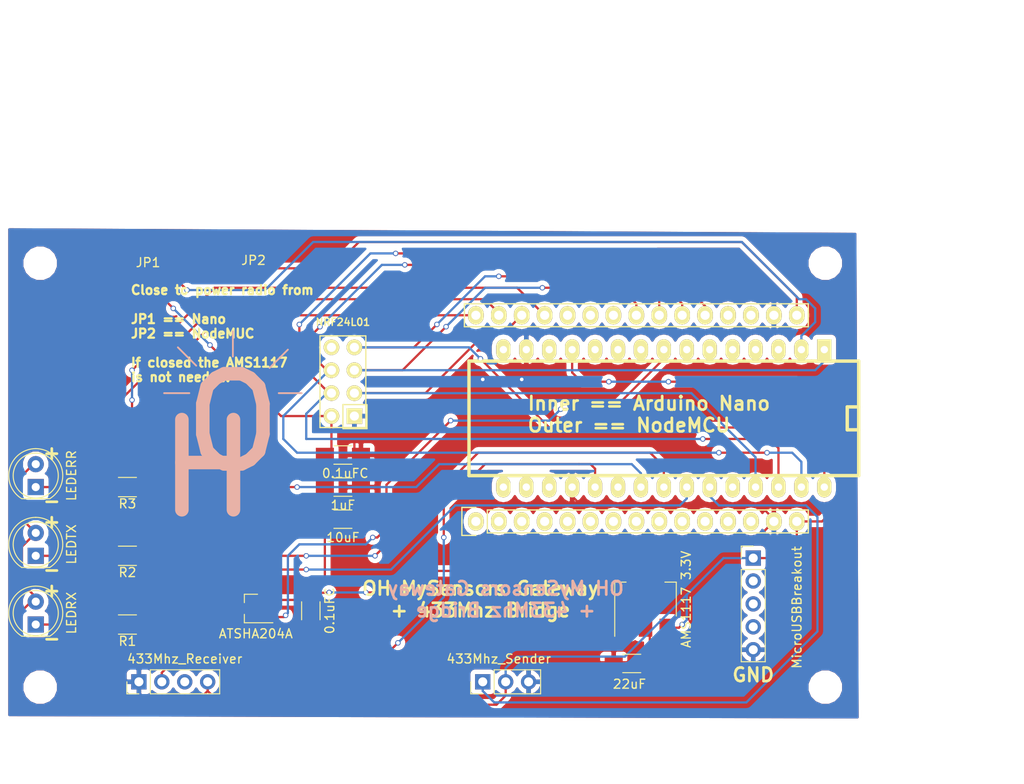
<source format=kicad_pcb>
(kicad_pcb (version 4) (host pcbnew 4.0.2-stable)

  (general
    (links 56)
    (no_connects 0)
    (area 133.653572 30.17 257 118.700001)
    (thickness 1.6)
    (drawings 32)
    (tracks 300)
    (zones 0)
    (modules 25)
    (nets 58)
  )

  (page A4)
  (layers
    (0 F.Cu signal)
    (31 B.Cu signal)
    (32 B.Adhes user)
    (33 F.Adhes user)
    (34 B.Paste user)
    (35 F.Paste user)
    (36 B.SilkS user)
    (37 F.SilkS user)
    (38 B.Mask user)
    (39 F.Mask user)
    (40 Dwgs.User user)
    (41 Cmts.User user)
    (42 Eco1.User user)
    (43 Eco2.User user)
    (44 Edge.Cuts user)
    (45 Margin user)
    (46 B.CrtYd user)
    (47 F.CrtYd user)
    (48 B.Fab user)
    (49 F.Fab user)
  )

  (setup
    (last_trace_width 0.25)
    (trace_clearance 0.2)
    (zone_clearance 0.508)
    (zone_45_only yes)
    (trace_min 0.2)
    (segment_width 0.2)
    (edge_width 0.15)
    (via_size 0.6)
    (via_drill 0.4)
    (via_min_size 0.4)
    (via_min_drill 0.3)
    (uvia_size 0.3)
    (uvia_drill 0.1)
    (uvias_allowed no)
    (uvia_min_size 0.2)
    (uvia_min_drill 0.1)
    (pcb_text_width 0.3)
    (pcb_text_size 1.5 1.5)
    (mod_edge_width 0.15)
    (mod_text_size 1 1)
    (mod_text_width 0.15)
    (pad_size 1.524 1.524)
    (pad_drill 0.762)
    (pad_to_mask_clearance 0.2)
    (aux_axis_origin 0 0)
    (visible_elements 7FFFFFFF)
    (pcbplotparams
      (layerselection 0x020f0_80000001)
      (usegerberextensions true)
      (excludeedgelayer true)
      (linewidth 0.100000)
      (plotframeref false)
      (viasonmask false)
      (mode 1)
      (useauxorigin false)
      (hpglpennumber 1)
      (hpglpenspeed 20)
      (hpglpendiameter 15)
      (hpglpenoverlay 2)
      (psnegative false)
      (psa4output false)
      (plotreference true)
      (plotvalue true)
      (plotinvisibletext false)
      (padsonsilk false)
      (subtractmaskfromsilk false)
      (outputformat 1)
      (mirror false)
      (drillshape 0)
      (scaleselection 1)
      (outputdirectory Gerber/))
  )

  (net 0 "")
  (net 1 "Net-(U1-Pad3)")
  (net 2 "Net-(U1-Pad4)")
  (net 3 "Net-(U1-Pad5)")
  (net 4 "Net-(U1-Pad6)")
  (net 5 "Net-(U1-Pad7)")
  (net 6 "Net-(U1-Pad9)")
  (net 7 "Net-(U1-Pad10)")
  (net 8 "Net-(U1-Pad11)")
  (net 9 "Net-(U1-Pad13)")
  (net 10 "Net-(U1-Pad15)")
  (net 11 "Net-(U1-Pad16)")
  (net 12 "Net-(U1-Pad17)")
  (net 13 "Net-(U1-Pad18)")
  (net 14 GND)
  (net 15 "Net-(U1-Pad21)")
  (net 16 "Net-(U1-Pad26)")
  (net 17 SCK)
  (net 18 +5V)
  (net 19 433RX)
  (net 20 ErrLed)
  (net 21 TXled)
  (net 22 RXled)
  (net 23 433TX)
  (net 24 CE)
  (net 25 CSN)
  (net 26 MOSI)
  (net 27 MISO)
  (net 28 +3V3)
  (net 29 "Net-(U2-Pad8)")
  (net 30 "Net-(P1-Pad2)")
  (net 31 "Net-(P1-Pad3)")
  (net 32 "Net-(P1-Pad4)")
  (net 33 "Net-(U5-Pad3)")
  (net 34 "Net-(D1-Pad1)")
  (net 35 "Net-(D2-Pad1)")
  (net 36 "Net-(D3-Pad1)")
  (net 37 "Net-(JP1-Pad1)")
  (net 38 SDA)
  (net 39 "Net-(JP2-Pad1)")
  (net 40 "Net-(U7-Pad1)")
  (net 41 "Net-(U7-Pad2)")
  (net 42 "Net-(U7-Pad3)")
  (net 43 "Net-(U7-Pad4)")
  (net 44 "Net-(U7-Pad5)")
  (net 45 "Net-(U7-Pad6)")
  (net 46 "Net-(U7-Pad7)")
  (net 47 "Net-(U7-Pad8)")
  (net 48 "Net-(U7-Pad9)")
  (net 49 "Net-(U7-Pad10)")
  (net 50 "Net-(U7-Pad11)")
  (net 51 "Net-(U7-Pad12)")
  (net 52 "Net-(U7-Pad13)")
  (net 53 "Net-(U7-Pad18)")
  (net 54 "Net-(U7-Pad19)")
  (net 55 "Net-(U7-Pad25)")
  (net 56 "Net-(U7-Pad26)")
  (net 57 "Net-(U7-Pad24)")

  (net_class Default "Dies ist die voreingestellte Netzklasse."
    (clearance 0.2)
    (trace_width 0.25)
    (via_dia 0.6)
    (via_drill 0.4)
    (uvia_dia 0.3)
    (uvia_drill 0.1)
    (add_net +3V3)
    (add_net +5V)
    (add_net 433RX)
    (add_net 433TX)
    (add_net CE)
    (add_net CSN)
    (add_net ErrLed)
    (add_net GND)
    (add_net MISO)
    (add_net MOSI)
    (add_net "Net-(D1-Pad1)")
    (add_net "Net-(D2-Pad1)")
    (add_net "Net-(D3-Pad1)")
    (add_net "Net-(JP1-Pad1)")
    (add_net "Net-(JP2-Pad1)")
    (add_net "Net-(P1-Pad2)")
    (add_net "Net-(P1-Pad3)")
    (add_net "Net-(P1-Pad4)")
    (add_net "Net-(U1-Pad10)")
    (add_net "Net-(U1-Pad11)")
    (add_net "Net-(U1-Pad13)")
    (add_net "Net-(U1-Pad15)")
    (add_net "Net-(U1-Pad16)")
    (add_net "Net-(U1-Pad17)")
    (add_net "Net-(U1-Pad18)")
    (add_net "Net-(U1-Pad21)")
    (add_net "Net-(U1-Pad26)")
    (add_net "Net-(U1-Pad3)")
    (add_net "Net-(U1-Pad4)")
    (add_net "Net-(U1-Pad5)")
    (add_net "Net-(U1-Pad6)")
    (add_net "Net-(U1-Pad7)")
    (add_net "Net-(U1-Pad9)")
    (add_net "Net-(U2-Pad8)")
    (add_net "Net-(U5-Pad3)")
    (add_net "Net-(U7-Pad1)")
    (add_net "Net-(U7-Pad10)")
    (add_net "Net-(U7-Pad11)")
    (add_net "Net-(U7-Pad12)")
    (add_net "Net-(U7-Pad13)")
    (add_net "Net-(U7-Pad18)")
    (add_net "Net-(U7-Pad19)")
    (add_net "Net-(U7-Pad2)")
    (add_net "Net-(U7-Pad24)")
    (add_net "Net-(U7-Pad25)")
    (add_net "Net-(U7-Pad26)")
    (add_net "Net-(U7-Pad3)")
    (add_net "Net-(U7-Pad4)")
    (add_net "Net-(U7-Pad5)")
    (add_net "Net-(U7-Pad6)")
    (add_net "Net-(U7-Pad7)")
    (add_net "Net-(U7-Pad8)")
    (add_net "Net-(U7-Pad9)")
    (add_net RXled)
    (add_net SCK)
    (add_net SDA)
    (add_net TXled)
  )

  (module mysensors_radios:NRF24L01 (layer F.Cu) (tedit 58FBD1F7) (tstamp 58ECFA97)
    (at 180.34 77.47 270)
    (descr NRF24L01)
    (tags "nRF 24 NRF24L01 NRF24L01+")
    (path /58E68747)
    (fp_text reference U2 (at -1.016 -1.016 270) (layer F.SilkS) hide
      (effects (font (size 0.8 0.8) (thickness 0.16)))
    )
    (fp_text value NRF24L01 (at -11.938 2.794 360) (layer F.SilkS)
      (effects (font (size 0.8 0.8) (thickness 0.16)))
    )
    (fp_line (start -15.25 28.8) (end 0 28.8) (layer F.CrtYd) (width 0.15))
    (fp_line (start 0 28.8) (end 0 0) (layer F.CrtYd) (width 0.15))
    (fp_line (start 0 0) (end -15.25 0) (layer F.CrtYd) (width 0.15))
    (fp_line (start -15.25 0) (end -15.25 28.8) (layer F.CrtYd) (width 0.15))
    (fp_line (start -2.794 0.127) (end -0.127 0.127) (layer F.SilkS) (width 0.15))
    (fp_line (start -0.127 0.127) (end -0.127 2.794) (layer F.SilkS) (width 0.15))
    (fp_line (start 0 0) (end -15.25 0) (layer B.CrtYd) (width 0.15))
    (fp_line (start -15.25 0) (end -15.25 28.8) (layer B.CrtYd) (width 0.15))
    (fp_line (start -15.25 28.8) (end 0 28.8) (layer B.CrtYd) (width 0.15))
    (fp_line (start 0 28.8) (end 0 0) (layer B.CrtYd) (width 0.15))
    (fp_line (start -7.874 0.254) (end -10.414 0.254) (layer F.SilkS) (width 0.15))
    (fp_line (start -10.414 0.254) (end -10.414 2.794) (layer F.SilkS) (width 0.15))
    (fp_line (start -2.794 0.254) (end -2.794 2.794) (layer F.SilkS) (width 0.15))
    (fp_line (start -2.794 2.794) (end -0.254 2.794) (layer F.SilkS) (width 0.15))
    (fp_line (start -10.894 -0.226) (end -10.894 5.824) (layer F.CrtYd) (width 0.05))
    (fp_line (start 0.256 -0.226) (end 0.256 5.824) (layer F.CrtYd) (width 0.05))
    (fp_line (start -10.894 -0.226) (end 0.256 -0.226) (layer F.CrtYd) (width 0.05))
    (fp_line (start -10.894 5.824) (end 0.256 5.824) (layer F.CrtYd) (width 0.05))
    (fp_line (start -7.874 0.254) (end -0.254 0.254) (layer F.SilkS) (width 0.15))
    (fp_line (start -0.254 0.254) (end -0.254 5.334) (layer F.SilkS) (width 0.15))
    (fp_line (start -0.254 5.334) (end -10.414 5.334) (layer F.SilkS) (width 0.15))
    (fp_line (start -10.414 5.334) (end -10.414 2.794) (layer F.SilkS) (width 0.15))
    (pad 7 thru_hole oval (at -9.144 1.524 270) (size 1.7272 1.7272) (drill 1.016) (layers *.Cu *.Mask F.SilkS)
      (net 27 MISO))
    (pad 8 thru_hole oval (at -9.144 4.064 270) (size 1.7272 1.7272) (drill 1.016) (layers *.Cu *.Mask F.SilkS)
      (net 29 "Net-(U2-Pad8)"))
    (pad 5 thru_hole oval (at -6.604 1.524 270) (size 1.7272 1.7272) (drill 1.016) (layers *.Cu *.Mask F.SilkS)
      (net 17 SCK))
    (pad 6 thru_hole oval (at -6.604 4.064 270) (size 1.7272 1.7272) (drill 1.016) (layers *.Cu *.Mask F.SilkS)
      (net 26 MOSI))
    (pad 3 thru_hole oval (at -4.064 1.524 270) (size 1.7272 1.7272) (drill 1.016) (layers *.Cu *.Mask F.SilkS)
      (net 24 CE))
    (pad 4 thru_hole oval (at -4.064 4.064 270) (size 1.7272 1.7272) (drill 1.016) (layers *.Cu *.Mask F.SilkS)
      (net 25 CSN))
    (pad 1 thru_hole rect (at -1.524 1.524 270) (size 1.7272 1.7272) (drill 1.016) (layers *.Cu *.Mask F.SilkS)
      (net 14 GND))
    (pad 2 thru_hole oval (at -1.524 4.064 270) (size 1.7272 1.7272) (drill 1.016) (layers *.Cu *.Mask F.SilkS)
      (net 28 +3V3))
    (model Socket_Strips.3dshapes/Socket_Strip_Straight_2x04.wrl
      (at (xyz -0.21 -0.11 0))
      (scale (xyz 1 1 1))
      (rotate (xyz 0 0 0))
    )
    (model Pin_Headers.3dshapes/Pin_Header_Straight_2x04.wrl
      (at (xyz -0.21 -0.11 0.442))
      (scale (xyz 1 1 1))
      (rotate (xyz 0 180 0))
    )
    (model ${MYSLOCAL}/mysensors.3dshapes/mysensors_radios.3dshapes/nrf24l01.wrl
      (at (xyz -0.3 -0.5669999999999999 0.475))
      (scale (xyz 0.395 0.395 0.395))
      (rotate (xyz 0 0 0))
    )
    (model Housings_DFN_QFN.3dshapes/QFN-20-1EP_4x4mm_Pitch0.5mm.wrl
      (at (xyz -0.22 -0.51 0.509))
      (scale (xyz 1 1 1))
      (rotate (xyz 0 0 0))
    )
    (model ${MYSLOCAL}/mysensors.3dshapes/w.lain.3dshapes/crystal/crystal_hc-49s.wrl
      (at (xyz -0.5 -0.475 0.51))
      (scale (xyz 1 1 1))
      (rotate (xyz 0 0 90))
    )
  )

  (module arduino:arduino_mini (layer F.Cu) (tedit 58FBD423) (tstamp 58E685DB)
    (at 211.836 76.2 180)
    (descr "30 pins DIL package, elliptical pads, width 600mil (arduino mini)")
    (tags "DIL arduino mini")
    (path /58E67EC3)
    (fp_text reference U1 (at -13.97 -3.81 180) (layer F.SilkS) hide
      (effects (font (size 1.778 1.778) (thickness 0.3048)))
    )
    (fp_text value "Arduino Nano" (at -0.381 2.921 180) (layer F.SilkS) hide
      (effects (font (size 1.778 1.778) (thickness 0.3048)))
    )
    (fp_line (start -22.86 -6.35) (end 20.32 -6.35) (layer F.SilkS) (width 0.381))
    (fp_line (start 20.32 -6.35) (end 20.32 6.35) (layer F.SilkS) (width 0.381))
    (fp_line (start 20.32 6.35) (end -22.86 6.35) (layer F.SilkS) (width 0.381))
    (fp_line (start -22.86 6.35) (end -22.86 -6.35) (layer F.SilkS) (width 0.381))
    (fp_line (start -22.86 1.27) (end -21.59 1.27) (layer F.SilkS) (width 0.381))
    (fp_line (start -21.59 1.27) (end -21.59 -1.27) (layer F.SilkS) (width 0.381))
    (fp_line (start -21.59 -1.27) (end -22.86 -1.27) (layer F.SilkS) (width 0.381))
    (pad 1 thru_hole rect (at -19.05 7.62 180) (size 1.5748 2.286) (drill 0.8128) (layers *.Cu *.Mask F.SilkS)
      (net 17 SCK))
    (pad 2 thru_hole oval (at -16.51 7.62 180) (size 1.5748 2.286) (drill 0.8128) (layers *.Cu *.Mask F.SilkS)
      (net 37 "Net-(JP1-Pad1)"))
    (pad 3 thru_hole oval (at -13.97 7.62 180) (size 1.5748 2.286) (drill 0.8128) (layers *.Cu *.Mask F.SilkS)
      (net 1 "Net-(U1-Pad3)"))
    (pad 4 thru_hole oval (at -11.43 7.62 180) (size 1.5748 2.286) (drill 0.8128) (layers *.Cu *.Mask F.SilkS)
      (net 2 "Net-(U1-Pad4)"))
    (pad 5 thru_hole oval (at -8.89 7.62 180) (size 1.5748 2.286) (drill 0.8128) (layers *.Cu *.Mask F.SilkS)
      (net 3 "Net-(U1-Pad5)"))
    (pad 6 thru_hole oval (at -6.35 7.62 180) (size 1.5748 2.286) (drill 0.8128) (layers *.Cu *.Mask F.SilkS)
      (net 4 "Net-(U1-Pad6)"))
    (pad 7 thru_hole oval (at -3.81 7.62 180) (size 1.5748 2.286) (drill 0.8128) (layers *.Cu *.Mask F.SilkS)
      (net 5 "Net-(U1-Pad7)"))
    (pad 8 thru_hole oval (at -1.27 7.62 180) (size 1.5748 2.286) (drill 0.8128) (layers *.Cu *.Mask F.SilkS)
      (net 38 SDA))
    (pad 9 thru_hole oval (at 1.27 7.62 180) (size 1.5748 2.286) (drill 0.8128) (layers *.Cu *.Mask F.SilkS)
      (net 6 "Net-(U1-Pad9)"))
    (pad 10 thru_hole oval (at 3.81 7.62 180) (size 1.5748 2.286) (drill 0.8128) (layers *.Cu *.Mask F.SilkS)
      (net 7 "Net-(U1-Pad10)"))
    (pad 11 thru_hole oval (at 6.35 7.62 180) (size 1.5748 2.286) (drill 0.8128) (layers *.Cu *.Mask F.SilkS)
      (net 8 "Net-(U1-Pad11)"))
    (pad 12 thru_hole oval (at 8.89 7.62 180) (size 1.5748 2.286) (drill 0.8128) (layers *.Cu *.Mask F.SilkS)
      (net 18 +5V))
    (pad 13 thru_hole oval (at 11.43 7.62 180) (size 1.5748 2.286) (drill 0.8128) (layers *.Cu *.Mask F.SilkS)
      (net 9 "Net-(U1-Pad13)"))
    (pad 14 thru_hole oval (at 13.97 7.62 180) (size 1.5748 2.286) (drill 0.8128) (layers *.Cu *.Mask F.SilkS)
      (net 14 GND))
    (pad 15 thru_hole oval (at 16.51 7.62 180) (size 1.5748 2.286) (drill 0.8128) (layers *.Cu *.Mask F.SilkS)
      (net 10 "Net-(U1-Pad15)"))
    (pad 16 thru_hole oval (at 16.51 -7.62 180) (size 1.5748 2.286) (drill 0.8128) (layers *.Cu *.Mask F.SilkS)
      (net 11 "Net-(U1-Pad16)"))
    (pad 17 thru_hole oval (at 13.97 -7.62 180) (size 1.5748 2.286) (drill 0.8128) (layers *.Cu *.Mask F.SilkS)
      (net 12 "Net-(U1-Pad17)"))
    (pad 18 thru_hole oval (at 11.43 -7.62 180) (size 1.5748 2.286) (drill 0.8128) (layers *.Cu *.Mask F.SilkS)
      (net 13 "Net-(U1-Pad18)"))
    (pad 19 thru_hole oval (at 8.89 -7.62 180) (size 1.5748 2.286) (drill 0.8128) (layers *.Cu *.Mask F.SilkS)
      (net 14 GND))
    (pad 20 thru_hole oval (at 6.35 -7.62 180) (size 1.5748 2.286) (drill 0.8128) (layers *.Cu *.Mask F.SilkS)
      (net 19 433RX))
    (pad 21 thru_hole oval (at 3.81 -7.62 180) (size 1.5748 2.286) (drill 0.8128) (layers *.Cu *.Mask F.SilkS)
      (net 15 "Net-(U1-Pad21)"))
    (pad 22 thru_hole oval (at 1.27 -7.62 180) (size 1.5748 2.286) (drill 0.8128) (layers *.Cu *.Mask F.SilkS)
      (net 20 ErrLed))
    (pad 23 thru_hole oval (at -1.27 -7.62 180) (size 1.5748 2.286) (drill 0.8128) (layers *.Cu *.Mask F.SilkS)
      (net 21 TXled))
    (pad 24 thru_hole oval (at -3.81 -7.62 180) (size 1.5748 2.286) (drill 0.8128) (layers *.Cu *.Mask F.SilkS)
      (net 22 RXled))
    (pad 25 thru_hole oval (at -6.35 -7.62 180) (size 1.5748 2.286) (drill 0.8128) (layers *.Cu *.Mask F.SilkS)
      (net 23 433TX))
    (pad 26 thru_hole oval (at -8.89 -7.62 180) (size 1.5748 2.286) (drill 0.8128) (layers *.Cu *.Mask F.SilkS)
      (net 16 "Net-(U1-Pad26)"))
    (pad 27 thru_hole oval (at -11.43 -7.62 180) (size 1.5748 2.286) (drill 0.8128) (layers *.Cu *.Mask F.SilkS)
      (net 24 CE))
    (pad 28 thru_hole oval (at -13.97 -7.62 180) (size 1.5748 2.286) (drill 0.8128) (layers *.Cu *.Mask F.SilkS)
      (net 25 CSN))
    (pad 29 thru_hole oval (at -16.51 -7.62 180) (size 1.5748 2.286) (drill 0.8128) (layers *.Cu *.Mask F.SilkS)
      (net 26 MOSI))
    (pad 30 thru_hole oval (at -19.05 -7.62 180) (size 1.5748 2.286) (drill 0.8128) (layers *.Cu *.Mask F.SilkS)
      (net 27 MISO))
    (model arduino_nano.wrl
      (at (xyz -0.978 -0.385 0))
      (scale (xyz 0.3937 0.3937 0.3937))
      (rotate (xyz 0 0 0))
    )
  )

  (module Capacitors_SMD:C_1206_HandSoldering (layer F.Cu) (tedit 58F511C7) (tstamp 58E6BC2F)
    (at 177.546 80.264)
    (descr "Capacitor SMD 1206, hand soldering")
    (tags "capacitor 1206")
    (path /58E68C6C)
    (attr smd)
    (fp_text reference C1 (at -1.27 -3.048) (layer F.SilkS) hide
      (effects (font (size 1 1) (thickness 0.15)))
    )
    (fp_text value 0.1uFC (at 0.254 2.032) (layer F.SilkS)
      (effects (font (size 1 1) (thickness 0.15)))
    )
    (fp_text user %R (at 0 -1.75) (layer F.Fab) hide
      (effects (font (size 1 1) (thickness 0.15)))
    )
    (fp_line (start -1.6 0.8) (end -1.6 -0.8) (layer F.Fab) (width 0.1))
    (fp_line (start 1.6 0.8) (end -1.6 0.8) (layer F.Fab) (width 0.1))
    (fp_line (start 1.6 -0.8) (end 1.6 0.8) (layer F.Fab) (width 0.1))
    (fp_line (start -1.6 -0.8) (end 1.6 -0.8) (layer F.Fab) (width 0.1))
    (fp_line (start 1 -1.02) (end -1 -1.02) (layer F.SilkS) (width 0.12))
    (fp_line (start -1 1.02) (end 1 1.02) (layer F.SilkS) (width 0.12))
    (fp_line (start -3.25 -1.05) (end 3.25 -1.05) (layer F.CrtYd) (width 0.05))
    (fp_line (start -3.25 -1.05) (end -3.25 1.05) (layer F.CrtYd) (width 0.05))
    (fp_line (start 3.25 1.05) (end 3.25 -1.05) (layer F.CrtYd) (width 0.05))
    (fp_line (start 3.25 1.05) (end -3.25 1.05) (layer F.CrtYd) (width 0.05))
    (pad 1 smd rect (at -2 0) (size 2 1.6) (layers F.Cu F.Paste F.Mask)
      (net 28 +3V3))
    (pad 2 smd rect (at 2 0) (size 2 1.6) (layers F.Cu F.Paste F.Mask)
      (net 14 GND))
    (model Capacitors_SMD.3dshapes/C_1206.wrl
      (at (xyz 0 0 0))
      (scale (xyz 1 1 1))
      (rotate (xyz 0 0 0))
    )
  )

  (module Capacitors_SMD:C_1206_HandSoldering (layer F.Cu) (tedit 58F511CC) (tstamp 58E6BC40)
    (at 177.546 83.82)
    (descr "Capacitor SMD 1206, hand soldering")
    (tags "capacitor 1206")
    (path /58E68CAF)
    (attr smd)
    (fp_text reference C2 (at -4.064 -2.286) (layer F.SilkS) hide
      (effects (font (size 1 1) (thickness 0.15)))
    )
    (fp_text value 1uF (at 0 2) (layer F.SilkS)
      (effects (font (size 1 1) (thickness 0.15)))
    )
    (fp_text user %R (at 4.064 1.524) (layer F.Fab) hide
      (effects (font (size 1 1) (thickness 0.15)))
    )
    (fp_line (start -1.6 0.8) (end -1.6 -0.8) (layer F.Fab) (width 0.1))
    (fp_line (start 1.6 0.8) (end -1.6 0.8) (layer F.Fab) (width 0.1))
    (fp_line (start 1.6 -0.8) (end 1.6 0.8) (layer F.Fab) (width 0.1))
    (fp_line (start -1.6 -0.8) (end 1.6 -0.8) (layer F.Fab) (width 0.1))
    (fp_line (start 1 -1.02) (end -1 -1.02) (layer F.SilkS) (width 0.12))
    (fp_line (start -1 1.02) (end 1 1.02) (layer F.SilkS) (width 0.12))
    (fp_line (start -3.25 -1.05) (end 3.25 -1.05) (layer F.CrtYd) (width 0.05))
    (fp_line (start -3.25 -1.05) (end -3.25 1.05) (layer F.CrtYd) (width 0.05))
    (fp_line (start 3.25 1.05) (end 3.25 -1.05) (layer F.CrtYd) (width 0.05))
    (fp_line (start 3.25 1.05) (end -3.25 1.05) (layer F.CrtYd) (width 0.05))
    (pad 1 smd rect (at -2 0) (size 2 1.6) (layers F.Cu F.Paste F.Mask)
      (net 28 +3V3))
    (pad 2 smd rect (at 2 0) (size 2 1.6) (layers F.Cu F.Paste F.Mask)
      (net 14 GND))
    (model Capacitors_SMD.3dshapes/C_1206.wrl
      (at (xyz 0 0 0))
      (scale (xyz 1 1 1))
      (rotate (xyz 0 0 0))
    )
  )

  (module Capacitors_SMD:C_1206_HandSoldering (layer F.Cu) (tedit 58FBD2CE) (tstamp 58E6BC51)
    (at 177.546 87.376)
    (descr "Capacitor SMD 1206, hand soldering")
    (tags "capacitor 1206")
    (path /58E68EBC)
    (attr smd)
    (fp_text reference C3 (at -5.588 1.27) (layer F.SilkS) hide
      (effects (font (size 1 1) (thickness 0.15)))
    )
    (fp_text value 10uF (at 0 2.032) (layer F.SilkS)
      (effects (font (size 1 1) (thickness 0.15)))
    )
    (fp_text user %R (at -5.334 -1.524) (layer F.Fab) hide
      (effects (font (size 1 1) (thickness 0.15)))
    )
    (fp_line (start -1.6 0.8) (end -1.6 -0.8) (layer F.Fab) (width 0.1))
    (fp_line (start 1.6 0.8) (end -1.6 0.8) (layer F.Fab) (width 0.1))
    (fp_line (start 1.6 -0.8) (end 1.6 0.8) (layer F.Fab) (width 0.1))
    (fp_line (start -1.6 -0.8) (end 1.6 -0.8) (layer F.Fab) (width 0.1))
    (fp_line (start 1 -1.02) (end -1 -1.02) (layer F.SilkS) (width 0.12))
    (fp_line (start -1 1.02) (end 1 1.02) (layer F.SilkS) (width 0.12))
    (fp_line (start -3.25 -1.05) (end 3.25 -1.05) (layer F.CrtYd) (width 0.05))
    (fp_line (start -3.25 -1.05) (end -3.25 1.05) (layer F.CrtYd) (width 0.05))
    (fp_line (start 3.25 1.05) (end 3.25 -1.05) (layer F.CrtYd) (width 0.05))
    (fp_line (start 3.25 1.05) (end -3.25 1.05) (layer F.CrtYd) (width 0.05))
    (pad 1 smd rect (at -2 0) (size 2 1.6) (layers F.Cu F.Paste F.Mask)
      (net 28 +3V3))
    (pad 2 smd rect (at 2 0) (size 2 1.6) (layers F.Cu F.Paste F.Mask)
      (net 14 GND))
    (model Capacitors_SMD.3dshapes/C_1206.wrl
      (at (xyz 0 0 0))
      (scale (xyz 1 1 1))
      (rotate (xyz 0 0 0))
    )
  )

  (module Capacitors_SMD:C_1206_HandSoldering (layer F.Cu) (tedit 58FD231C) (tstamp 58E6BC62)
    (at 209.55 103.378 180)
    (descr "Capacitor SMD 1206, hand soldering")
    (tags "capacitor 1206")
    (path /58E6B9E3)
    (attr smd)
    (fp_text reference C4 (at 0 -1.75 180) (layer F.SilkS) hide
      (effects (font (size 1 1) (thickness 0.15)))
    )
    (fp_text value 22uF (at 0.254 -2.286 180) (layer F.SilkS)
      (effects (font (size 1 1) (thickness 0.15)))
    )
    (fp_text user %R (at 0 -1.75 180) (layer F.Fab)
      (effects (font (size 1 1) (thickness 0.15)))
    )
    (fp_line (start -1.6 0.8) (end -1.6 -0.8) (layer F.Fab) (width 0.1))
    (fp_line (start 1.6 0.8) (end -1.6 0.8) (layer F.Fab) (width 0.1))
    (fp_line (start 1.6 -0.8) (end 1.6 0.8) (layer F.Fab) (width 0.1))
    (fp_line (start -1.6 -0.8) (end 1.6 -0.8) (layer F.Fab) (width 0.1))
    (fp_line (start 1 -1.02) (end -1 -1.02) (layer F.SilkS) (width 0.12))
    (fp_line (start -1 1.02) (end 1 1.02) (layer F.SilkS) (width 0.12))
    (fp_line (start -3.25 -1.05) (end 3.25 -1.05) (layer F.CrtYd) (width 0.05))
    (fp_line (start -3.25 -1.05) (end -3.25 1.05) (layer F.CrtYd) (width 0.05))
    (fp_line (start 3.25 1.05) (end 3.25 -1.05) (layer F.CrtYd) (width 0.05))
    (fp_line (start 3.25 1.05) (end -3.25 1.05) (layer F.CrtYd) (width 0.05))
    (pad 1 smd rect (at -2 0 180) (size 2 1.6) (layers F.Cu F.Paste F.Mask)
      (net 28 +3V3))
    (pad 2 smd rect (at 2 0 180) (size 2 1.6) (layers F.Cu F.Paste F.Mask)
      (net 14 GND))
    (model Capacitors_SMD.3dshapes/C_1206.wrl
      (at (xyz 0 0 0))
      (scale (xyz 1 1 1))
      (rotate (xyz 0 0 0))
    )
  )

  (module Pin_Headers:Pin_Header_Straight_1x05_Pitch2.54mm (layer F.Cu) (tedit 58F516CF) (tstamp 58E6BCCC)
    (at 223.012 91.694)
    (descr "Through hole straight pin header, 1x05, 2.54mm pitch, single row")
    (tags "Through hole pin header THT 1x05 2.54mm single row")
    (path /58E6B548)
    (fp_text reference P1 (at 0 -2.33) (layer F.SilkS) hide
      (effects (font (size 1 1) (thickness 0.15)))
    )
    (fp_text value MicroUSBBreakout (at 4.838 5.472 90) (layer F.SilkS)
      (effects (font (size 1 1) (thickness 0.15)))
    )
    (fp_line (start -1.27 -1.27) (end -1.27 11.43) (layer F.Fab) (width 0.1))
    (fp_line (start -1.27 11.43) (end 1.27 11.43) (layer F.Fab) (width 0.1))
    (fp_line (start 1.27 11.43) (end 1.27 -1.27) (layer F.Fab) (width 0.1))
    (fp_line (start 1.27 -1.27) (end -1.27 -1.27) (layer F.Fab) (width 0.1))
    (fp_line (start -1.33 1.27) (end -1.33 11.49) (layer F.SilkS) (width 0.12))
    (fp_line (start -1.33 11.49) (end 1.33 11.49) (layer F.SilkS) (width 0.12))
    (fp_line (start 1.33 11.49) (end 1.33 1.27) (layer F.SilkS) (width 0.12))
    (fp_line (start 1.33 1.27) (end -1.33 1.27) (layer F.SilkS) (width 0.12))
    (fp_line (start -1.33 0) (end -1.33 -1.33) (layer F.SilkS) (width 0.12))
    (fp_line (start -1.33 -1.33) (end 0 -1.33) (layer F.SilkS) (width 0.12))
    (fp_line (start -1.8 -1.8) (end -1.8 11.95) (layer F.CrtYd) (width 0.05))
    (fp_line (start -1.8 11.95) (end 1.8 11.95) (layer F.CrtYd) (width 0.05))
    (fp_line (start 1.8 11.95) (end 1.8 -1.8) (layer F.CrtYd) (width 0.05))
    (fp_line (start 1.8 -1.8) (end -1.8 -1.8) (layer F.CrtYd) (width 0.05))
    (fp_text user %R (at 0 -2.33) (layer F.Fab)
      (effects (font (size 1 1) (thickness 0.15)))
    )
    (pad 1 thru_hole rect (at 0 0) (size 1.7 1.7) (drill 1) (layers *.Cu *.Mask)
      (net 18 +5V))
    (pad 2 thru_hole oval (at 0 2.54) (size 1.7 1.7) (drill 1) (layers *.Cu *.Mask)
      (net 30 "Net-(P1-Pad2)"))
    (pad 3 thru_hole oval (at 0 5.08) (size 1.7 1.7) (drill 1) (layers *.Cu *.Mask)
      (net 31 "Net-(P1-Pad3)"))
    (pad 4 thru_hole oval (at 0 7.62) (size 1.7 1.7) (drill 1) (layers *.Cu *.Mask)
      (net 32 "Net-(P1-Pad4)"))
    (pad 5 thru_hole oval (at 0 10.16) (size 1.7 1.7) (drill 1) (layers *.Cu *.Mask)
      (net 14 GND))
    (model ${KISYS3DMOD}/Pin_Headers.3dshapes/Pin_Header_Straight_1x05_Pitch2.54mm.wrl
      (at (xyz 0 -0.2 0))
      (scale (xyz 1 1 1))
      (rotate (xyz 0 0 90))
    )
  )

  (module Pin_Headers:Pin_Header_Straight_1x03_Pitch2.54mm (layer F.Cu) (tedit 58FD230B) (tstamp 58E6BCF8)
    (at 193.04 105.41 90)
    (descr "Through hole straight pin header, 1x03, 2.54mm pitch, single row")
    (tags "Through hole pin header THT 1x03 2.54mm single row")
    (path /58E6BE65)
    (fp_text reference U4 (at 0 -2.33 90) (layer F.SilkS) hide
      (effects (font (size 1 1) (thickness 0.15)))
    )
    (fp_text value 433Mhz_Sender (at 2.54 1.778 180) (layer F.SilkS)
      (effects (font (size 1 1) (thickness 0.15)))
    )
    (fp_line (start -1.27 -1.27) (end -1.27 6.35) (layer F.Fab) (width 0.1))
    (fp_line (start -1.27 6.35) (end 1.27 6.35) (layer F.Fab) (width 0.1))
    (fp_line (start 1.27 6.35) (end 1.27 -1.27) (layer F.Fab) (width 0.1))
    (fp_line (start 1.27 -1.27) (end -1.27 -1.27) (layer F.Fab) (width 0.1))
    (fp_line (start -1.33 1.27) (end -1.33 6.41) (layer F.SilkS) (width 0.12))
    (fp_line (start -1.33 6.41) (end 1.33 6.41) (layer F.SilkS) (width 0.12))
    (fp_line (start 1.33 6.41) (end 1.33 1.27) (layer F.SilkS) (width 0.12))
    (fp_line (start 1.33 1.27) (end -1.33 1.27) (layer F.SilkS) (width 0.12))
    (fp_line (start -1.33 0) (end -1.33 -1.33) (layer F.SilkS) (width 0.12))
    (fp_line (start -1.33 -1.33) (end 0 -1.33) (layer F.SilkS) (width 0.12))
    (fp_line (start -1.8 -1.8) (end -1.8 6.85) (layer F.CrtYd) (width 0.05))
    (fp_line (start -1.8 6.85) (end 1.8 6.85) (layer F.CrtYd) (width 0.05))
    (fp_line (start 1.8 6.85) (end 1.8 -1.8) (layer F.CrtYd) (width 0.05))
    (fp_line (start 1.8 -1.8) (end -1.8 -1.8) (layer F.CrtYd) (width 0.05))
    (fp_text user %R (at 0 -2.33 90) (layer F.Fab)
      (effects (font (size 1 1) (thickness 0.15)))
    )
    (pad 1 thru_hole rect (at 0 0 90) (size 1.7 1.7) (drill 1) (layers *.Cu *.Mask)
      (net 23 433TX))
    (pad 2 thru_hole oval (at 0 2.54 90) (size 1.7 1.7) (drill 1) (layers *.Cu *.Mask)
      (net 18 +5V))
    (pad 3 thru_hole oval (at 0 5.08 90) (size 1.7 1.7) (drill 1) (layers *.Cu *.Mask)
      (net 14 GND))
    (model ${KISYS3DMOD}/Pin_Headers.3dshapes/Pin_Header_Straight_1x03_Pitch2.54mm.wrl
      (at (xyz 0 -0.1 0))
      (scale (xyz 1 1 1))
      (rotate (xyz 0 0 90))
    )
  )

  (module Pin_Headers:Pin_Header_Straight_1x04_Pitch2.54mm (layer F.Cu) (tedit 58FD22FE) (tstamp 58E6BD0F)
    (at 154.94 105.41 90)
    (descr "Through hole straight pin header, 1x04, 2.54mm pitch, single row")
    (tags "Through hole pin header THT 1x04 2.54mm single row")
    (path /58E6BF72)
    (fp_text reference U5 (at 0 -2.33 90) (layer F.SilkS) hide
      (effects (font (size 1 1) (thickness 0.15)))
    )
    (fp_text value 433Mhz_Receiver (at 2.54 5.08 180) (layer F.SilkS)
      (effects (font (size 1 1) (thickness 0.15)))
    )
    (fp_line (start -1.27 -1.27) (end -1.27 8.89) (layer F.Fab) (width 0.1))
    (fp_line (start -1.27 8.89) (end 1.27 8.89) (layer F.Fab) (width 0.1))
    (fp_line (start 1.27 8.89) (end 1.27 -1.27) (layer F.Fab) (width 0.1))
    (fp_line (start 1.27 -1.27) (end -1.27 -1.27) (layer F.Fab) (width 0.1))
    (fp_line (start -1.33 1.27) (end -1.33 8.95) (layer F.SilkS) (width 0.12))
    (fp_line (start -1.33 8.95) (end 1.33 8.95) (layer F.SilkS) (width 0.12))
    (fp_line (start 1.33 8.95) (end 1.33 1.27) (layer F.SilkS) (width 0.12))
    (fp_line (start 1.33 1.27) (end -1.33 1.27) (layer F.SilkS) (width 0.12))
    (fp_line (start -1.33 0) (end -1.33 -1.33) (layer F.SilkS) (width 0.12))
    (fp_line (start -1.33 -1.33) (end 0 -1.33) (layer F.SilkS) (width 0.12))
    (fp_line (start -1.8 -1.8) (end -1.8 9.4) (layer F.CrtYd) (width 0.05))
    (fp_line (start -1.8 9.4) (end 1.8 9.4) (layer F.CrtYd) (width 0.05))
    (fp_line (start 1.8 9.4) (end 1.8 -1.8) (layer F.CrtYd) (width 0.05))
    (fp_line (start 1.8 -1.8) (end -1.8 -1.8) (layer F.CrtYd) (width 0.05))
    (fp_text user %R (at 0 -2.33 90) (layer F.Fab)
      (effects (font (size 1 1) (thickness 0.15)))
    )
    (pad 1 thru_hole rect (at 0 0 90) (size 1.7 1.7) (drill 1) (layers *.Cu *.Mask)
      (net 14 GND))
    (pad 2 thru_hole oval (at 0 2.54 90) (size 1.7 1.7) (drill 1) (layers *.Cu *.Mask)
      (net 19 433RX))
    (pad 3 thru_hole oval (at 0 5.08 90) (size 1.7 1.7) (drill 1) (layers *.Cu *.Mask)
      (net 33 "Net-(U5-Pad3)"))
    (pad 4 thru_hole oval (at 0 7.62 90) (size 1.7 1.7) (drill 1) (layers *.Cu *.Mask)
      (net 18 +5V))
    (model ${KISYS3DMOD}/Pin_Headers.3dshapes/Pin_Header_Straight_1x04_Pitch2.54mm.wrl
      (at (xyz 0 -0.15 0))
      (scale (xyz 1 1 1))
      (rotate (xyz 0 0 90))
    )
  )

  (module Mounting_Holes:MountingHole_2.7mm_M2.5 (layer F.Cu) (tedit 58F5120B) (tstamp 58E6BFF8)
    (at 144 59)
    (descr "Mounting Hole 2.7mm, no annular, M2.5")
    (tags "mounting hole 2.7mm no annular m2.5")
    (fp_text reference REF** (at 0 -3.7) (layer F.SilkS) hide
      (effects (font (size 1 1) (thickness 0.15)))
    )
    (fp_text value MountingHole_2.7mm_M2.5 (at 0 3.7) (layer F.Fab) hide
      (effects (font (size 1 1) (thickness 0.15)))
    )
    (fp_circle (center 0 0) (end 2.7 0) (layer Cmts.User) (width 0.15))
    (fp_circle (center 0 0) (end 2.95 0) (layer F.CrtYd) (width 0.05))
    (pad 1 np_thru_hole circle (at 0 0) (size 2.7 2.7) (drill 2.7) (layers *.Cu *.Mask))
  )

  (module Mounting_Holes:MountingHole_2.7mm_M2.5 (layer F.Cu) (tedit 58F51205) (tstamp 58E6C008)
    (at 231 59)
    (descr "Mounting Hole 2.7mm, no annular, M2.5")
    (tags "mounting hole 2.7mm no annular m2.5")
    (fp_text reference REF** (at 0 -3.7) (layer F.SilkS) hide
      (effects (font (size 1 1) (thickness 0.15)))
    )
    (fp_text value MountingHole_2.7mm_M2.5 (at 0 3.7) (layer F.Fab) hide
      (effects (font (size 1 1) (thickness 0.15)))
    )
    (fp_circle (center 0 0) (end 2.7 0) (layer Cmts.User) (width 0.15))
    (fp_circle (center 0 0) (end 2.95 0) (layer F.CrtYd) (width 0.05))
    (pad 1 np_thru_hole circle (at 0 0) (size 2.7 2.7) (drill 2.7) (layers *.Cu *.Mask))
  )

  (module Mounting_Holes:MountingHole_2.7mm_M2.5 (layer F.Cu) (tedit 58F51211) (tstamp 58E6C00F)
    (at 144 106)
    (descr "Mounting Hole 2.7mm, no annular, M2.5")
    (tags "mounting hole 2.7mm no annular m2.5")
    (fp_text reference REF** (at 0 -3.7) (layer F.SilkS) hide
      (effects (font (size 1 1) (thickness 0.15)))
    )
    (fp_text value MountingHole_2.7mm_M2.5 (at 0 3.7) (layer F.Fab) hide
      (effects (font (size 1 1) (thickness 0.15)))
    )
    (fp_circle (center 0 0) (end 2.7 0) (layer Cmts.User) (width 0.15))
    (fp_circle (center 0 0) (end 2.95 0) (layer F.CrtYd) (width 0.05))
    (pad 1 np_thru_hole circle (at 0 0) (size 2.7 2.7) (drill 2.7) (layers *.Cu *.Mask))
  )

  (module Mounting_Holes:MountingHole_2.7mm_M2.5 (layer F.Cu) (tedit 58F51215) (tstamp 58E6C016)
    (at 231 106)
    (descr "Mounting Hole 2.7mm, no annular, M2.5")
    (tags "mounting hole 2.7mm no annular m2.5")
    (fp_text reference REF** (at 0 -3.7) (layer F.SilkS) hide
      (effects (font (size 1 1) (thickness 0.15)))
    )
    (fp_text value MountingHole_2.7mm_M2.5 (at 0 3.7) (layer F.Fab) hide
      (effects (font (size 1 1) (thickness 0.15)))
    )
    (fp_circle (center 0 0) (end 2.7 0) (layer Cmts.User) (width 0.15))
    (fp_circle (center 0 0) (end 2.95 0) (layer F.CrtYd) (width 0.05))
    (pad 1 np_thru_hole circle (at 0 0) (size 2.7 2.7) (drill 2.7) (layers *.Cu *.Mask))
  )

  (module mysensors_obscurities:2_pin_solder_jumper_smd (layer F.Cu) (tedit 58FBD118) (tstamp 58E6C6D7)
    (at 159.512 58.674 90)
    (path /58E70A49)
    (fp_text reference JP1 (at -0.254 -3.556 180) (layer F.SilkS)
      (effects (font (size 1 1) (thickness 0.15)))
    )
    (fp_text value JUMPER (at 0 -1.524 90) (layer F.Fab) hide
      (effects (font (size 1 1) (thickness 0.15)))
    )
    (pad 2 smd oval (at 0.889 0 90) (size 1.27 1.524) (layers F.Cu F.Paste F.Mask)
      (net 28 +3V3))
    (pad 1 smd oval (at -0.889 0 90) (size 1.27 1.524) (layers F.Cu F.Paste F.Mask)
      (net 37 "Net-(JP1-Pad1)"))
  )

  (module Resistors_SMD:R_1206_HandSoldering (layer F.Cu) (tedit 58E0A804) (tstamp 58E6C6E8)
    (at 153.67 99.06 180)
    (descr "Resistor SMD 1206, hand soldering")
    (tags "resistor 1206")
    (path /58E6F494)
    (attr smd)
    (fp_text reference R1 (at 0 -1.85 180) (layer F.SilkS)
      (effects (font (size 1 1) (thickness 0.15)))
    )
    (fp_text value 270 (at 0 1.9 180) (layer F.Fab)
      (effects (font (size 1 1) (thickness 0.15)))
    )
    (fp_text user %R (at 0 0 180) (layer F.Fab)
      (effects (font (size 0.7 0.7) (thickness 0.105)))
    )
    (fp_line (start -1.6 0.8) (end -1.6 -0.8) (layer F.Fab) (width 0.1))
    (fp_line (start 1.6 0.8) (end -1.6 0.8) (layer F.Fab) (width 0.1))
    (fp_line (start 1.6 -0.8) (end 1.6 0.8) (layer F.Fab) (width 0.1))
    (fp_line (start -1.6 -0.8) (end 1.6 -0.8) (layer F.Fab) (width 0.1))
    (fp_line (start 1 1.07) (end -1 1.07) (layer F.SilkS) (width 0.12))
    (fp_line (start -1 -1.07) (end 1 -1.07) (layer F.SilkS) (width 0.12))
    (fp_line (start -3.25 -1.11) (end 3.25 -1.11) (layer F.CrtYd) (width 0.05))
    (fp_line (start -3.25 -1.11) (end -3.25 1.1) (layer F.CrtYd) (width 0.05))
    (fp_line (start 3.25 1.1) (end 3.25 -1.11) (layer F.CrtYd) (width 0.05))
    (fp_line (start 3.25 1.1) (end -3.25 1.1) (layer F.CrtYd) (width 0.05))
    (pad 1 smd rect (at -2 0 180) (size 2 1.7) (layers F.Cu F.Paste F.Mask)
      (net 22 RXled))
    (pad 2 smd rect (at 2 0 180) (size 2 1.7) (layers F.Cu F.Paste F.Mask)
      (net 34 "Net-(D1-Pad1)"))
    (model ${KISYS3DMOD}/Resistors_SMD.3dshapes/R_1206.wrl
      (at (xyz 0 0 0))
      (scale (xyz 1 1 1))
      (rotate (xyz 0 0 0))
    )
  )

  (module Resistors_SMD:R_1206_HandSoldering (layer F.Cu) (tedit 58E0A804) (tstamp 58E6C6F9)
    (at 153.67 91.44 180)
    (descr "Resistor SMD 1206, hand soldering")
    (tags "resistor 1206")
    (path /58E6F966)
    (attr smd)
    (fp_text reference R2 (at 0 -1.85 180) (layer F.SilkS)
      (effects (font (size 1 1) (thickness 0.15)))
    )
    (fp_text value 270 (at 0 1.9 180) (layer F.Fab)
      (effects (font (size 1 1) (thickness 0.15)))
    )
    (fp_text user %R (at 0 0 180) (layer F.Fab)
      (effects (font (size 0.7 0.7) (thickness 0.105)))
    )
    (fp_line (start -1.6 0.8) (end -1.6 -0.8) (layer F.Fab) (width 0.1))
    (fp_line (start 1.6 0.8) (end -1.6 0.8) (layer F.Fab) (width 0.1))
    (fp_line (start 1.6 -0.8) (end 1.6 0.8) (layer F.Fab) (width 0.1))
    (fp_line (start -1.6 -0.8) (end 1.6 -0.8) (layer F.Fab) (width 0.1))
    (fp_line (start 1 1.07) (end -1 1.07) (layer F.SilkS) (width 0.12))
    (fp_line (start -1 -1.07) (end 1 -1.07) (layer F.SilkS) (width 0.12))
    (fp_line (start -3.25 -1.11) (end 3.25 -1.11) (layer F.CrtYd) (width 0.05))
    (fp_line (start -3.25 -1.11) (end -3.25 1.1) (layer F.CrtYd) (width 0.05))
    (fp_line (start 3.25 1.1) (end 3.25 -1.11) (layer F.CrtYd) (width 0.05))
    (fp_line (start 3.25 1.1) (end -3.25 1.1) (layer F.CrtYd) (width 0.05))
    (pad 1 smd rect (at -2 0 180) (size 2 1.7) (layers F.Cu F.Paste F.Mask)
      (net 21 TXled))
    (pad 2 smd rect (at 2 0 180) (size 2 1.7) (layers F.Cu F.Paste F.Mask)
      (net 35 "Net-(D2-Pad1)"))
    (model ${KISYS3DMOD}/Resistors_SMD.3dshapes/R_1206.wrl
      (at (xyz 0 0 0))
      (scale (xyz 1 1 1))
      (rotate (xyz 0 0 0))
    )
  )

  (module Resistors_SMD:R_1206_HandSoldering (layer F.Cu) (tedit 58E0A804) (tstamp 58E6C70A)
    (at 153.67 83.82 180)
    (descr "Resistor SMD 1206, hand soldering")
    (tags "resistor 1206")
    (path /58E6F9BE)
    (attr smd)
    (fp_text reference R3 (at 0 -1.85 180) (layer F.SilkS)
      (effects (font (size 1 1) (thickness 0.15)))
    )
    (fp_text value 270 (at 0 1.9 180) (layer F.Fab)
      (effects (font (size 1 1) (thickness 0.15)))
    )
    (fp_text user %R (at 0 0 180) (layer F.Fab)
      (effects (font (size 0.7 0.7) (thickness 0.105)))
    )
    (fp_line (start -1.6 0.8) (end -1.6 -0.8) (layer F.Fab) (width 0.1))
    (fp_line (start 1.6 0.8) (end -1.6 0.8) (layer F.Fab) (width 0.1))
    (fp_line (start 1.6 -0.8) (end 1.6 0.8) (layer F.Fab) (width 0.1))
    (fp_line (start -1.6 -0.8) (end 1.6 -0.8) (layer F.Fab) (width 0.1))
    (fp_line (start 1 1.07) (end -1 1.07) (layer F.SilkS) (width 0.12))
    (fp_line (start -1 -1.07) (end 1 -1.07) (layer F.SilkS) (width 0.12))
    (fp_line (start -3.25 -1.11) (end 3.25 -1.11) (layer F.CrtYd) (width 0.05))
    (fp_line (start -3.25 -1.11) (end -3.25 1.1) (layer F.CrtYd) (width 0.05))
    (fp_line (start 3.25 1.1) (end 3.25 -1.11) (layer F.CrtYd) (width 0.05))
    (fp_line (start 3.25 1.1) (end -3.25 1.1) (layer F.CrtYd) (width 0.05))
    (pad 1 smd rect (at -2 0 180) (size 2 1.7) (layers F.Cu F.Paste F.Mask)
      (net 20 ErrLed))
    (pad 2 smd rect (at 2 0 180) (size 2 1.7) (layers F.Cu F.Paste F.Mask)
      (net 36 "Net-(D3-Pad1)"))
    (model ${KISYS3DMOD}/Resistors_SMD.3dshapes/R_1206.wrl
      (at (xyz 0 0 0))
      (scale (xyz 1 1 1))
      (rotate (xyz 0 0 0))
    )
  )

  (module LEDs:LED_D5.0mm (layer F.Cu) (tedit 58F51296) (tstamp 58ECFA88)
    (at 143.51 99.06 90)
    (descr "LED, diameter 5.0mm, 2 pins, http://cdn-reichelt.de/documents/datenblatt/A500/LL-504BC2E-009.pdf")
    (tags "LED diameter 5.0mm 2 pins")
    (path /58E69843)
    (fp_text reference D1 (at 1.27 -3.96 90) (layer F.SilkS) hide
      (effects (font (size 1 1) (thickness 0.15)))
    )
    (fp_text value LEDRX (at 1.27 3.96 90) (layer F.SilkS)
      (effects (font (size 1 1) (thickness 0.15)))
    )
    (fp_arc (start 1.27 0) (end -1.23 -1.469694) (angle 299.1) (layer F.Fab) (width 0.1))
    (fp_arc (start 1.27 0) (end -1.29 -1.54483) (angle 148.9) (layer F.SilkS) (width 0.12))
    (fp_arc (start 1.27 0) (end -1.29 1.54483) (angle -148.9) (layer F.SilkS) (width 0.12))
    (fp_circle (center 1.27 0) (end 3.77 0) (layer F.Fab) (width 0.1))
    (fp_circle (center 1.27 0) (end 3.77 0) (layer F.SilkS) (width 0.12))
    (fp_line (start -1.23 -1.469694) (end -1.23 1.469694) (layer F.Fab) (width 0.1))
    (fp_line (start -1.29 -1.545) (end -1.29 1.545) (layer F.SilkS) (width 0.12))
    (fp_line (start -1.95 -3.25) (end -1.95 3.25) (layer F.CrtYd) (width 0.05))
    (fp_line (start -1.95 3.25) (end 4.5 3.25) (layer F.CrtYd) (width 0.05))
    (fp_line (start 4.5 3.25) (end 4.5 -3.25) (layer F.CrtYd) (width 0.05))
    (fp_line (start 4.5 -3.25) (end -1.95 -3.25) (layer F.CrtYd) (width 0.05))
    (pad 1 thru_hole rect (at 0 0 90) (size 1.8 1.8) (drill 0.9) (layers *.Cu *.Mask)
      (net 34 "Net-(D1-Pad1)"))
    (pad 2 thru_hole circle (at 2.54 0 90) (size 1.8 1.8) (drill 0.9) (layers *.Cu *.Mask)
      (net 18 +5V))
    (model LEDs.3dshapes/LED_D5.0mm.wrl
      (at (xyz 0 0 0))
      (scale (xyz 0.393701 0.393701 0.393701))
      (rotate (xyz 0 0 0))
    )
  )

  (module LEDs:LED_D5.0mm (layer F.Cu) (tedit 58F51292) (tstamp 58ECFA8D)
    (at 143.51 91.44 90)
    (descr "LED, diameter 5.0mm, 2 pins, http://cdn-reichelt.de/documents/datenblatt/A500/LL-504BC2E-009.pdf")
    (tags "LED diameter 5.0mm 2 pins")
    (path /58E698AD)
    (fp_text reference D2 (at 1.27 -3.96 90) (layer F.SilkS) hide
      (effects (font (size 1 1) (thickness 0.15)))
    )
    (fp_text value LEDTX (at 1.27 3.96 90) (layer F.SilkS)
      (effects (font (size 1 1) (thickness 0.15)))
    )
    (fp_arc (start 1.27 0) (end -1.23 -1.469694) (angle 299.1) (layer F.Fab) (width 0.1))
    (fp_arc (start 1.27 0) (end -1.29 -1.54483) (angle 148.9) (layer F.SilkS) (width 0.12))
    (fp_arc (start 1.27 0) (end -1.29 1.54483) (angle -148.9) (layer F.SilkS) (width 0.12))
    (fp_circle (center 1.27 0) (end 3.77 0) (layer F.Fab) (width 0.1))
    (fp_circle (center 1.27 0) (end 3.77 0) (layer F.SilkS) (width 0.12))
    (fp_line (start -1.23 -1.469694) (end -1.23 1.469694) (layer F.Fab) (width 0.1))
    (fp_line (start -1.29 -1.545) (end -1.29 1.545) (layer F.SilkS) (width 0.12))
    (fp_line (start -1.95 -3.25) (end -1.95 3.25) (layer F.CrtYd) (width 0.05))
    (fp_line (start -1.95 3.25) (end 4.5 3.25) (layer F.CrtYd) (width 0.05))
    (fp_line (start 4.5 3.25) (end 4.5 -3.25) (layer F.CrtYd) (width 0.05))
    (fp_line (start 4.5 -3.25) (end -1.95 -3.25) (layer F.CrtYd) (width 0.05))
    (pad 1 thru_hole rect (at 0 0 90) (size 1.8 1.8) (drill 0.9) (layers *.Cu *.Mask)
      (net 35 "Net-(D2-Pad1)"))
    (pad 2 thru_hole circle (at 2.54 0 90) (size 1.8 1.8) (drill 0.9) (layers *.Cu *.Mask)
      (net 18 +5V))
    (model LEDs.3dshapes/LED_D5.0mm.wrl
      (at (xyz 0 0 0))
      (scale (xyz 0.393701 0.393701 0.393701))
      (rotate (xyz 0 0 0))
    )
  )

  (module LEDs:LED_D5.0mm (layer F.Cu) (tedit 58F51287) (tstamp 58ECFA92)
    (at 143.51 83.82 90)
    (descr "LED, diameter 5.0mm, 2 pins, http://cdn-reichelt.de/documents/datenblatt/A500/LL-504BC2E-009.pdf")
    (tags "LED diameter 5.0mm 2 pins")
    (path /58E698E3)
    (fp_text reference D3 (at 1.27 -3.96 90) (layer F.SilkS) hide
      (effects (font (size 1 1) (thickness 0.15)))
    )
    (fp_text value LEDERR (at 1.27 3.96 90) (layer F.SilkS)
      (effects (font (size 1 1) (thickness 0.15)))
    )
    (fp_arc (start 1.27 0) (end -1.23 -1.469694) (angle 299.1) (layer F.Fab) (width 0.1))
    (fp_arc (start 1.27 0) (end -1.29 -1.54483) (angle 148.9) (layer F.SilkS) (width 0.12))
    (fp_arc (start 1.27 0) (end -1.29 1.54483) (angle -148.9) (layer F.SilkS) (width 0.12))
    (fp_circle (center 1.27 0) (end 3.77 0) (layer F.Fab) (width 0.1))
    (fp_circle (center 1.27 0) (end 3.77 0) (layer F.SilkS) (width 0.12))
    (fp_line (start -1.23 -1.469694) (end -1.23 1.469694) (layer F.Fab) (width 0.1))
    (fp_line (start -1.29 -1.545) (end -1.29 1.545) (layer F.SilkS) (width 0.12))
    (fp_line (start -1.95 -3.25) (end -1.95 3.25) (layer F.CrtYd) (width 0.05))
    (fp_line (start -1.95 3.25) (end 4.5 3.25) (layer F.CrtYd) (width 0.05))
    (fp_line (start 4.5 3.25) (end 4.5 -3.25) (layer F.CrtYd) (width 0.05))
    (fp_line (start 4.5 -3.25) (end -1.95 -3.25) (layer F.CrtYd) (width 0.05))
    (pad 1 thru_hole rect (at 0 0 90) (size 1.8 1.8) (drill 0.9) (layers *.Cu *.Mask)
      (net 36 "Net-(D3-Pad1)"))
    (pad 2 thru_hole circle (at 2.54 0 90) (size 1.8 1.8) (drill 0.9) (layers *.Cu *.Mask)
      (net 18 +5V))
    (model LEDs.3dshapes/LED_D5.0mm.wrl
      (at (xyz 0 0 0))
      (scale (xyz 0.393701 0.393701 0.393701))
      (rotate (xyz 0 0 0))
    )
  )

  (module TO_SOT_Packages_SMD:SOT-223-3Lead_TabPin2 (layer F.Cu) (tedit 58FBD262) (tstamp 58ECFAA2)
    (at 211.074 96.266 90)
    (descr "module CMS SOT223 4 pins")
    (tags "CMS SOT")
    (path /58E689AC)
    (attr smd)
    (fp_text reference U3 (at 0 -4.5 90) (layer F.SilkS) hide
      (effects (font (size 1 1) (thickness 0.15)))
    )
    (fp_text value "AMS1117 3.3V" (at 0 4.5 90) (layer F.SilkS)
      (effects (font (size 1 1) (thickness 0.15)))
    )
    (fp_text user %R (at 0 0 90) (layer F.Fab)
      (effects (font (size 0.8 0.8) (thickness 0.12)))
    )
    (fp_line (start 1.91 3.41) (end 1.91 2.15) (layer F.SilkS) (width 0.12))
    (fp_line (start 1.91 -3.41) (end 1.91 -2.15) (layer F.SilkS) (width 0.12))
    (fp_line (start 4.4 -3.6) (end -4.4 -3.6) (layer F.CrtYd) (width 0.05))
    (fp_line (start 4.4 3.6) (end 4.4 -3.6) (layer F.CrtYd) (width 0.05))
    (fp_line (start -4.4 3.6) (end 4.4 3.6) (layer F.CrtYd) (width 0.05))
    (fp_line (start -4.4 -3.6) (end -4.4 3.6) (layer F.CrtYd) (width 0.05))
    (fp_line (start -1.85 -2.35) (end -0.85 -3.35) (layer F.Fab) (width 0.1))
    (fp_line (start -1.85 -2.35) (end -1.85 3.35) (layer F.Fab) (width 0.1))
    (fp_line (start -1.85 3.41) (end 1.91 3.41) (layer F.SilkS) (width 0.12))
    (fp_line (start -0.85 -3.35) (end 1.85 -3.35) (layer F.Fab) (width 0.1))
    (fp_line (start -4.1 -3.41) (end 1.91 -3.41) (layer F.SilkS) (width 0.12))
    (fp_line (start -1.85 3.35) (end 1.85 3.35) (layer F.Fab) (width 0.1))
    (fp_line (start 1.85 -3.35) (end 1.85 3.35) (layer F.Fab) (width 0.1))
    (pad 2 smd rect (at 3.15 0 90) (size 2 3.8) (layers F.Cu F.Paste F.Mask)
      (net 28 +3V3))
    (pad 2 smd rect (at -3.15 0 90) (size 2 1.5) (layers F.Cu F.Paste F.Mask)
      (net 28 +3V3))
    (pad 3 smd rect (at -3.15 2.3 90) (size 2 1.5) (layers F.Cu F.Paste F.Mask)
      (net 18 +5V))
    (pad 1 smd rect (at -3.15 -2.3 90) (size 2 1.5) (layers F.Cu F.Paste F.Mask)
      (net 14 GND))
    (model ${KISYS3DMOD}/TO_SOT_Packages_SMD.3dshapes/SOT-223.wrl
      (at (xyz 0 0 0))
      (scale (xyz 1 1 1))
      (rotate (xyz 0 0 0))
    )
  )

  (module Capacitors_SMD:C_1206_HandSoldering (layer F.Cu) (tedit 58FBD468) (tstamp 58ED3C64)
    (at 173.99 97.536 270)
    (descr "Capacitor SMD 1206, hand soldering")
    (tags "capacitor 1206")
    (path /58ED35C2)
    (attr smd)
    (fp_text reference C5 (at 0 -1.75 270) (layer F.SilkS) hide
      (effects (font (size 1 1) (thickness 0.15)))
    )
    (fp_text value 0.1uFC (at 0 -2.0955 270) (layer F.SilkS)
      (effects (font (size 1 1) (thickness 0.15)))
    )
    (fp_text user %R (at 0 -1.75 270) (layer F.Fab)
      (effects (font (size 1 1) (thickness 0.15)))
    )
    (fp_line (start -1.6 0.8) (end -1.6 -0.8) (layer F.Fab) (width 0.1))
    (fp_line (start 1.6 0.8) (end -1.6 0.8) (layer F.Fab) (width 0.1))
    (fp_line (start 1.6 -0.8) (end 1.6 0.8) (layer F.Fab) (width 0.1))
    (fp_line (start -1.6 -0.8) (end 1.6 -0.8) (layer F.Fab) (width 0.1))
    (fp_line (start 1 -1.02) (end -1 -1.02) (layer F.SilkS) (width 0.12))
    (fp_line (start -1 1.02) (end 1 1.02) (layer F.SilkS) (width 0.12))
    (fp_line (start -3.25 -1.05) (end 3.25 -1.05) (layer F.CrtYd) (width 0.05))
    (fp_line (start -3.25 -1.05) (end -3.25 1.05) (layer F.CrtYd) (width 0.05))
    (fp_line (start 3.25 1.05) (end 3.25 -1.05) (layer F.CrtYd) (width 0.05))
    (fp_line (start 3.25 1.05) (end -3.25 1.05) (layer F.CrtYd) (width 0.05))
    (pad 1 smd rect (at -2 0 270) (size 2 1.6) (layers F.Cu F.Paste F.Mask)
      (net 28 +3V3))
    (pad 2 smd rect (at 2 0 270) (size 2 1.6) (layers F.Cu F.Paste F.Mask)
      (net 14 GND))
    (model Capacitors_SMD.3dshapes/C_1206.wrl
      (at (xyz 0 0 0))
      (scale (xyz 1 1 1))
      (rotate (xyz 0 0 0))
    )
  )

  (module SOT-23_Handsoldering (layer F.Cu) (tedit 58F511F6) (tstamp 58ED3C6B)
    (at 167.386 97.282 180)
    (descr "SOT-23, Handsoldering")
    (tags SOT-23)
    (path /58ED2BDA)
    (attr smd)
    (fp_text reference U6 (at 0 -2.5 180) (layer F.SilkS) hide
      (effects (font (size 1 1) (thickness 0.15)))
    )
    (fp_text value ATSHA204A (at -0.508 -2.794 180) (layer F.SilkS)
      (effects (font (size 1 1) (thickness 0.15)))
    )
    (fp_text user %R (at 0 0 180) (layer F.Fab)
      (effects (font (size 0.5 0.5) (thickness 0.075)))
    )
    (fp_line (start 0.76 1.58) (end 0.76 0.65) (layer F.SilkS) (width 0.12))
    (fp_line (start 0.76 -1.58) (end 0.76 -0.65) (layer F.SilkS) (width 0.12))
    (fp_line (start -2.7 -1.75) (end 2.7 -1.75) (layer F.CrtYd) (width 0.05))
    (fp_line (start 2.7 -1.75) (end 2.7 1.75) (layer F.CrtYd) (width 0.05))
    (fp_line (start 2.7 1.75) (end -2.7 1.75) (layer F.CrtYd) (width 0.05))
    (fp_line (start -2.7 1.75) (end -2.7 -1.75) (layer F.CrtYd) (width 0.05))
    (fp_line (start 0.76 -1.58) (end -2.4 -1.58) (layer F.SilkS) (width 0.12))
    (fp_line (start -0.7 -0.95) (end -0.7 1.5) (layer F.Fab) (width 0.1))
    (fp_line (start -0.15 -1.52) (end 0.7 -1.52) (layer F.Fab) (width 0.1))
    (fp_line (start -0.7 -0.95) (end -0.15 -1.52) (layer F.Fab) (width 0.1))
    (fp_line (start 0.7 -1.52) (end 0.7 1.52) (layer F.Fab) (width 0.1))
    (fp_line (start -0.7 1.52) (end 0.7 1.52) (layer F.Fab) (width 0.1))
    (fp_line (start 0.76 1.58) (end -0.7 1.58) (layer F.SilkS) (width 0.12))
    (pad 1 smd rect (at -1.5 -0.95 180) (size 1.9 0.8) (layers F.Cu F.Paste F.Mask)
      (net 38 SDA))
    (pad 2 smd rect (at -1.5 0.95 180) (size 1.9 0.8) (layers F.Cu F.Paste F.Mask)
      (net 28 +3V3))
    (pad 3 smd rect (at 1.5 0 180) (size 1.9 0.8) (layers F.Cu F.Paste F.Mask)
      (net 14 GND))
    (model ${KISYS3DMOD}/TO_SOT_Packages_SMD.3dshapes\SOT-23.wrl
      (at (xyz 0 0 0))
      (scale (xyz 1 1 1))
      (rotate (xyz 0 0 0))
    )
  )

  (module mysensors_obscurities:2_pin_solder_jumper_smd (layer F.Cu) (tedit 58FBD115) (tstamp 58FBC9F9)
    (at 165.1 58.674 90)
    (path /58FBF4D1)
    (fp_text reference JP2 (at 0 2.54 180) (layer F.SilkS)
      (effects (font (size 1 1) (thickness 0.15)))
    )
    (fp_text value JUMPER (at 0 -1.524 90) (layer F.Fab) hide
      (effects (font (size 1 1) (thickness 0.15)))
    )
    (pad 2 smd oval (at 0.889 0 90) (size 1.27 1.524) (layers F.Cu F.Paste F.Mask)
      (net 28 +3V3))
    (pad 1 smd oval (at -0.889 0 90) (size 1.27 1.524) (layers F.Cu F.Paste F.Mask)
      (net 39 "Net-(JP2-Pad1)"))
  )

  (module nodemcu:NodeMCU_Amica_R2 (layer F.Cu) (tedit 58FBD427) (tstamp 58FBCA1B)
    (at 192.278 87.63 90)
    (descr "Through-hole-mounted NodeMCU 0.9")
    (tags nodemcu)
    (path /58FBC9F6)
    (fp_text reference U7 (at 11.43 12.68 90) (layer F.SilkS) hide
      (effects (font (size 1 1) (thickness 0.15)))
    )
    (fp_text value NodeMCU_Amica_R2 (at 9.779 19.685 180) (layer F.SilkS) hide
      (effects (font (size 2 2) (thickness 0.15)))
    )
    (fp_circle (center 0.108949 -4.318) (end 1.378949 -3.048) (layer F.CrtYd) (width 0.15))
    (fp_line (start 15.24 37.465) (end 15.24 42.545) (layer F.CrtYd) (width 0.15))
    (fp_line (start 7.62 37.465) (end 15.24 37.465) (layer F.CrtYd) (width 0.15))
    (fp_line (start 7.62 42.545) (end 7.62 37.465) (layer F.CrtYd) (width 0.15))
    (fp_line (start -1.905 42.545) (end -1.905 -6.35) (layer F.CrtYd) (width 0.15))
    (fp_line (start 24.765 42.545) (end -1.905 42.545) (layer F.CrtYd) (width 0.15))
    (fp_line (start 24.765 -6.35) (end 24.765 42.545) (layer F.CrtYd) (width 0.15))
    (fp_line (start -1.905 -6.35) (end 24.765 -6.35) (layer F.CrtYd) (width 0.15))
    (fp_line (start -1.27 1.27) (end -1.27 36.83) (layer F.SilkS) (width 0.15))
    (fp_line (start -1.27 36.83) (end 1.27 36.83) (layer F.SilkS) (width 0.15))
    (fp_line (start 1.27 36.83) (end 1.27 1.27) (layer F.SilkS) (width 0.15))
    (fp_line (start 1.55 -1.55) (end 1.55 0) (layer F.SilkS) (width 0.15))
    (fp_line (start 1.27 1.27) (end -1.27 1.27) (layer F.SilkS) (width 0.15))
    (fp_line (start -1.55 0) (end -1.55 -1.55) (layer F.SilkS) (width 0.15))
    (fp_line (start -1.55 -1.55) (end 1.55 -1.55) (layer F.SilkS) (width 0.15))
    (fp_line (start 21.59 36.83) (end 24.13 36.83) (layer F.SilkS) (width 0.15))
    (fp_line (start 21.59 -1.27) (end 21.59 36.83) (layer F.SilkS) (width 0.15))
    (fp_line (start 24.13 -1.27) (end 21.59 -1.27) (layer F.SilkS) (width 0.15))
    (fp_line (start 24.13 36.83) (end 24.13 -1.27) (layer F.SilkS) (width 0.15))
    (fp_circle (center 22.733 -4.318) (end 24.003 -3.048) (layer F.CrtYd) (width 0.15))
    (fp_circle (center 22.733 40.513) (end 24.003 41.783) (layer F.CrtYd) (width 0.15))
    (fp_circle (center 0.127 40.513) (end 1.397 41.783) (layer F.CrtYd) (width 0.15))
    (pad 1 thru_hole oval (at 0 0 90) (size 2.032 1.7272) (drill 1.016) (layers *.Cu *.Mask F.SilkS)
      (net 40 "Net-(U7-Pad1)"))
    (pad 2 thru_hole oval (at 0 2.54 90) (size 2.032 1.7272) (drill 1.016) (layers *.Cu *.Mask F.SilkS)
      (net 41 "Net-(U7-Pad2)"))
    (pad 3 thru_hole oval (at 0 5.08 90) (size 2.032 1.7272) (drill 1.016) (layers *.Cu *.Mask F.SilkS)
      (net 42 "Net-(U7-Pad3)"))
    (pad 4 thru_hole oval (at 0 7.62 90) (size 2.032 1.7272) (drill 1.016) (layers *.Cu *.Mask F.SilkS)
      (net 43 "Net-(U7-Pad4)"))
    (pad 5 thru_hole oval (at 0 10.16 90) (size 2.032 1.7272) (drill 1.016) (layers *.Cu *.Mask F.SilkS)
      (net 44 "Net-(U7-Pad5)"))
    (pad 6 thru_hole oval (at 0 12.7 90) (size 2.032 1.7272) (drill 1.016) (layers *.Cu *.Mask F.SilkS)
      (net 45 "Net-(U7-Pad6)"))
    (pad 7 thru_hole oval (at 0 15.24 90) (size 2.032 1.7272) (drill 1.016) (layers *.Cu *.Mask F.SilkS)
      (net 46 "Net-(U7-Pad7)"))
    (pad 8 thru_hole oval (at 0 17.78 90) (size 2.032 1.7272) (drill 1.016) (layers *.Cu *.Mask F.SilkS)
      (net 47 "Net-(U7-Pad8)"))
    (pad 9 thru_hole oval (at 0 20.32 90) (size 2.032 1.7272) (drill 1.016) (layers *.Cu *.Mask F.SilkS)
      (net 48 "Net-(U7-Pad9)"))
    (pad 10 thru_hole oval (at 0 22.86 90) (size 2.032 1.7272) (drill 1.016) (layers *.Cu *.Mask F.SilkS)
      (net 49 "Net-(U7-Pad10)"))
    (pad 11 thru_hole oval (at 0 25.4 90) (size 2.032 1.7272) (drill 1.016) (layers *.Cu *.Mask F.SilkS)
      (net 50 "Net-(U7-Pad11)"))
    (pad 12 thru_hole oval (at 0 27.94 90) (size 2.032 1.7272) (drill 1.016) (layers *.Cu *.Mask F.SilkS)
      (net 51 "Net-(U7-Pad12)"))
    (pad 13 thru_hole oval (at 0 30.48 90) (size 2.032 1.7272) (drill 1.016) (layers *.Cu *.Mask F.SilkS)
      (net 52 "Net-(U7-Pad13)"))
    (pad 14 thru_hole oval (at 0 33.02 90) (size 2.032 1.7272) (drill 1.016) (layers *.Cu *.Mask F.SilkS)
      (net 14 GND))
    (pad 15 thru_hole oval (at 0 35.56 90) (size 2.032 1.7272) (drill 1.016) (layers *.Cu *.Mask F.SilkS)
      (net 18 +5V))
    (pad 30 thru_hole oval (at 22.86 0 90) (size 2.032 1.7272) (drill 1.016) (layers *.Cu *.Mask F.SilkS)
      (net 20 ErrLed))
    (pad 18 thru_hole oval (at 22.86 30.48 90) (size 2.032 1.7272) (drill 1.016) (layers *.Cu *.Mask F.SilkS)
      (net 53 "Net-(U7-Pad18)"))
    (pad 17 thru_hole oval (at 22.86 33.02 90) (size 2.032 1.7272) (drill 1.016) (layers *.Cu *.Mask F.SilkS)
      (net 14 GND))
    (pad 19 thru_hole oval (at 22.86 27.94 90) (size 2.032 1.7272) (drill 1.016) (layers *.Cu *.Mask F.SilkS)
      (net 54 "Net-(U7-Pad19)"))
    (pad 25 thru_hole oval (at 22.86 12.7 90) (size 2.032 1.7272) (drill 1.016) (layers *.Cu *.Mask F.SilkS)
      (net 55 "Net-(U7-Pad25)"))
    (pad 26 thru_hole oval (at 22.86 10.16 90) (size 2.032 1.7272) (drill 1.016) (layers *.Cu *.Mask F.SilkS)
      (net 56 "Net-(U7-Pad26)"))
    (pad 24 thru_hole oval (at 22.86 15.24 90) (size 2.032 1.7272) (drill 1.016) (layers *.Cu *.Mask F.SilkS)
      (net 57 "Net-(U7-Pad24)"))
    (pad 16 thru_hole oval (at 22.86 35.56 90) (size 2.032 1.7272) (drill 1.016) (layers *.Cu *.Mask F.SilkS)
      (net 39 "Net-(JP2-Pad1)"))
    (pad 22 thru_hole oval (at 22.86 20.32 90) (size 2.032 1.7272) (drill 1.016) (layers *.Cu *.Mask F.SilkS)
      (net 27 MISO))
    (pad 23 thru_hole oval (at 22.86 17.78 90) (size 2.032 1.7272) (drill 1.016) (layers *.Cu *.Mask F.SilkS)
      (net 17 SCK))
    (pad 21 thru_hole oval (at 22.86 22.86 90) (size 2.032 1.7272) (drill 1.016) (layers *.Cu *.Mask F.SilkS)
      (net 26 MOSI))
    (pad 20 thru_hole oval (at 22.86 25.4 90) (size 2.032 1.7272) (drill 1.016) (layers *.Cu *.Mask F.SilkS)
      (net 25 CSN))
    (pad 28 thru_hole oval (at 22.86 5.08 90) (size 2.032 1.7272) (drill 1.016) (layers *.Cu *.Mask F.SilkS)
      (net 24 CE))
    (pad 27 thru_hole oval (at 22.86 7.62 90) (size 2.032 1.7272) (drill 1.016) (layers *.Cu *.Mask F.SilkS)
      (net 21 TXled))
    (pad 29 thru_hole oval (at 22.86 2.54 90) (size 2.032 1.7272) (drill 1.016) (layers *.Cu *.Mask F.SilkS)
      (net 22 RXled))
  )

  (gr_text + (at 145.288 95.25) (layer F.SilkS)
    (effects (font (size 1.5 1.5) (thickness 0.3)))
  )
  (gr_text + (at 145.288 87.63) (layer F.SilkS)
    (effects (font (size 1.5 1.5) (thickness 0.3)))
  )
  (gr_text + (at 145.288 80.01) (layer F.SilkS)
    (effects (font (size 1.5 1.5) (thickness 0.3)))
  )
  (gr_text - (at 145.288 100.584) (layer F.SilkS)
    (effects (font (size 1.5 1.5) (thickness 0.3)))
  )
  (gr_text - (at 145.288 92.964) (layer F.SilkS)
    (effects (font (size 1.5 1.5) (thickness 0.3)))
  )
  (gr_text - (at 145.288 85.344) (layer F.SilkS)
    (effects (font (size 1.5 1.5) (thickness 0.3)))
  )
  (gr_text "Inner == Arduino Nano\nOuter == NodeMCU" (at 197.866 75.7555) (layer F.SilkS)
    (effects (font (size 1.5 1.5) (thickness 0.3)) (justify left))
  )
  (gr_text "OH MySensors Gateway\n+ 433Mhz Bridge" (at 192.786 96.266) (layer F.SilkS)
    (effects (font (size 1.5 1.5) (thickness 0.3)))
  )
  (gr_text "Close to power radio from\n\nJP1 == Nano\nJP2 == NodeMUC\n\nIf closed the AMS1117 \nis not needed." (at 153.924 66.802) (layer F.SilkS)
    (effects (font (size 1 1) (thickness 0.25)) (justify left))
  )
  (gr_line (start 160.528 73.406) (end 157.734 73.406) (angle 90) (layer B.SilkS) (width 0.2))
  (gr_line (start 170.434 73.406) (end 172.974 73.406) (angle 90) (layer B.SilkS) (width 0.2))
  (gr_line (start 169.418 70.612) (end 171.45 68.58) (angle 90) (layer B.SilkS) (width 0.2))
  (gr_line (start 165.354 69.342) (end 165.354 66.548) (angle 90) (layer B.SilkS) (width 0.2))
  (gr_line (start 161.29 70.358) (end 159.258 68.326) (angle 90) (layer B.SilkS) (width 0.2))
  (gr_text H (at 162.56 81.788) (layer B.SilkS)
    (effects (font (size 10 10) (thickness 1.5)))
  )
  (gr_text O (at 165.354 76.708) (layer B.SilkS)
    (effects (font (size 10 10) (thickness 1.5)))
  )
  (gr_text "OH MySensors Gateway\n+ 433Mhz Bridge" (at 195.58 96.266) (layer B.SilkS)
    (effects (font (size 1.5 1.5) (thickness 0.3)) (justify mirror))
  )
  (gr_text GND (at 223.012 104.648) (layer F.SilkS)
    (effects (font (size 1.5 1.5) (thickness 0.3)))
  )
  (dimension 40.64 (width 0.3) (layer Dwgs.User)
    (gr_text "40,640 mm" (at 160.02 31.67) (layer Dwgs.User)
      (effects (font (size 1.5 1.5) (thickness 0.3)))
    )
    (feature1 (pts (xy 180.34 68.58) (xy 180.34 30.32)))
    (feature2 (pts (xy 139.7 68.58) (xy 139.7 30.32)))
    (crossbar (pts (xy 139.7 33.02) (xy 180.34 33.02)))
    (arrow1a (pts (xy 180.34 33.02) (xy 179.213496 33.606421)))
    (arrow1b (pts (xy 180.34 33.02) (xy 179.213496 32.433579)))
    (arrow2a (pts (xy 139.7 33.02) (xy 140.826504 33.606421)))
    (arrow2b (pts (xy 139.7 33.02) (xy 140.826504 32.433579)))
  )
  (dimension 12 (width 0.3) (layer Dwgs.User)
    (gr_text "12,000 mm" (at 229 117.35) (layer Dwgs.User)
      (effects (font (size 1.5 1.5) (thickness 0.3)))
    )
    (feature1 (pts (xy 223 98) (xy 223 118.7)))
    (feature2 (pts (xy 235 98) (xy 235 118.7)))
    (crossbar (pts (xy 235 116) (xy 223 116)))
    (arrow1a (pts (xy 223 116) (xy 224.126504 115.413579)))
    (arrow1b (pts (xy 223 116) (xy 224.126504 116.586421)))
    (arrow2a (pts (xy 235 116) (xy 233.873496 115.413579)))
    (arrow2b (pts (xy 235 116) (xy 233.873496 116.586421)))
  )
  (dimension 55 (width 0.3) (layer Dwgs.User)
    (gr_text "55,000 mm" (at 250.35 82.5 270) (layer Dwgs.User)
      (effects (font (size 1.5 1.5) (thickness 0.3)))
    )
    (feature1 (pts (xy 235 110) (xy 251.7 110)))
    (feature2 (pts (xy 235 55) (xy 251.7 55)))
    (crossbar (pts (xy 249 55) (xy 249 110)))
    (arrow1a (pts (xy 249 110) (xy 248.413579 108.873496)))
    (arrow1b (pts (xy 249 110) (xy 249.586421 108.873496)))
    (arrow2a (pts (xy 249 55) (xy 248.413579 56.126504)))
    (arrow2b (pts (xy 249 55) (xy 249.586421 56.126504)))
  )
  (dimension 95 (width 0.3) (layer Dwgs.User)
    (gr_text "95,000 mm" (at 187.5 42.65) (layer Dwgs.User)
      (effects (font (size 1.5 1.5) (thickness 0.3)))
    )
    (feature1 (pts (xy 235 55) (xy 235 41.3)))
    (feature2 (pts (xy 140 55) (xy 140 41.3)))
    (crossbar (pts (xy 140 44) (xy 235 44)))
    (arrow1a (pts (xy 235 44) (xy 233.873496 44.586421)))
    (arrow1b (pts (xy 235 44) (xy 233.873496 43.413579)))
    (arrow2a (pts (xy 140 44) (xy 141.126504 44.586421)))
    (arrow2b (pts (xy 140 44) (xy 141.126504 43.413579)))
  )
  (dimension 47 (width 0.3) (layer Dwgs.User)
    (gr_text "47,000 mm" (at 243.35 82.5 90) (layer Dwgs.User)
      (effects (font (size 1.5 1.5) (thickness 0.3)))
    )
    (feature1 (pts (xy 231 59) (xy 244.7 59)))
    (feature2 (pts (xy 231 106) (xy 244.7 106)))
    (crossbar (pts (xy 242 106) (xy 242 59)))
    (arrow1a (pts (xy 242 59) (xy 242.586421 60.126504)))
    (arrow1b (pts (xy 242 59) (xy 241.413579 60.126504)))
    (arrow2a (pts (xy 242 106) (xy 242.586421 104.873496)))
    (arrow2b (pts (xy 242 106) (xy 241.413579 104.873496)))
  )
  (dimension 87 (width 0.3) (layer Dwgs.User)
    (gr_text "87,000 mm" (at 187.5 49.65) (layer Dwgs.User)
      (effects (font (size 1.5 1.5) (thickness 0.3)))
    )
    (feature1 (pts (xy 231 59) (xy 231 48.3)))
    (feature2 (pts (xy 144 59) (xy 144 48.3)))
    (crossbar (pts (xy 144 51) (xy 231 51)))
    (arrow1a (pts (xy 231 51) (xy 229.873496 51.586421)))
    (arrow1b (pts (xy 231 51) (xy 229.873496 50.413579)))
    (arrow2a (pts (xy 144 51) (xy 145.126504 51.586421)))
    (arrow2b (pts (xy 144 51) (xy 145.126504 50.413579)))
  )
  (gr_line (start 234 110) (end 141 110) (layer Margin) (width 0.2))
  (gr_arc (start 234 109) (end 235 109) (angle 90) (layer Margin) (width 0.2))
  (gr_arc (start 141 109) (end 141 110) (angle 90) (layer Margin) (width 0.2))
  (gr_line (start 140 56) (end 140 109) (layer Margin) (width 0.2))
  (gr_line (start 235 56) (end 235 109) (layer Margin) (width 0.2))
  (gr_arc (start 234 56) (end 234 55) (angle 90) (layer Margin) (width 0.2))
  (gr_arc (start 141 56) (end 140 56) (angle 90) (layer Margin) (width 0.2))
  (gr_line (start 141 55) (end 234 55) (layer Margin) (width 0.2))

  (segment (start 179.546 80.264) (end 179.546 83.82) (width 0.25) (layer F.Cu) (net 14))
  (segment (start 179.546 87.376) (end 179.546 83.82) (width 0.25) (layer F.Cu) (net 14))
  (segment (start 197.866 68.58) (end 197.866 71.374) (width 0.25) (layer F.Cu) (net 14))
  (segment (start 183.896 75.946) (end 178.816 75.946) (width 0.25) (layer F.Cu) (net 14) (tstamp 58FBCFBF))
  (segment (start 184.912 74.93) (end 183.896 75.946) (width 0.25) (layer F.Cu) (net 14) (tstamp 58FBCFBD))
  (segment (start 189.992 74.93) (end 184.912 74.93) (width 0.25) (layer F.Cu) (net 14) (tstamp 58FBCFBB))
  (segment (start 193.04 71.882) (end 189.992 74.93) (width 0.25) (layer F.Cu) (net 14) (tstamp 58FBCFBA))
  (via (at 193.04 71.882) (size 0.6) (drill 0.4) (layers F.Cu B.Cu) (net 14))
  (segment (start 197.358 71.882) (end 193.04 71.882) (width 0.25) (layer B.Cu) (net 14) (tstamp 58FBCFB7))
  (via (at 197.358 71.882) (size 0.6) (drill 0.4) (layers F.Cu B.Cu) (net 14))
  (segment (start 197.866 71.374) (end 197.358 71.882) (width 0.25) (layer F.Cu) (net 14) (tstamp 58FBCF9C))
  (segment (start 179.546 87.376) (end 179.546 93.98) (width 0.25) (layer F.Cu) (net 14))
  (segment (start 179.546 93.98) (end 173.99 99.536) (width 0.25) (layer F.Cu) (net 14) (tstamp 58FBCD7D))
  (segment (start 173.99 99.536) (end 195.04 99.536) (width 0.25) (layer F.Cu) (net 14))
  (segment (start 195.04 99.536) (end 198.12 102.616) (width 0.25) (layer F.Cu) (net 14) (tstamp 58FBCD24))
  (segment (start 198.12 102.616) (end 198.12 105.41) (width 0.25) (layer F.Cu) (net 14) (tstamp 58FBCD26))
  (segment (start 154.94 105.41) (end 154.94 103.886) (width 0.25) (layer F.Cu) (net 14))
  (segment (start 161.544 97.282) (end 165.886 97.282) (width 0.25) (layer F.Cu) (net 14) (tstamp 58FBCD20))
  (segment (start 154.94 103.886) (end 161.544 97.282) (width 0.25) (layer F.Cu) (net 14) (tstamp 58FBCD1E))
  (segment (start 198.12 105.41) (end 205.518 105.41) (width 0.25) (layer F.Cu) (net 14))
  (segment (start 205.518 105.41) (end 207.55 103.378) (width 0.25) (layer F.Cu) (net 14) (tstamp 58FBCD1A))
  (segment (start 225.298 87.63) (end 225.298 87.376) (width 0.25) (layer F.Cu) (net 14) (status 30))
  (segment (start 225.298 87.376) (end 223.774 85.852) (width 0.25) (layer F.Cu) (net 14) (tstamp 58FBCD0D) (status 10))
  (segment (start 203.962 85.852) (end 202.946 84.836) (width 0.25) (layer F.Cu) (net 14) (tstamp 58FBCD10))
  (segment (start 223.774 85.852) (end 203.962 85.852) (width 0.25) (layer F.Cu) (net 14) (tstamp 58FBCD0E))
  (segment (start 202.946 84.836) (end 202.946 83.82) (width 0.25) (layer F.Cu) (net 14) (tstamp 58FBCD11))
  (segment (start 217.17 101.854) (end 217.17 93.472) (width 0.25) (layer F.Cu) (net 14))
  (segment (start 223.52 89.408) (end 225.298 87.63) (width 0.25) (layer F.Cu) (net 14) (tstamp 58FBCCD7) (status 20))
  (segment (start 221.234 89.408) (end 223.52 89.408) (width 0.25) (layer F.Cu) (net 14) (tstamp 58FBCCD5))
  (segment (start 217.17 93.472) (end 221.234 89.408) (width 0.25) (layer F.Cu) (net 14) (tstamp 58FBCCD3))
  (segment (start 223.012 101.854) (end 217.17 101.854) (width 0.25) (layer F.Cu) (net 14))
  (segment (start 209.328 105.156) (end 207.55 103.378) (width 0.25) (layer F.Cu) (net 14) (tstamp 58FBCCCF))
  (segment (start 213.868 105.156) (end 209.328 105.156) (width 0.25) (layer F.Cu) (net 14) (tstamp 58FBCCCD))
  (segment (start 217.17 101.854) (end 213.868 105.156) (width 0.25) (layer F.Cu) (net 14) (tstamp 58FBCCCB))
  (segment (start 207.55 103.378) (end 207.55 100.64) (width 0.25) (layer F.Cu) (net 14))
  (segment (start 207.55 100.64) (end 208.774 99.416) (width 0.25) (layer F.Cu) (net 14) (tstamp 58FBCCBD))
  (segment (start 165.886 97.282) (end 172.974 97.282) (width 0.25) (layer F.Cu) (net 14))
  (segment (start 172.974 97.282) (end 173.99 98.298) (width 0.25) (layer F.Cu) (net 14) (tstamp 58FBCCB8))
  (segment (start 173.99 98.298) (end 173.99 99.536) (width 0.25) (layer F.Cu) (net 14) (tstamp 58FBCCB9))
  (segment (start 178.816 75.946) (end 178.816 79.534) (width 0.25) (layer F.Cu) (net 14))
  (segment (start 178.816 79.534) (end 179.546 80.264) (width 0.25) (layer F.Cu) (net 14) (tstamp 58FBCCAA))
  (segment (start 178.816 70.866) (end 229.87 70.866) (width 0.25) (layer B.Cu) (net 17))
  (segment (start 230.886 69.85) (end 230.886 68.58) (width 0.25) (layer B.Cu) (net 17) (tstamp 58FBCD9D))
  (segment (start 229.87 70.866) (end 230.886 69.85) (width 0.25) (layer B.Cu) (net 17) (tstamp 58FBCD9C))
  (segment (start 178.816 70.866) (end 184.15 70.866) (width 0.25) (layer F.Cu) (net 17))
  (segment (start 210.058 63.5) (end 210.058 64.77) (width 0.25) (layer F.Cu) (net 17) (tstamp 58FBCD75) (status 20))
  (segment (start 208.28 61.722) (end 210.058 63.5) (width 0.25) (layer F.Cu) (net 17) (tstamp 58FBCD74))
  (segment (start 199.644 61.722) (end 208.28 61.722) (width 0.25) (layer F.Cu) (net 17) (tstamp 58FBCD73))
  (via (at 199.644 61.722) (size 0.6) (drill 0.4) (layers F.Cu B.Cu) (net 17))
  (segment (start 193.294 61.722) (end 199.644 61.722) (width 0.25) (layer B.Cu) (net 17) (tstamp 58FBCD70))
  (segment (start 188.976 66.04) (end 193.294 61.722) (width 0.25) (layer B.Cu) (net 17) (tstamp 58FBCD6F))
  (via (at 188.976 66.04) (size 0.6) (drill 0.4) (layers F.Cu B.Cu) (net 17))
  (segment (start 184.15 70.866) (end 188.976 66.04) (width 0.25) (layer F.Cu) (net 17) (tstamp 58FBCD6C))
  (segment (start 227.838 87.63) (end 230.632 87.63) (width 0.25) (layer F.Cu) (net 18) (status 10))
  (segment (start 202.946 71.12) (end 202.946 68.58) (width 0.25) (layer F.Cu) (net 18) (tstamp 58FBCF97))
  (segment (start 203.962 72.136) (end 202.946 71.12) (width 0.25) (layer F.Cu) (net 18) (tstamp 58FBCF96))
  (segment (start 207.01 72.136) (end 203.962 72.136) (width 0.25) (layer F.Cu) (net 18) (tstamp 58FBCF95))
  (via (at 207.01 72.136) (size 0.6) (drill 0.4) (layers F.Cu B.Cu) (net 18))
  (segment (start 213.614 72.136) (end 207.01 72.136) (width 0.25) (layer B.Cu) (net 18) (tstamp 58FBCF92))
  (via (at 213.614 72.136) (size 0.6) (drill 0.4) (layers F.Cu B.Cu) (net 18))
  (segment (start 227.838 72.136) (end 213.614 72.136) (width 0.25) (layer F.Cu) (net 18) (tstamp 58FBCF8D))
  (segment (start 232.918 77.216) (end 227.838 72.136) (width 0.25) (layer F.Cu) (net 18) (tstamp 58FBCF8B))
  (segment (start 232.918 85.344) (end 232.918 77.216) (width 0.25) (layer F.Cu) (net 18) (tstamp 58FBCF89))
  (segment (start 230.632 87.63) (end 232.918 85.344) (width 0.25) (layer F.Cu) (net 18) (tstamp 58FBCF84))
  (segment (start 213.374 99.416) (end 214.782 99.416) (width 0.25) (layer F.Cu) (net 18))
  (segment (start 215.646 98.552) (end 215.646 95.758) (width 0.25) (layer B.Cu) (net 18) (tstamp 58FBCD84))
  (segment (start 215.138 99.06) (end 215.646 98.552) (width 0.25) (layer B.Cu) (net 18) (tstamp 58FBCD83))
  (via (at 215.138 99.06) (size 0.6) (drill 0.4) (layers F.Cu B.Cu) (net 18))
  (segment (start 214.782 99.416) (end 215.138 99.06) (width 0.25) (layer F.Cu) (net 18) (tstamp 58FBCD81))
  (segment (start 223.012 91.694) (end 219.71 91.694) (width 0.25) (layer B.Cu) (net 18))
  (segment (start 195.58 103.886) (end 195.58 105.41) (width 0.25) (layer B.Cu) (net 18) (tstamp 58FBCD31))
  (segment (start 196.85 102.616) (end 195.58 103.886) (width 0.25) (layer B.Cu) (net 18) (tstamp 58FBCD2F))
  (segment (start 208.788 102.616) (end 196.85 102.616) (width 0.25) (layer B.Cu) (net 18) (tstamp 58FBCD2D))
  (segment (start 219.71 91.694) (end 215.646 95.758) (width 0.25) (layer B.Cu) (net 18) (tstamp 58FBCD2B))
  (segment (start 215.646 95.758) (end 208.788 102.616) (width 0.25) (layer B.Cu) (net 18) (tstamp 58FBCD87))
  (segment (start 223.012 91.694) (end 225.806 91.694) (width 0.25) (layer F.Cu) (net 18))
  (segment (start 227.838 89.662) (end 227.838 87.63) (width 0.25) (layer F.Cu) (net 18) (tstamp 58FBCCC6) (status 20))
  (segment (start 225.806 91.694) (end 227.838 89.662) (width 0.25) (layer F.Cu) (net 18) (tstamp 58FBCCC4))
  (segment (start 162.56 106.426) (end 164.084 107.95) (width 0.25) (layer F.Cu) (net 18))
  (segment (start 164.084 107.95) (end 193.294 107.95) (width 0.25) (layer F.Cu) (net 18) (tstamp 58FBCCA2))
  (segment (start 193.294 107.95) (end 194.564 107.95) (width 0.25) (layer F.Cu) (net 18) (tstamp 58FBCCA3))
  (segment (start 194.564 107.95) (end 195.58 106.934) (width 0.25) (layer F.Cu) (net 18) (tstamp 58FBCCA4))
  (segment (start 195.58 106.934) (end 195.58 105.41) (width 0.25) (layer F.Cu) (net 18) (tstamp 58FBCCA5))
  (segment (start 143.51 96.52) (end 143.002 96.52) (width 0.25) (layer F.Cu) (net 18))
  (segment (start 143.002 96.52) (end 141.732 97.79) (width 0.25) (layer F.Cu) (net 18) (tstamp 58FBCC8C))
  (segment (start 162.56 106.426) (end 162.56 105.41) (width 0.25) (layer F.Cu) (net 18) (tstamp 58FBCC9D))
  (segment (start 161.036 107.95) (end 162.56 106.426) (width 0.25) (layer F.Cu) (net 18) (tstamp 58FBCC9B))
  (segment (start 149.86 107.95) (end 161.036 107.95) (width 0.25) (layer F.Cu) (net 18) (tstamp 58FBCC99))
  (segment (start 148.082 106.172) (end 149.86 107.95) (width 0.25) (layer F.Cu) (net 18) (tstamp 58FBCC97))
  (segment (start 148.082 104.14) (end 148.082 106.172) (width 0.25) (layer F.Cu) (net 18) (tstamp 58FBCC95))
  (segment (start 146.05 102.108) (end 148.082 104.14) (width 0.25) (layer F.Cu) (net 18) (tstamp 58FBCC93))
  (segment (start 143.256 102.108) (end 146.05 102.108) (width 0.25) (layer F.Cu) (net 18) (tstamp 58FBCC91))
  (segment (start 141.732 100.584) (end 143.256 102.108) (width 0.25) (layer F.Cu) (net 18) (tstamp 58FBCC8F))
  (segment (start 141.732 97.79) (end 141.732 100.584) (width 0.25) (layer F.Cu) (net 18) (tstamp 58FBCC8D))
  (segment (start 143.51 88.9) (end 141.986 90.424) (width 0.25) (layer F.Cu) (net 18))
  (segment (start 141.986 94.488) (end 143.51 96.012) (width 0.25) (layer F.Cu) (net 18) (tstamp 58FBCC80))
  (segment (start 141.986 90.424) (end 141.986 94.488) (width 0.25) (layer F.Cu) (net 18) (tstamp 58FBCC7F))
  (segment (start 143.51 96.012) (end 143.51 96.52) (width 0.25) (layer F.Cu) (net 18) (tstamp 58FBCC81))
  (segment (start 143.51 81.28) (end 143.256 81.28) (width 0.25) (layer F.Cu) (net 18))
  (segment (start 143.256 81.28) (end 141.732 82.804) (width 0.25) (layer F.Cu) (net 18) (tstamp 58FBCC78))
  (segment (start 141.732 82.804) (end 141.732 87.122) (width 0.25) (layer F.Cu) (net 18) (tstamp 58FBCC79))
  (segment (start 141.732 87.122) (end 143.51 88.9) (width 0.25) (layer F.Cu) (net 18) (tstamp 58FBCC7B))
  (segment (start 157.48 105.41) (end 157.48 104.394) (width 0.25) (layer F.Cu) (net 19))
  (segment (start 205.486 81.788) (end 205.486 83.82) (width 0.25) (layer F.Cu) (net 19) (tstamp 58FBCF19))
  (segment (start 204.978 81.28) (end 205.486 81.788) (width 0.25) (layer F.Cu) (net 19) (tstamp 58FBCF16))
  (segment (start 203.708 81.28) (end 204.978 81.28) (width 0.25) (layer F.Cu) (net 19) (tstamp 58FBCF14))
  (segment (start 193.294 81.28) (end 203.708 81.28) (width 0.25) (layer F.Cu) (net 19) (tstamp 58FBCF11))
  (segment (start 188.722 85.852) (end 193.294 81.28) (width 0.25) (layer F.Cu) (net 19) (tstamp 58FBCF10))
  (segment (start 188.722 89.408) (end 188.722 85.852) (width 0.25) (layer F.Cu) (net 19) (tstamp 58FBCF0F))
  (via (at 188.722 89.408) (size 0.6) (drill 0.4) (layers F.Cu B.Cu) (net 19))
  (segment (start 188.722 96.012) (end 188.722 89.408) (width 0.25) (layer B.Cu) (net 19) (tstamp 58FBCF0C))
  (segment (start 183.642 101.092) (end 188.722 96.012) (width 0.25) (layer B.Cu) (net 19) (tstamp 58FBCF0B))
  (via (at 183.642 101.092) (size 0.6) (drill 0.4) (layers F.Cu B.Cu) (net 19))
  (segment (start 182.88 101.854) (end 183.642 101.092) (width 0.25) (layer F.Cu) (net 19) (tstamp 58FBCF01))
  (segment (start 160.02 101.854) (end 182.88 101.854) (width 0.25) (layer F.Cu) (net 19) (tstamp 58FBCEFF))
  (segment (start 157.48 104.394) (end 160.02 101.854) (width 0.25) (layer F.Cu) (net 19) (tstamp 58FBCEFC))
  (segment (start 155.67 83.82) (end 172.466 83.82) (width 0.25) (layer F.Cu) (net 20))
  (segment (start 210.566 82.296) (end 210.566 83.82) (width 0.25) (layer B.Cu) (net 20) (tstamp 58FBCEAC))
  (segment (start 209.55 81.28) (end 210.566 82.296) (width 0.25) (layer B.Cu) (net 20) (tstamp 58FBCEAB))
  (segment (start 188.214 81.28) (end 209.55 81.28) (width 0.25) (layer B.Cu) (net 20) (tstamp 58FBCEA6))
  (segment (start 185.674 83.82) (end 188.214 81.28) (width 0.25) (layer B.Cu) (net 20) (tstamp 58FBCEA4))
  (segment (start 172.466 83.82) (end 185.674 83.82) (width 0.25) (layer B.Cu) (net 20) (tstamp 58FBCEA3))
  (via (at 172.466 83.82) (size 0.6) (drill 0.4) (layers F.Cu B.Cu) (net 20))
  (segment (start 192.278 64.77) (end 164.084 64.77) (width 0.25) (layer F.Cu) (net 20) (status 10))
  (segment (start 155.67 73.184) (end 155.67 83.82) (width 0.25) (layer F.Cu) (net 20) (tstamp 58FBCCDD))
  (segment (start 164.084 64.77) (end 155.67 73.184) (width 0.25) (layer F.Cu) (net 20) (tstamp 58FBCCDB))
  (segment (start 155.67 91.44) (end 173.482 91.44) (width 0.25) (layer F.Cu) (net 21))
  (segment (start 213.106 81.534) (end 213.106 83.82) (width 0.25) (layer F.Cu) (net 21) (tstamp 58FBCE67))
  (segment (start 211.582 80.01) (end 213.106 81.534) (width 0.25) (layer F.Cu) (net 21) (tstamp 58FBCE65))
  (segment (start 192.532 80.01) (end 211.582 80.01) (width 0.25) (layer F.Cu) (net 21) (tstamp 58FBCE63))
  (segment (start 181.102 91.44) (end 192.532 80.01) (width 0.25) (layer F.Cu) (net 21) (tstamp 58FBCE62))
  (via (at 181.102 91.44) (size 0.6) (drill 0.4) (layers F.Cu B.Cu) (net 21))
  (segment (start 173.482 91.44) (end 181.102 91.44) (width 0.25) (layer B.Cu) (net 21) (tstamp 58FBCE5F))
  (via (at 173.482 91.44) (size 0.6) (drill 0.4) (layers F.Cu B.Cu) (net 21))
  (segment (start 155.67 91.44) (end 155.67 89.122) (width 0.25) (layer F.Cu) (net 21))
  (segment (start 196.85 61.722) (end 199.898 64.77) (width 0.25) (layer F.Cu) (net 21) (tstamp 58FBCD09) (status 20))
  (segment (start 163.322 61.722) (end 196.85 61.722) (width 0.25) (layer F.Cu) (net 21) (tstamp 58FBCD08))
  (segment (start 154.178 70.866) (end 163.322 61.722) (width 0.25) (layer F.Cu) (net 21) (tstamp 58FBCD07))
  (via (at 154.178 70.866) (size 0.6) (drill 0.4) (layers F.Cu B.Cu) (net 21))
  (segment (start 154.178 74.168) (end 154.178 70.866) (width 0.25) (layer B.Cu) (net 21) (tstamp 58FBCD04))
  (via (at 154.178 74.168) (size 0.6) (drill 0.4) (layers F.Cu B.Cu) (net 21))
  (segment (start 154.178 87.63) (end 154.178 74.168) (width 0.25) (layer F.Cu) (net 21) (tstamp 58FBCD00))
  (segment (start 155.67 89.122) (end 154.178 87.63) (width 0.25) (layer F.Cu) (net 21) (tstamp 58FBCCFE))
  (segment (start 155.67 99.06) (end 156.464 99.06) (width 0.25) (layer F.Cu) (net 22))
  (segment (start 156.464 99.06) (end 162.56 92.964) (width 0.25) (layer F.Cu) (net 22) (tstamp 58FBCE6B))
  (segment (start 215.646 85.09) (end 215.646 83.82) (width 0.25) (layer B.Cu) (net 22) (tstamp 58FBCE8D))
  (segment (start 214.884 85.852) (end 215.646 85.09) (width 0.25) (layer B.Cu) (net 22) (tstamp 58FBCE8A))
  (segment (start 189.992 85.852) (end 214.884 85.852) (width 0.25) (layer B.Cu) (net 22) (tstamp 58FBCE85))
  (segment (start 182.88 92.964) (end 189.992 85.852) (width 0.25) (layer B.Cu) (net 22) (tstamp 58FBCE77))
  (segment (start 173.482 92.964) (end 182.88 92.964) (width 0.25) (layer B.Cu) (net 22) (tstamp 58FBCE76))
  (via (at 173.482 92.964) (size 0.6) (drill 0.4) (layers F.Cu B.Cu) (net 22))
  (segment (start 162.56 92.964) (end 173.482 92.964) (width 0.25) (layer F.Cu) (net 22) (tstamp 58FBCE70))
  (segment (start 194.818 64.77) (end 194.818 64.516) (width 0.25) (layer F.Cu) (net 22) (status 30))
  (segment (start 194.818 64.516) (end 193.294 62.992) (width 0.25) (layer F.Cu) (net 22) (tstamp 58FBCCF3) (status 10))
  (segment (start 193.294 62.992) (end 164.084 62.992) (width 0.25) (layer F.Cu) (net 22) (tstamp 58FBCCF4))
  (segment (start 164.084 62.992) (end 153.162 73.914) (width 0.25) (layer F.Cu) (net 22) (tstamp 58FBCCF6))
  (segment (start 153.162 73.914) (end 153.162 96.552) (width 0.25) (layer F.Cu) (net 22) (tstamp 58FBCCF8))
  (segment (start 153.162 96.552) (end 155.67 99.06) (width 0.25) (layer F.Cu) (net 22) (tstamp 58FBCCFA))
  (segment (start 193.04 105.41) (end 193.04 106.426) (width 0.25) (layer B.Cu) (net 23))
  (segment (start 219.202 85.852) (end 218.186 84.836) (width 0.25) (layer B.Cu) (net 23) (tstamp 58FBCF54))
  (segment (start 228.854 85.852) (end 219.202 85.852) (width 0.25) (layer B.Cu) (net 23) (tstamp 58FBCF52))
  (segment (start 230.124 87.122) (end 228.854 85.852) (width 0.25) (layer B.Cu) (net 23) (tstamp 58FBCF50))
  (segment (start 230.124 99.822) (end 230.124 87.122) (width 0.25) (layer B.Cu) (net 23) (tstamp 58FBCF4E))
  (segment (start 222.25 107.696) (end 230.124 99.822) (width 0.25) (layer B.Cu) (net 23) (tstamp 58FBCF4C))
  (segment (start 194.31 107.696) (end 222.25 107.696) (width 0.25) (layer B.Cu) (net 23) (tstamp 58FBCF47))
  (segment (start 193.04 106.426) (end 194.31 107.696) (width 0.25) (layer B.Cu) (net 23) (tstamp 58FBCF45))
  (segment (start 218.186 84.836) (end 218.186 83.82) (width 0.25) (layer B.Cu) (net 23) (tstamp 58FBCF55))
  (segment (start 178.816 73.406) (end 216.154 73.406) (width 0.25) (layer B.Cu) (net 24))
  (segment (start 223.266 80.518) (end 223.266 83.82) (width 0.25) (layer B.Cu) (net 24) (tstamp 58FBCDA3))
  (segment (start 216.154 73.406) (end 223.266 80.518) (width 0.25) (layer B.Cu) (net 24) (tstamp 58FBCDA1))
  (segment (start 178.816 73.406) (end 186.69 73.406) (width 0.25) (layer F.Cu) (net 24))
  (segment (start 195.58 66.548) (end 197.358 64.77) (width 0.25) (layer F.Cu) (net 24) (tstamp 58FBCD68) (status 20))
  (segment (start 193.548 66.548) (end 195.58 66.548) (width 0.25) (layer F.Cu) (net 24) (tstamp 58FBCD66))
  (segment (start 186.69 73.406) (end 193.548 66.548) (width 0.25) (layer F.Cu) (net 24) (tstamp 58FBCD64))
  (segment (start 176.276 73.406) (end 175.768 73.406) (width 0.25) (layer B.Cu) (net 25))
  (segment (start 175.768 73.406) (end 173.482 75.692) (width 0.25) (layer B.Cu) (net 25) (tstamp 58FBCDA7))
  (segment (start 225.806 79.502) (end 225.806 83.82) (width 0.25) (layer F.Cu) (net 25) (tstamp 58FBCDB0))
  (segment (start 224.79 78.486) (end 225.806 79.502) (width 0.25) (layer F.Cu) (net 25) (tstamp 58FBCDAF))
  (segment (start 217.424 78.486) (end 224.79 78.486) (width 0.25) (layer F.Cu) (net 25) (tstamp 58FBCDAE))
  (via (at 217.424 78.486) (size 0.6) (drill 0.4) (layers F.Cu B.Cu) (net 25))
  (segment (start 173.482 78.486) (end 217.424 78.486) (width 0.25) (layer B.Cu) (net 25) (tstamp 58FBCDAA))
  (segment (start 173.482 75.692) (end 173.482 78.486) (width 0.25) (layer B.Cu) (net 25) (tstamp 58FBCDA8))
  (segment (start 176.276 73.406) (end 176.022 73.406) (width 0.25) (layer F.Cu) (net 25))
  (segment (start 176.022 73.406) (end 172.72 70.104) (width 0.25) (layer F.Cu) (net 25) (tstamp 58FBCD54))
  (segment (start 172.72 70.104) (end 172.72 65.786) (width 0.25) (layer F.Cu) (net 25) (tstamp 58FBCD55))
  (via (at 172.72 65.786) (size 0.6) (drill 0.4) (layers F.Cu B.Cu) (net 25))
  (segment (start 172.72 65.786) (end 180.594 57.912) (width 0.25) (layer B.Cu) (net 25) (tstamp 58FBCD58))
  (segment (start 180.594 57.912) (end 183.388 57.912) (width 0.25) (layer B.Cu) (net 25) (tstamp 58FBCD59))
  (via (at 183.388 57.912) (size 0.6) (drill 0.4) (layers F.Cu B.Cu) (net 25))
  (segment (start 183.388 57.912) (end 211.836 57.912) (width 0.25) (layer F.Cu) (net 25) (tstamp 58FBCD5C))
  (segment (start 211.836 57.912) (end 217.678 63.754) (width 0.25) (layer F.Cu) (net 25) (tstamp 58FBCD5D) (status 20))
  (segment (start 217.678 63.754) (end 217.678 64.77) (width 0.25) (layer F.Cu) (net 25) (tstamp 58FBCD5E) (status 30))
  (segment (start 176.276 70.866) (end 176.022 70.866) (width 0.25) (layer B.Cu) (net 26))
  (segment (start 176.022 70.866) (end 170.942 75.946) (width 0.25) (layer B.Cu) (net 26) (tstamp 58FBCDB4))
  (segment (start 228.346 81.026) (end 228.346 83.82) (width 0.25) (layer B.Cu) (net 26) (tstamp 58FBCDD0))
  (segment (start 227.33 80.01) (end 228.346 81.026) (width 0.25) (layer B.Cu) (net 26) (tstamp 58FBCDCF))
  (segment (start 224.536 80.01) (end 227.33 80.01) (width 0.25) (layer B.Cu) (net 26) (tstamp 58FBCDCE))
  (via (at 224.536 80.01) (size 0.6) (drill 0.4) (layers F.Cu B.Cu) (net 26))
  (segment (start 219.202 80.01) (end 224.536 80.01) (width 0.25) (layer F.Cu) (net 26) (tstamp 58FBCDCB))
  (via (at 219.202 80.01) (size 0.6) (drill 0.4) (layers F.Cu B.Cu) (net 26))
  (segment (start 172.466 80.01) (end 219.202 80.01) (width 0.25) (layer B.Cu) (net 26) (tstamp 58FBCDC0))
  (segment (start 170.942 78.486) (end 172.466 80.01) (width 0.25) (layer B.Cu) (net 26) (tstamp 58FBCDBD))
  (segment (start 170.942 75.946) (end 170.942 78.486) (width 0.25) (layer B.Cu) (net 26) (tstamp 58FBCDBB))
  (segment (start 176.276 70.866) (end 175.768 70.866) (width 0.25) (layer F.Cu) (net 26))
  (segment (start 175.768 70.866) (end 173.99 69.088) (width 0.25) (layer F.Cu) (net 26) (tstamp 58FBCD44))
  (segment (start 173.99 69.088) (end 173.99 67.056) (width 0.25) (layer F.Cu) (net 26) (tstamp 58FBCD45))
  (segment (start 173.99 67.056) (end 175.006 66.04) (width 0.25) (layer F.Cu) (net 26) (tstamp 58FBCD47))
  (via (at 175.006 66.04) (size 0.6) (drill 0.4) (layers F.Cu B.Cu) (net 26))
  (segment (start 175.006 66.04) (end 181.864 59.182) (width 0.25) (layer B.Cu) (net 26) (tstamp 58FBCD4A))
  (segment (start 181.864 59.182) (end 184.404 59.182) (width 0.25) (layer B.Cu) (net 26) (tstamp 58FBCD4B))
  (via (at 184.404 59.182) (size 0.6) (drill 0.4) (layers F.Cu B.Cu) (net 26))
  (segment (start 184.404 59.182) (end 210.82 59.182) (width 0.25) (layer F.Cu) (net 26) (tstamp 58FBCD4E))
  (segment (start 210.82 59.182) (end 215.138 63.5) (width 0.25) (layer F.Cu) (net 26) (tstamp 58FBCD4F))
  (segment (start 215.138 63.5) (end 215.138 64.77) (width 0.25) (layer F.Cu) (net 26) (tstamp 58FBCD50) (status 20))
  (segment (start 178.816 68.326) (end 191.516 68.326) (width 0.25) (layer B.Cu) (net 27))
  (segment (start 230.886 80.772) (end 230.886 83.82) (width 0.25) (layer F.Cu) (net 27) (tstamp 58FBCDEB))
  (segment (start 227.33 77.216) (end 230.886 80.772) (width 0.25) (layer F.Cu) (net 27) (tstamp 58FBCDE9))
  (segment (start 200.406 77.216) (end 227.33 77.216) (width 0.25) (layer F.Cu) (net 27) (tstamp 58FBCDE7))
  (segment (start 192.786 69.596) (end 200.406 77.216) (width 0.25) (layer F.Cu) (net 27) (tstamp 58FBCDE6))
  (via (at 192.786 69.596) (size 0.6) (drill 0.4) (layers F.Cu B.Cu) (net 27))
  (segment (start 191.516 68.326) (end 192.786 69.596) (width 0.25) (layer B.Cu) (net 27) (tstamp 58FBCDDC))
  (segment (start 178.816 68.326) (end 185.42 68.326) (width 0.25) (layer F.Cu) (net 27))
  (segment (start 212.598 62.484) (end 212.598 64.77) (width 0.25) (layer F.Cu) (net 27) (tstamp 58FBCD40) (status 20))
  (segment (start 210.566 60.452) (end 212.598 62.484) (width 0.25) (layer F.Cu) (net 27) (tstamp 58FBCD3F))
  (segment (start 208.534 60.452) (end 210.566 60.452) (width 0.25) (layer F.Cu) (net 27) (tstamp 58FBCD3E))
  (segment (start 194.818 60.452) (end 208.534 60.452) (width 0.25) (layer F.Cu) (net 27) (tstamp 58FBCD3D))
  (via (at 194.818 60.452) (size 0.6) (drill 0.4) (layers F.Cu B.Cu) (net 27))
  (segment (start 193.294 60.452) (end 194.818 60.452) (width 0.25) (layer B.Cu) (net 27) (tstamp 58FBCD3A))
  (segment (start 187.96 65.786) (end 193.294 60.452) (width 0.25) (layer B.Cu) (net 27) (tstamp 58FBCD39))
  (via (at 187.96 65.786) (size 0.6) (drill 0.4) (layers F.Cu B.Cu) (net 27))
  (segment (start 185.42 68.326) (end 187.96 65.786) (width 0.25) (layer F.Cu) (net 27) (tstamp 58FBCD36))
  (segment (start 175.546 83.82) (end 175.546 80.264) (width 0.25) (layer F.Cu) (net 28))
  (segment (start 175.546 87.376) (end 175.546 83.82) (width 0.25) (layer F.Cu) (net 28))
  (segment (start 211.074 93.116) (end 185.776 93.116) (width 0.25) (layer F.Cu) (net 28))
  (segment (start 175.99 95.536) (end 173.99 95.536) (width 0.25) (layer F.Cu) (net 28) (tstamp 58FBCF7F))
  (segment (start 176.022 95.504) (end 175.99 95.536) (width 0.25) (layer F.Cu) (net 28) (tstamp 58FBCF7E))
  (via (at 176.022 95.504) (size 0.6) (drill 0.4) (layers F.Cu B.Cu) (net 28))
  (segment (start 180.086 95.504) (end 176.022 95.504) (width 0.25) (layer B.Cu) (net 28) (tstamp 58FBCF7B))
  (via (at 180.086 95.504) (size 0.6) (drill 0.4) (layers F.Cu B.Cu) (net 28))
  (segment (start 183.388 95.504) (end 180.086 95.504) (width 0.25) (layer F.Cu) (net 28) (tstamp 58FBCF78))
  (segment (start 185.776 93.116) (end 183.388 95.504) (width 0.25) (layer F.Cu) (net 28) (tstamp 58FBCF70))
  (segment (start 159.512 57.785) (end 158.623 57.785) (width 0.25) (layer F.Cu) (net 28))
  (segment (start 170.688 75.946) (end 176.276 75.946) (width 0.25) (layer F.Cu) (net 28) (tstamp 58FBCE4A))
  (segment (start 162.814 68.072) (end 170.688 75.946) (width 0.25) (layer F.Cu) (net 28) (tstamp 58FBCE49))
  (via (at 162.814 68.072) (size 0.6) (drill 0.4) (layers F.Cu B.Cu) (net 28))
  (segment (start 158.75 64.008) (end 162.814 68.072) (width 0.25) (layer B.Cu) (net 28) (tstamp 58FBCE45))
  (via (at 158.75 64.008) (size 0.6) (drill 0.4) (layers F.Cu B.Cu) (net 28))
  (segment (start 157.48 62.738) (end 158.75 64.008) (width 0.25) (layer F.Cu) (net 28) (tstamp 58FBCE42))
  (segment (start 157.48 58.928) (end 157.48 62.738) (width 0.25) (layer F.Cu) (net 28) (tstamp 58FBCE3F))
  (segment (start 158.623 57.785) (end 157.48 58.928) (width 0.25) (layer F.Cu) (net 28) (tstamp 58FBCE38))
  (segment (start 175.546 87.376) (end 175.546 93.98) (width 0.25) (layer F.Cu) (net 28))
  (segment (start 175.546 93.98) (end 173.99 95.536) (width 0.25) (layer F.Cu) (net 28) (tstamp 58FBCD79))
  (segment (start 211.074 99.416) (end 211.074 93.116) (width 0.25) (layer F.Cu) (net 28))
  (segment (start 211.55 103.378) (end 211.55 99.892) (width 0.25) (layer F.Cu) (net 28))
  (segment (start 211.55 99.892) (end 211.074 99.416) (width 0.25) (layer F.Cu) (net 28) (tstamp 58FBCCC1))
  (segment (start 168.886 96.332) (end 173.194 96.332) (width 0.25) (layer F.Cu) (net 28))
  (segment (start 173.194 96.332) (end 173.99 95.536) (width 0.25) (layer F.Cu) (net 28) (tstamp 58FBCCB4))
  (segment (start 176.276 75.946) (end 176.276 79.534) (width 0.25) (layer F.Cu) (net 28))
  (segment (start 176.276 79.534) (end 175.546 80.264) (width 0.25) (layer F.Cu) (net 28) (tstamp 58FBCCB0))
  (segment (start 159.512 57.785) (end 165.1 57.785) (width 0.25) (layer F.Cu) (net 28))
  (segment (start 143.51 99.06) (end 151.67 99.06) (width 0.25) (layer F.Cu) (net 34))
  (segment (start 143.51 91.44) (end 151.67 91.44) (width 0.25) (layer F.Cu) (net 35))
  (segment (start 143.51 83.82) (end 151.67 83.82) (width 0.25) (layer F.Cu) (net 36))
  (segment (start 159.512 59.563) (end 159.512 61.214) (width 0.25) (layer F.Cu) (net 37))
  (segment (start 228.346 67.056) (end 228.346 68.58) (width 0.25) (layer B.Cu) (net 37) (tstamp 58FBCE30))
  (segment (start 229.87 65.532) (end 228.346 67.056) (width 0.25) (layer B.Cu) (net 37) (tstamp 58FBCE2E))
  (segment (start 229.87 64.008) (end 229.87 65.532) (width 0.25) (layer B.Cu) (net 37) (tstamp 58FBCE2C))
  (segment (start 228.854 62.992) (end 229.87 64.008) (width 0.25) (layer B.Cu) (net 37) (tstamp 58FBCE2B))
  (segment (start 228.092 62.992) (end 228.854 62.992) (width 0.25) (layer B.Cu) (net 37) (tstamp 58FBCE28))
  (segment (start 221.742 56.642) (end 228.092 62.992) (width 0.25) (layer B.Cu) (net 37) (tstamp 58FBCE24))
  (segment (start 174.244 56.642) (end 221.742 56.642) (width 0.25) (layer B.Cu) (net 37) (tstamp 58FBCE1F))
  (segment (start 168.91 61.976) (end 174.244 56.642) (width 0.25) (layer B.Cu) (net 37) (tstamp 58FBCE1E))
  (segment (start 160.274 61.976) (end 168.91 61.976) (width 0.25) (layer B.Cu) (net 37) (tstamp 58FBCE1D))
  (via (at 160.274 61.976) (size 0.6) (drill 0.4) (layers F.Cu B.Cu) (net 37))
  (segment (start 159.512 61.214) (end 160.274 61.976) (width 0.25) (layer F.Cu) (net 37) (tstamp 58FBCE0F))
  (segment (start 213.106 68.58) (end 213.106 69.596) (width 0.25) (layer F.Cu) (net 38))
  (segment (start 213.106 69.596) (end 207.518 75.184) (width 0.25) (layer F.Cu) (net 38) (tstamp 58FBCED3))
  (segment (start 207.518 75.184) (end 201.676 75.184) (width 0.25) (layer F.Cu) (net 38) (tstamp 58FBCED8))
  (via (at 201.676 75.184) (size 0.6) (drill 0.4) (layers F.Cu B.Cu) (net 38))
  (segment (start 201.676 75.184) (end 200.406 76.454) (width 0.25) (layer B.Cu) (net 38) (tstamp 58FBCEDC))
  (segment (start 200.406 76.454) (end 189.484 76.454) (width 0.25) (layer B.Cu) (net 38) (tstamp 58FBCEDD))
  (via (at 189.484 76.454) (size 0.6) (drill 0.4) (layers F.Cu B.Cu) (net 38))
  (segment (start 189.484 76.454) (end 182.372 83.566) (width 0.25) (layer F.Cu) (net 38) (tstamp 58FBCEE0))
  (segment (start 182.372 83.566) (end 182.372 88.392) (width 0.25) (layer F.Cu) (net 38) (tstamp 58FBCEE1))
  (segment (start 182.372 88.392) (end 181.356 89.408) (width 0.25) (layer F.Cu) (net 38) (tstamp 58FBCEE3))
  (segment (start 181.356 89.408) (end 180.848 89.408) (width 0.25) (layer F.Cu) (net 38) (tstamp 58FBCEE4))
  (via (at 180.848 89.408) (size 0.6) (drill 0.4) (layers F.Cu B.Cu) (net 38))
  (segment (start 180.848 89.408) (end 180.086 90.17) (width 0.25) (layer B.Cu) (net 38) (tstamp 58FBCEE6))
  (segment (start 180.086 90.17) (end 172.72 90.17) (width 0.25) (layer B.Cu) (net 38) (tstamp 58FBCEE7))
  (segment (start 172.72 90.17) (end 171.45 91.44) (width 0.25) (layer B.Cu) (net 38) (tstamp 58FBCEE9))
  (segment (start 171.45 91.44) (end 171.45 97.79) (width 0.25) (layer B.Cu) (net 38) (tstamp 58FBCEF0))
  (segment (start 171.45 97.79) (end 171.196 98.044) (width 0.25) (layer B.Cu) (net 38) (tstamp 58FBCEF2))
  (via (at 171.196 98.044) (size 0.6) (drill 0.4) (layers F.Cu B.Cu) (net 38))
  (segment (start 171.196 98.044) (end 171.008 98.232) (width 0.25) (layer F.Cu) (net 38) (tstamp 58FBCEF4))
  (segment (start 171.008 98.232) (end 168.886 98.232) (width 0.25) (layer F.Cu) (net 38) (tstamp 58FBCEF5))
  (segment (start 165.1 59.563) (end 176.403 59.563) (width 0.25) (layer F.Cu) (net 39))
  (segment (start 227.838 62.738) (end 227.838 64.77) (width 0.25) (layer F.Cu) (net 39) (tstamp 58FBCE0B) (status 20))
  (segment (start 221.742 56.642) (end 227.838 62.738) (width 0.25) (layer F.Cu) (net 39) (tstamp 58FBCE06))
  (segment (start 179.324 56.642) (end 221.742 56.642) (width 0.25) (layer F.Cu) (net 39) (tstamp 58FBCE04))
  (segment (start 176.403 59.563) (end 179.324 56.642) (width 0.25) (layer F.Cu) (net 39) (tstamp 58FBCDFB))

  (zone (net 14) (net_name GND) (layer F.Cu) (tstamp 58F51571) (hatch edge 0.508)
    (connect_pads (clearance 0.508))
    (min_thickness 0.254)
    (fill yes (arc_segments 16) (thermal_gap 0.508) (thermal_bridge_width 0.508))
    (polygon
      (pts
        (xy 234.442 55.626) (xy 234.696 109.474) (xy 140.462 109.22) (xy 140.462 55.118) (xy 234.442 55.626)
      )
    )
    (filled_polygon
      (pts
        (xy 234.315594 55.752318) (xy 234.568397 109.346655) (xy 140.589 109.093341) (xy 140.589 106.393109) (xy 142.014657 106.393109)
        (xy 142.316218 107.122943) (xy 142.87412 107.681819) (xy 143.603427 107.984654) (xy 144.393109 107.985343) (xy 145.122943 107.683782)
        (xy 145.681819 107.12588) (xy 145.984654 106.396573) (xy 145.985343 105.606891) (xy 145.683782 104.877057) (xy 145.12588 104.318181)
        (xy 144.396573 104.015346) (xy 143.606891 104.014657) (xy 142.877057 104.316218) (xy 142.318181 104.87412) (xy 142.015346 105.603427)
        (xy 142.014657 106.393109) (xy 140.589 106.393109) (xy 140.589 82.804) (xy 140.972 82.804) (xy 140.972 87.122)
        (xy 141.029852 87.412839) (xy 141.194599 87.659401) (xy 142.020234 88.485036) (xy 141.975267 88.59333) (xy 141.974735 89.203991)
        (xy 142.020485 89.314713) (xy 141.448599 89.886599) (xy 141.283852 90.133161) (xy 141.226 90.424) (xy 141.226 94.488)
        (xy 141.283852 94.778839) (xy 141.448599 95.025401) (xy 142.169284 95.746086) (xy 141.975267 96.21333) (xy 141.975042 96.472156)
        (xy 141.194599 97.252599) (xy 141.029852 97.499161) (xy 140.972 97.79) (xy 140.972 100.584) (xy 141.029852 100.874839)
        (xy 141.194599 101.121401) (xy 142.718599 102.645401) (xy 142.96516 102.810148) (xy 143.013414 102.819746) (xy 143.256 102.868)
        (xy 145.735198 102.868) (xy 147.322 104.454802) (xy 147.322 106.172) (xy 147.379852 106.462839) (xy 147.544599 106.709401)
        (xy 149.322599 108.487401) (xy 149.569161 108.652148) (xy 149.86 108.71) (xy 161.036 108.71) (xy 161.326839 108.652148)
        (xy 161.573401 108.487401) (xy 162.56 107.500802) (xy 163.546599 108.487401) (xy 163.79316 108.652148) (xy 163.841414 108.661746)
        (xy 164.084 108.71) (xy 194.564 108.71) (xy 194.854839 108.652148) (xy 195.101401 108.487401) (xy 196.117401 107.471401)
        (xy 196.282148 107.224839) (xy 196.34 106.934) (xy 196.34 106.682954) (xy 196.630054 106.489147) (xy 196.857702 106.148447)
        (xy 196.924817 106.291358) (xy 197.353076 106.681645) (xy 197.76311 106.851476) (xy 197.993 106.730155) (xy 197.993 105.537)
        (xy 198.247 105.537) (xy 198.247 106.730155) (xy 198.47689 106.851476) (xy 198.886924 106.681645) (xy 199.203532 106.393109)
        (xy 229.014657 106.393109) (xy 229.316218 107.122943) (xy 229.87412 107.681819) (xy 230.603427 107.984654) (xy 231.393109 107.985343)
        (xy 232.122943 107.683782) (xy 232.681819 107.12588) (xy 232.984654 106.396573) (xy 232.985343 105.606891) (xy 232.683782 104.877057)
        (xy 232.12588 104.318181) (xy 231.396573 104.015346) (xy 230.606891 104.014657) (xy 229.877057 104.316218) (xy 229.318181 104.87412)
        (xy 229.015346 105.603427) (xy 229.014657 106.393109) (xy 199.203532 106.393109) (xy 199.315183 106.291358) (xy 199.561486 105.766892)
        (xy 199.440819 105.537) (xy 198.247 105.537) (xy 197.993 105.537) (xy 197.973 105.537) (xy 197.973 105.283)
        (xy 197.993 105.283) (xy 197.993 104.089845) (xy 198.247 104.089845) (xy 198.247 105.283) (xy 199.440819 105.283)
        (xy 199.561486 105.053108) (xy 199.315183 104.528642) (xy 198.886924 104.138355) (xy 198.47689 103.968524) (xy 198.247 104.089845)
        (xy 197.993 104.089845) (xy 197.76311 103.968524) (xy 197.353076 104.138355) (xy 196.924817 104.528642) (xy 196.857702 104.671553)
        (xy 196.630054 104.330853) (xy 196.148285 104.008946) (xy 195.58 103.895907) (xy 195.011715 104.008946) (xy 194.529946 104.330853)
        (xy 194.50215 104.372452) (xy 194.493162 104.324683) (xy 194.35409 104.108559) (xy 194.14189 103.963569) (xy 193.89 103.91256)
        (xy 192.19 103.91256) (xy 191.954683 103.956838) (xy 191.738559 104.09591) (xy 191.593569 104.30811) (xy 191.54256 104.56)
        (xy 191.54256 106.26) (xy 191.586838 106.495317) (xy 191.72591 106.711441) (xy 191.93811 106.856431) (xy 192.19 106.90744)
        (xy 193.89 106.90744) (xy 194.125317 106.863162) (xy 194.341441 106.72409) (xy 194.486431 106.51189) (xy 194.500086 106.444459)
        (xy 194.529946 106.489147) (xy 194.781781 106.657417) (xy 194.249198 107.19) (xy 164.398802 107.19) (xy 163.64526 106.436458)
        (xy 163.931961 106.007378) (xy 164.045 105.439093) (xy 164.045 105.380907) (xy 163.931961 104.812622) (xy 163.610054 104.330853)
        (xy 163.128285 104.008946) (xy 162.56 103.895907) (xy 161.991715 104.008946) (xy 161.509946 104.330853) (xy 161.29 104.660026)
        (xy 161.070054 104.330853) (xy 160.588285 104.008946) (xy 160.02 103.895907) (xy 159.451715 104.008946) (xy 158.969946 104.330853)
        (xy 158.75 104.660026) (xy 158.56526 104.383542) (xy 159.285052 103.66375) (xy 205.915 103.66375) (xy 205.915 104.30431)
        (xy 206.011673 104.537699) (xy 206.190302 104.716327) (xy 206.423691 104.813) (xy 207.26425 104.813) (xy 207.423 104.65425)
        (xy 207.423 103.505) (xy 207.677 103.505) (xy 207.677 104.65425) (xy 207.83575 104.813) (xy 208.676309 104.813)
        (xy 208.909698 104.716327) (xy 209.088327 104.537699) (xy 209.185 104.30431) (xy 209.185 103.66375) (xy 209.02625 103.505)
        (xy 207.677 103.505) (xy 207.423 103.505) (xy 206.07375 103.505) (xy 205.915 103.66375) (xy 159.285052 103.66375)
        (xy 160.334802 102.614) (xy 182.88 102.614) (xy 183.170839 102.556148) (xy 183.327171 102.45169) (xy 205.915 102.45169)
        (xy 205.915 103.09225) (xy 206.07375 103.251) (xy 207.423 103.251) (xy 207.423 102.10175) (xy 207.677 102.10175)
        (xy 207.677 103.251) (xy 209.02625 103.251) (xy 209.185 103.09225) (xy 209.185 102.45169) (xy 209.088327 102.218301)
        (xy 208.909698 102.039673) (xy 208.676309 101.943) (xy 207.83575 101.943) (xy 207.677 102.10175) (xy 207.423 102.10175)
        (xy 207.26425 101.943) (xy 206.423691 101.943) (xy 206.190302 102.039673) (xy 206.011673 102.218301) (xy 205.915 102.45169)
        (xy 183.327171 102.45169) (xy 183.417401 102.391401) (xy 183.78168 102.027122) (xy 183.827167 102.027162) (xy 184.170943 101.885117)
        (xy 184.434192 101.622327) (xy 184.576838 101.278799) (xy 184.577162 100.906833) (xy 184.435117 100.563057) (xy 184.172327 100.299808)
        (xy 183.828799 100.157162) (xy 183.456833 100.156838) (xy 183.113057 100.298883) (xy 182.849808 100.561673) (xy 182.707162 100.905201)
        (xy 182.707121 100.952077) (xy 182.565198 101.094) (xy 175.102204 101.094) (xy 175.149699 101.074327) (xy 175.328327 100.895698)
        (xy 175.425 100.662309) (xy 175.425 99.82175) (xy 175.305 99.70175) (xy 207.389 99.70175) (xy 207.389 100.542309)
        (xy 207.485673 100.775698) (xy 207.664301 100.954327) (xy 207.89769 101.051) (xy 208.48825 101.051) (xy 208.647 100.89225)
        (xy 208.647 99.543) (xy 207.54775 99.543) (xy 207.389 99.70175) (xy 175.305 99.70175) (xy 175.26625 99.663)
        (xy 174.117 99.663) (xy 174.117 99.683) (xy 173.863 99.683) (xy 173.863 99.663) (xy 172.71375 99.663)
        (xy 172.555 99.82175) (xy 172.555 100.662309) (xy 172.651673 100.895698) (xy 172.830301 101.074327) (xy 172.877796 101.094)
        (xy 160.02 101.094) (xy 159.777414 101.142254) (xy 159.72916 101.151852) (xy 159.482599 101.316599) (xy 156.942599 103.856599)
        (xy 156.783611 104.094542) (xy 156.429946 104.330853) (xy 156.400597 104.374777) (xy 156.328327 104.200302) (xy 156.149699 104.021673)
        (xy 155.91631 103.925) (xy 155.22575 103.925) (xy 155.067 104.08375) (xy 155.067 105.283) (xy 155.087 105.283)
        (xy 155.087 105.537) (xy 155.067 105.537) (xy 155.067 106.73625) (xy 155.22575 106.895) (xy 155.91631 106.895)
        (xy 156.149699 106.798327) (xy 156.328327 106.619698) (xy 156.400597 106.445223) (xy 156.429946 106.489147) (xy 156.911715 106.811054)
        (xy 157.48 106.924093) (xy 158.048285 106.811054) (xy 158.530054 106.489147) (xy 158.75 106.159974) (xy 158.969946 106.489147)
        (xy 159.451715 106.811054) (xy 160.02 106.924093) (xy 160.588285 106.811054) (xy 161.070054 106.489147) (xy 161.29 106.159974)
        (xy 161.47474 106.436458) (xy 160.721198 107.19) (xy 150.174802 107.19) (xy 148.842 105.857198) (xy 148.842 105.69575)
        (xy 153.455 105.69575) (xy 153.455 106.386309) (xy 153.551673 106.619698) (xy 153.730301 106.798327) (xy 153.96369 106.895)
        (xy 154.65425 106.895) (xy 154.813 106.73625) (xy 154.813 105.537) (xy 153.61375 105.537) (xy 153.455 105.69575)
        (xy 148.842 105.69575) (xy 148.842 104.433691) (xy 153.455 104.433691) (xy 153.455 105.12425) (xy 153.61375 105.283)
        (xy 154.813 105.283) (xy 154.813 104.08375) (xy 154.65425 103.925) (xy 153.96369 103.925) (xy 153.730301 104.021673)
        (xy 153.551673 104.200302) (xy 153.455 104.433691) (xy 148.842 104.433691) (xy 148.842 104.14) (xy 148.784148 103.849161)
        (xy 148.619401 103.602599) (xy 146.587401 101.570599) (xy 146.340839 101.405852) (xy 146.05 101.348) (xy 143.570802 101.348)
        (xy 142.830242 100.60744) (xy 144.41 100.60744) (xy 144.645317 100.563162) (xy 144.861441 100.42409) (xy 145.006431 100.21189)
        (xy 145.05744 99.96) (xy 145.05744 99.82) (xy 150.02256 99.82) (xy 150.02256 99.91) (xy 150.066838 100.145317)
        (xy 150.20591 100.361441) (xy 150.41811 100.506431) (xy 150.67 100.55744) (xy 152.67 100.55744) (xy 152.905317 100.513162)
        (xy 153.121441 100.37409) (xy 153.266431 100.16189) (xy 153.31744 99.91) (xy 153.31744 98.21) (xy 153.273162 97.974683)
        (xy 153.13409 97.758559) (xy 152.92189 97.613569) (xy 152.67 97.56256) (xy 150.67 97.56256) (xy 150.434683 97.606838)
        (xy 150.218559 97.74591) (xy 150.073569 97.95811) (xy 150.02256 98.21) (xy 150.02256 98.3) (xy 145.05744 98.3)
        (xy 145.05744 98.16) (xy 145.013162 97.924683) (xy 144.87409 97.708559) (xy 144.66189 97.563569) (xy 144.641466 97.559433)
        (xy 144.810551 97.390643) (xy 145.044733 96.82667) (xy 145.045265 96.216009) (xy 144.812068 95.651629) (xy 144.380643 95.219449)
        (xy 143.81667 94.985267) (xy 143.557844 94.985042) (xy 142.746 94.173198) (xy 142.746 92.98744) (xy 144.41 92.98744)
        (xy 144.645317 92.943162) (xy 144.861441 92.80409) (xy 145.006431 92.59189) (xy 145.05744 92.34) (xy 145.05744 92.2)
        (xy 150.02256 92.2) (xy 150.02256 92.29) (xy 150.066838 92.525317) (xy 150.20591 92.741441) (xy 150.41811 92.886431)
        (xy 150.67 92.93744) (xy 152.402 92.93744) (xy 152.402 96.552) (xy 152.459852 96.842839) (xy 152.624599 97.089401)
        (xy 154.02256 98.487362) (xy 154.02256 99.91) (xy 154.066838 100.145317) (xy 154.20591 100.361441) (xy 154.41811 100.506431)
        (xy 154.67 100.55744) (xy 156.67 100.55744) (xy 156.905317 100.513162) (xy 157.121441 100.37409) (xy 157.266431 100.16189)
        (xy 157.31744 99.91) (xy 157.31744 99.281362) (xy 159.031052 97.56775) (xy 164.301 97.56775) (xy 164.301 97.80831)
        (xy 164.397673 98.041699) (xy 164.576302 98.220327) (xy 164.809691 98.317) (xy 165.60025 98.317) (xy 165.759 98.15825)
        (xy 165.759 97.409) (xy 164.45975 97.409) (xy 164.301 97.56775) (xy 159.031052 97.56775) (xy 159.843112 96.75569)
        (xy 164.301 96.75569) (xy 164.301 96.99625) (xy 164.45975 97.155) (xy 165.759 97.155) (xy 165.759 96.40575)
        (xy 165.60025 96.247) (xy 164.809691 96.247) (xy 164.576302 96.343673) (xy 164.397673 96.522301) (xy 164.301 96.75569)
        (xy 159.843112 96.75569) (xy 162.874802 93.724) (xy 172.919537 93.724) (xy 172.951673 93.756192) (xy 173.270449 93.88856)
        (xy 173.19 93.88856) (xy 172.954683 93.932838) (xy 172.738559 94.07191) (xy 172.593569 94.28411) (xy 172.54256 94.536)
        (xy 172.54256 95.572) (xy 170.358931 95.572) (xy 170.30009 95.480559) (xy 170.08789 95.335569) (xy 169.836 95.28456)
        (xy 167.936 95.28456) (xy 167.700683 95.328838) (xy 167.484559 95.46791) (xy 167.339569 95.68011) (xy 167.28856 95.932)
        (xy 167.28856 96.436534) (xy 167.195698 96.343673) (xy 166.962309 96.247) (xy 166.17175 96.247) (xy 166.013 96.40575)
        (xy 166.013 97.155) (xy 167.31225 97.155) (xy 167.398262 97.068988) (xy 167.47191 97.183441) (xy 167.617083 97.282633)
        (xy 167.484559 97.36791) (xy 167.397936 97.494686) (xy 167.31225 97.409) (xy 166.013 97.409) (xy 166.013 98.15825)
        (xy 166.17175 98.317) (xy 166.962309 98.317) (xy 167.195698 98.220327) (xy 167.28856 98.127466) (xy 167.28856 98.632)
        (xy 167.332838 98.867317) (xy 167.47191 99.083441) (xy 167.68411 99.228431) (xy 167.936 99.27944) (xy 169.836 99.27944)
        (xy 170.071317 99.235162) (xy 170.287441 99.09609) (xy 170.358563 98.992) (xy 171.008 98.992) (xy 171.073886 98.978894)
        (xy 171.381167 98.979162) (xy 171.724943 98.837117) (xy 171.988192 98.574327) (xy 172.056555 98.409691) (xy 172.555 98.409691)
        (xy 172.555 99.25025) (xy 172.71375 99.409) (xy 173.863 99.409) (xy 173.863 98.05975) (xy 174.117 98.05975)
        (xy 174.117 99.409) (xy 175.26625 99.409) (xy 175.425 99.25025) (xy 175.425 98.409691) (xy 175.375295 98.289691)
        (xy 207.389 98.289691) (xy 207.389 99.13025) (xy 207.54775 99.289) (xy 208.647 99.289) (xy 208.647 97.93975)
        (xy 208.48825 97.781) (xy 207.89769 97.781) (xy 207.664301 97.877673) (xy 207.485673 98.056302) (xy 207.389 98.289691)
        (xy 175.375295 98.289691) (xy 175.328327 98.176302) (xy 175.149699 97.997673) (xy 174.91631 97.901) (xy 174.27575 97.901)
        (xy 174.117 98.05975) (xy 173.863 98.05975) (xy 173.70425 97.901) (xy 173.06369 97.901) (xy 172.830301 97.997673)
        (xy 172.651673 98.176302) (xy 172.555 98.409691) (xy 172.056555 98.409691) (xy 172.130838 98.230799) (xy 172.131162 97.858833)
        (xy 171.989117 97.515057) (xy 171.726327 97.251808) (xy 171.382799 97.109162) (xy 171.010833 97.108838) (xy 170.667057 97.250883)
        (xy 170.445554 97.472) (xy 170.358931 97.472) (xy 170.30009 97.380559) (xy 170.154917 97.281367) (xy 170.287441 97.19609)
        (xy 170.358563 97.092) (xy 172.878937 97.092) (xy 172.93811 97.132431) (xy 173.19 97.18344) (xy 174.79 97.18344)
        (xy 175.025317 97.139162) (xy 175.241441 97.00009) (xy 175.386431 96.78789) (xy 175.43744 96.536) (xy 175.43744 96.296)
        (xy 175.491481 96.296) (xy 175.491673 96.296192) (xy 175.835201 96.438838) (xy 176.207167 96.439162) (xy 176.550943 96.297117)
        (xy 176.814192 96.034327) (xy 176.956838 95.690799) (xy 176.956839 95.689167) (xy 179.150838 95.689167) (xy 179.292883 96.032943)
        (xy 179.555673 96.296192) (xy 179.899201 96.438838) (xy 180.271167 96.439162) (xy 180.614943 96.297117) (xy 180.648118 96.264)
        (xy 183.388 96.264) (xy 183.678839 96.206148) (xy 183.925401 96.041401) (xy 186.090802 93.876) (xy 208.52656 93.876)
        (xy 208.52656 94.116) (xy 208.570838 94.351317) (xy 208.70991 94.567441) (xy 208.92211 94.712431) (xy 209.174 94.76344)
        (xy 210.314 94.76344) (xy 210.314 97.770442) (xy 210.088683 97.812838) (xy 209.924508 97.918482) (xy 209.883699 97.877673)
        (xy 209.65031 97.781) (xy 209.05975 97.781) (xy 208.901 97.93975) (xy 208.901 99.289) (xy 208.921 99.289)
        (xy 208.921 99.543) (xy 208.901 99.543) (xy 208.901 100.89225) (xy 209.05975 101.051) (xy 209.65031 101.051)
        (xy 209.883699 100.954327) (xy 209.92566 100.912366) (xy 210.07211 101.012431) (xy 210.324 101.06344) (xy 210.79 101.06344)
        (xy 210.79 101.93056) (xy 210.55 101.93056) (xy 210.314683 101.974838) (xy 210.098559 102.11391) (xy 209.953569 102.32611)
        (xy 209.90256 102.578) (xy 209.90256 104.178) (xy 209.946838 104.413317) (xy 210.08591 104.629441) (xy 210.29811 104.774431)
        (xy 210.55 104.82544) (xy 212.55 104.82544) (xy 212.785317 104.781162) (xy 213.001441 104.64209) (xy 213.146431 104.42989)
        (xy 213.19744 104.178) (xy 213.19744 102.578) (xy 213.153162 102.342683) (xy 213.068356 102.21089) (xy 221.570524 102.21089)
        (xy 221.740355 102.620924) (xy 222.130642 103.049183) (xy 222.655108 103.295486) (xy 222.885 103.174819) (xy 222.885 101.981)
        (xy 223.139 101.981) (xy 223.139 103.174819) (xy 223.368892 103.295486) (xy 223.893358 103.049183) (xy 224.283645 102.620924)
        (xy 224.453476 102.21089) (xy 224.332155 101.981) (xy 223.139 101.981) (xy 222.885 101.981) (xy 221.691845 101.981)
        (xy 221.570524 102.21089) (xy 213.068356 102.21089) (xy 213.01409 102.126559) (xy 212.80189 101.981569) (xy 212.55 101.93056)
        (xy 212.31 101.93056) (xy 212.31 100.969993) (xy 212.37211 101.012431) (xy 212.624 101.06344) (xy 214.124 101.06344)
        (xy 214.359317 101.019162) (xy 214.575441 100.88009) (xy 214.720431 100.66789) (xy 214.77144 100.416) (xy 214.77144 100.176)
        (xy 214.782 100.176) (xy 215.072839 100.118148) (xy 215.256987 99.995104) (xy 215.323167 99.995162) (xy 215.666943 99.853117)
        (xy 215.930192 99.590327) (xy 216.072838 99.246799) (xy 216.073162 98.874833) (xy 215.931117 98.531057) (xy 215.668327 98.267808)
        (xy 215.324799 98.125162) (xy 214.952833 98.124838) (xy 214.733692 98.215385) (xy 214.727162 98.180683) (xy 214.58809 97.964559)
        (xy 214.37589 97.819569) (xy 214.124 97.76856) (xy 212.624 97.76856) (xy 212.388683 97.812838) (xy 212.222523 97.919759)
        (xy 212.07589 97.819569) (xy 211.834 97.770585) (xy 211.834 94.76344) (xy 212.974 94.76344) (xy 213.209317 94.719162)
        (xy 213.425441 94.58009) (xy 213.570431 94.36789) (xy 213.62144 94.116) (xy 213.62144 92.116) (xy 213.577162 91.880683)
        (xy 213.43809 91.664559) (xy 213.22589 91.519569) (xy 212.974 91.46856) (xy 209.174 91.46856) (xy 208.938683 91.512838)
        (xy 208.722559 91.65191) (xy 208.577569 91.86411) (xy 208.52656 92.116) (xy 208.52656 92.356) (xy 185.776 92.356)
        (xy 185.485161 92.413852) (xy 185.238599 92.578599) (xy 183.073198 94.744) (xy 180.648463 94.744) (xy 180.616327 94.711808)
        (xy 180.272799 94.569162) (xy 179.900833 94.568838) (xy 179.557057 94.710883) (xy 179.293808 94.973673) (xy 179.151162 95.317201)
        (xy 179.150838 95.689167) (xy 176.956839 95.689167) (xy 176.957162 95.318833) (xy 176.815117 94.975057) (xy 176.552327 94.711808)
        (xy 176.208799 94.569162) (xy 176.031794 94.569008) (xy 176.083401 94.517401) (xy 176.248148 94.27084) (xy 176.306 93.98)
        (xy 176.306 88.82344) (xy 176.546 88.82344) (xy 176.781317 88.779162) (xy 176.997441 88.64009) (xy 177.142431 88.42789)
        (xy 177.19344 88.176) (xy 177.19344 87.66175) (xy 177.911 87.66175) (xy 177.911 88.30231) (xy 178.007673 88.535699)
        (xy 178.186302 88.714327) (xy 178.419691 88.811) (xy 179.26025 88.811) (xy 179.419 88.65225) (xy 179.419 87.503)
        (xy 178.06975 87.503) (xy 177.911 87.66175) (xy 177.19344 87.66175) (xy 177.19344 86.576) (xy 177.169674 86.44969)
        (xy 177.911 86.44969) (xy 177.911 87.09025) (xy 178.06975 87.249) (xy 179.419 87.249) (xy 179.419 86.09975)
        (xy 179.673 86.09975) (xy 179.673 87.249) (xy 181.02225 87.249) (xy 181.181 87.09025) (xy 181.181 86.44969)
        (xy 181.084327 86.216301) (xy 180.905698 86.037673) (xy 180.672309 85.941) (xy 179.83175 85.941) (xy 179.673 86.09975)
        (xy 179.419 86.09975) (xy 179.26025 85.941) (xy 178.419691 85.941) (xy 178.186302 86.037673) (xy 178.007673 86.216301)
        (xy 177.911 86.44969) (xy 177.169674 86.44969) (xy 177.149162 86.340683) (xy 177.01009 86.124559) (xy 176.79789 85.979569)
        (xy 176.546 85.92856) (xy 176.306 85.92856) (xy 176.306 85.26744) (xy 176.546 85.26744) (xy 176.781317 85.223162)
        (xy 176.997441 85.08409) (xy 177.142431 84.87189) (xy 177.19344 84.62) (xy 177.19344 84.10575) (xy 177.911 84.10575)
        (xy 177.911 84.74631) (xy 178.007673 84.979699) (xy 178.186302 85.158327) (xy 178.419691 85.255) (xy 179.26025 85.255)
        (xy 179.419 85.09625) (xy 179.419 83.947) (xy 179.673 83.947) (xy 179.673 85.09625) (xy 179.83175 85.255)
        (xy 180.672309 85.255) (xy 180.905698 85.158327) (xy 181.084327 84.979699) (xy 181.181 84.74631) (xy 181.181 84.10575)
        (xy 181.02225 83.947) (xy 179.673 83.947) (xy 179.419 83.947) (xy 178.06975 83.947) (xy 177.911 84.10575)
        (xy 177.19344 84.10575) (xy 177.19344 83.02) (xy 177.169674 82.89369) (xy 177.911 82.89369) (xy 177.911 83.53425)
        (xy 178.06975 83.693) (xy 179.419 83.693) (xy 179.419 82.54375) (xy 179.673 82.54375) (xy 179.673 83.693)
        (xy 181.02225 83.693) (xy 181.181 83.53425) (xy 181.181 82.89369) (xy 181.084327 82.660301) (xy 180.905698 82.481673)
        (xy 180.672309 82.385) (xy 179.83175 82.385) (xy 179.673 82.54375) (xy 179.419 82.54375) (xy 179.26025 82.385)
        (xy 178.419691 82.385) (xy 178.186302 82.481673) (xy 178.007673 82.660301) (xy 177.911 82.89369) (xy 177.169674 82.89369)
        (xy 177.149162 82.784683) (xy 177.01009 82.568559) (xy 176.79789 82.423569) (xy 176.546 82.37256) (xy 176.306 82.37256)
        (xy 176.306 81.71144) (xy 176.546 81.71144) (xy 176.781317 81.667162) (xy 176.997441 81.52809) (xy 177.142431 81.31589)
        (xy 177.19344 81.064) (xy 177.19344 80.54975) (xy 177.911 80.54975) (xy 177.911 81.19031) (xy 178.007673 81.423699)
        (xy 178.186302 81.602327) (xy 178.419691 81.699) (xy 179.26025 81.699) (xy 179.419 81.54025) (xy 179.419 80.391)
        (xy 179.673 80.391) (xy 179.673 81.54025) (xy 179.83175 81.699) (xy 180.672309 81.699) (xy 180.905698 81.602327)
        (xy 181.084327 81.423699) (xy 181.181 81.19031) (xy 181.181 80.54975) (xy 181.02225 80.391) (xy 179.673 80.391)
        (xy 179.419 80.391) (xy 178.06975 80.391) (xy 177.911 80.54975) (xy 177.19344 80.54975) (xy 177.19344 79.464)
        (xy 177.169674 79.33769) (xy 177.911 79.33769) (xy 177.911 79.97825) (xy 178.06975 80.137) (xy 179.419 80.137)
        (xy 179.419 78.98775) (xy 179.673 78.98775) (xy 179.673 80.137) (xy 181.02225 80.137) (xy 181.181 79.97825)
        (xy 181.181 79.33769) (xy 181.084327 79.104301) (xy 180.905698 78.925673) (xy 180.672309 78.829) (xy 179.83175 78.829)
        (xy 179.673 78.98775) (xy 179.419 78.98775) (xy 179.26025 78.829) (xy 178.419691 78.829) (xy 178.186302 78.925673)
        (xy 178.007673 79.104301) (xy 177.911 79.33769) (xy 177.169674 79.33769) (xy 177.149162 79.228683) (xy 177.036 79.052824)
        (xy 177.036 77.235262) (xy 177.33567 77.035029) (xy 177.349737 77.013977) (xy 177.414073 77.169298) (xy 177.592701 77.347927)
        (xy 177.82609 77.4446) (xy 178.53025 77.4446) (xy 178.689 77.28585) (xy 178.689 76.073) (xy 178.943 76.073)
        (xy 178.943 77.28585) (xy 179.10175 77.4446) (xy 179.80591 77.4446) (xy 180.039299 77.347927) (xy 180.217927 77.169298)
        (xy 180.3146 76.935909) (xy 180.3146 76.23175) (xy 180.15585 76.073) (xy 178.943 76.073) (xy 178.689 76.073)
        (xy 178.669 76.073) (xy 178.669 75.819) (xy 178.689 75.819) (xy 178.689 75.799) (xy 178.943 75.799)
        (xy 178.943 75.819) (xy 180.15585 75.819) (xy 180.3146 75.66025) (xy 180.3146 74.956091) (xy 180.217927 74.722702)
        (xy 180.039299 74.544073) (xy 179.885474 74.480356) (xy 180.09552 74.166) (xy 186.69 74.166) (xy 186.980839 74.108148)
        (xy 187.227401 73.943401) (xy 191.914759 69.256043) (xy 191.851162 69.409201) (xy 191.850838 69.781167) (xy 191.992883 70.124943)
        (xy 192.255673 70.388192) (xy 192.599201 70.530838) (xy 192.646077 70.530879) (xy 199.868599 77.753401) (xy 200.11516 77.918148)
        (xy 200.406 77.976) (xy 216.623367 77.976) (xy 216.489162 78.299201) (xy 216.488838 78.671167) (xy 216.630883 79.014943)
        (xy 216.893673 79.278192) (xy 217.237201 79.420838) (xy 217.609167 79.421162) (xy 217.952943 79.279117) (xy 217.986118 79.246)
        (xy 218.643889 79.246) (xy 218.409808 79.479673) (xy 218.267162 79.823201) (xy 218.266838 80.195167) (xy 218.408883 80.538943)
        (xy 218.671673 80.802192) (xy 219.015201 80.944838) (xy 219.387167 80.945162) (xy 219.730943 80.803117) (xy 219.764118 80.77)
        (xy 223.973537 80.77) (xy 224.005673 80.802192) (xy 224.349201 80.944838) (xy 224.721167 80.945162) (xy 225.046 80.810944)
        (xy 225.046 82.259547) (xy 224.800211 82.423778) (xy 224.536 82.819199) (xy 224.271789 82.423778) (xy 223.810329 82.115441)
        (xy 223.266 82.007167) (xy 222.721671 82.115441) (xy 222.260211 82.423778) (xy 221.996 82.819199) (xy 221.731789 82.423778)
        (xy 221.270329 82.115441) (xy 220.726 82.007167) (xy 220.181671 82.115441) (xy 219.720211 82.423778) (xy 219.456 82.819199)
        (xy 219.191789 82.423778) (xy 218.730329 82.115441) (xy 218.186 82.007167) (xy 217.641671 82.115441) (xy 217.180211 82.423778)
        (xy 216.916 82.819199) (xy 216.651789 82.423778) (xy 216.190329 82.115441) (xy 215.646 82.007167) (xy 215.101671 82.115441)
        (xy 214.640211 82.423778) (xy 214.376 82.819199) (xy 214.111789 82.423778) (xy 213.866 82.259547) (xy 213.866 81.534)
        (xy 213.808148 81.243161) (xy 213.808148 81.24316) (xy 213.643401 80.996599) (xy 212.119401 79.472599) (xy 211.872839 79.307852)
        (xy 211.582 79.25) (xy 192.532 79.25) (xy 192.241161 79.307852) (xy 191.994599 79.472599) (xy 183.132 88.335198)
        (xy 183.132 83.880802) (xy 189.62368 77.389122) (xy 189.669167 77.389162) (xy 190.012943 77.247117) (xy 190.276192 76.984327)
        (xy 190.418838 76.640799) (xy 190.419162 76.268833) (xy 190.277117 75.925057) (xy 190.014327 75.661808) (xy 189.670799 75.519162)
        (xy 189.298833 75.518838) (xy 188.955057 75.660883) (xy 188.691808 75.923673) (xy 188.549162 76.267201) (xy 188.549121 76.314077)
        (xy 181.834599 83.028599) (xy 181.669852 83.275161) (xy 181.612 83.566) (xy 181.612 88.077198) (xy 181.16286 88.526338)
        (xy 181.099161 88.499887) (xy 181.181 88.30231) (xy 181.181 87.66175) (xy 181.02225 87.503) (xy 179.673 87.503)
        (xy 179.673 88.65225) (xy 179.83175 88.811) (xy 180.122597 88.811) (xy 180.055808 88.877673) (xy 179.913162 89.221201)
        (xy 179.912838 89.593167) (xy 180.054883 89.936943) (xy 180.317673 90.200192) (xy 180.661201 90.342838) (xy 181.033167 90.343162)
        (xy 181.18802 90.279178) (xy 180.96232 90.504878) (xy 180.916833 90.504838) (xy 180.573057 90.646883) (xy 180.309808 90.909673)
        (xy 180.167162 91.253201) (xy 180.166838 91.625167) (xy 180.308883 91.968943) (xy 180.571673 92.232192) (xy 180.915201 92.374838)
        (xy 181.287167 92.375162) (xy 181.630943 92.233117) (xy 181.894192 91.970327) (xy 182.036838 91.626799) (xy 182.036879 91.579923)
        (xy 188.010965 85.605837) (xy 187.962 85.852) (xy 187.962 88.845537) (xy 187.929808 88.877673) (xy 187.787162 89.221201)
        (xy 187.786838 89.593167) (xy 187.928883 89.936943) (xy 188.191673 90.200192) (xy 188.535201 90.342838) (xy 188.907167 90.343162)
        (xy 189.250943 90.201117) (xy 189.514192 89.938327) (xy 189.656838 89.594799) (xy 189.657162 89.222833) (xy 189.515117 88.879057)
        (xy 189.482 88.845882) (xy 189.482 87.445255) (xy 190.7794 87.445255) (xy 190.7794 87.814745) (xy 190.893474 88.388234)
        (xy 191.21833 88.874415) (xy 191.704511 89.199271) (xy 192.278 89.313345) (xy 192.851489 89.199271) (xy 193.33767 88.874415)
        (xy 193.548 88.559634) (xy 193.75833 88.874415) (xy 194.244511 89.199271) (xy 194.818 89.313345) (xy 195.391489 89.199271)
        (xy 195.87767 88.874415) (xy 196.088 88.559634) (xy 196.29833 88.874415) (xy 196.784511 89.199271) (xy 197.358 89.313345)
        (xy 197.931489 89.199271) (xy 198.41767 88.874415) (xy 198.628 88.559634) (xy 198.83833 88.874415) (xy 199.324511 89.199271)
        (xy 199.898 89.313345) (xy 200.471489 89.199271) (xy 200.95767 88.874415) (xy 201.168 88.559634) (xy 201.37833 88.874415)
        (xy 201.864511 89.199271) (xy 202.438 89.313345) (xy 203.011489 89.199271) (xy 203.49767 88.874415) (xy 203.708 88.559634)
        (xy 203.91833 88.874415) (xy 204.404511 89.199271) (xy 204.978 89.313345) (xy 205.551489 89.199271) (xy 206.03767 88.874415)
        (xy 206.248 88.559634) (xy 206.45833 88.874415) (xy 206.944511 89.199271) (xy 207.518 89.313345) (xy 208.091489 89.199271)
        (xy 208.57767 88.874415) (xy 208.788 88.559634) (xy 208.99833 88.874415) (xy 209.484511 89.199271) (xy 210.058 89.313345)
        (xy 210.631489 89.199271) (xy 211.11767 88.874415) (xy 211.328 88.559634) (xy 211.53833 88.874415) (xy 212.024511 89.199271)
        (xy 212.598 89.313345) (xy 213.171489 89.199271) (xy 213.65767 88.874415) (xy 213.868 88.559634) (xy 214.07833 88.874415)
        (xy 214.564511 89.199271) (xy 215.138 89.313345) (xy 215.711489 89.199271) (xy 216.19767 88.874415) (xy 216.408 88.559634)
        (xy 216.61833 88.874415) (xy 217.104511 89.199271) (xy 217.678 89.313345) (xy 218.251489 89.199271) (xy 218.73767 88.874415)
        (xy 218.948 88.559634) (xy 219.15833 88.874415) (xy 219.644511 89.199271) (xy 220.218 89.313345) (xy 220.791489 89.199271)
        (xy 221.27767 88.874415) (xy 221.488 88.559634) (xy 221.69833 88.874415) (xy 222.184511 89.199271) (xy 222.758 89.313345)
        (xy 223.331489 89.199271) (xy 223.81767 88.874415) (xy 224.024461 88.564931) (xy 224.395964 88.980732) (xy 224.923209 89.234709)
        (xy 224.938974 89.237358) (xy 225.171 89.116217) (xy 225.171 87.757) (xy 225.151 87.757) (xy 225.151 87.503)
        (xy 225.171 87.503) (xy 225.171 86.143783) (xy 224.938974 86.022642) (xy 224.923209 86.025291) (xy 224.395964 86.279268)
        (xy 224.024461 86.695069) (xy 223.81767 86.385585) (xy 223.331489 86.060729) (xy 222.758 85.946655) (xy 222.184511 86.060729)
        (xy 221.69833 86.385585) (xy 221.488 86.700366) (xy 221.27767 86.385585) (xy 220.791489 86.060729) (xy 220.218 85.946655)
        (xy 219.644511 86.060729) (xy 219.15833 86.385585) (xy 218.948 86.700366) (xy 218.73767 86.385585) (xy 218.251489 86.060729)
        (xy 217.678 85.946655) (xy 217.104511 86.060729) (xy 216.61833 86.385585) (xy 216.408 86.700366) (xy 216.19767 86.385585)
        (xy 215.711489 86.060729) (xy 215.138 85.946655) (xy 214.564511 86.060729) (xy 214.07833 86.385585) (xy 213.868 86.700366)
        (xy 213.65767 86.385585) (xy 213.171489 86.060729) (xy 212.598 85.946655) (xy 212.024511 86.060729) (xy 211.53833 86.385585)
        (xy 211.328 86.700366) (xy 211.11767 86.385585) (xy 210.631489 86.060729) (xy 210.058 85.946655) (xy 209.484511 86.060729)
        (xy 208.99833 86.385585) (xy 208.788 86.700366) (xy 208.57767 86.385585) (xy 208.091489 86.060729) (xy 207.518 85.946655)
        (xy 206.944511 86.060729) (xy 206.45833 86.385585) (xy 206.248 86.700366) (xy 206.03767 86.385585) (xy 205.551489 86.060729)
        (xy 204.978 85.946655) (xy 204.404511 86.060729) (xy 203.91833 86.385585) (xy 203.708 86.700366) (xy 203.49767 86.385585)
        (xy 203.011489 86.060729) (xy 202.438 85.946655) (xy 201.864511 86.060729) (xy 201.37833 86.385585) (xy 201.168 86.700366)
        (xy 200.95767 86.385585) (xy 200.471489 86.060729) (xy 199.898 85.946655) (xy 199.324511 86.060729) (xy 198.83833 86.385585)
        (xy 198.628 86.700366) (xy 198.41767 86.385585) (xy 197.931489 86.060729) (xy 197.358 85.946655) (xy 196.784511 86.060729)
        (xy 196.29833 86.385585) (xy 196.088 86.700366) (xy 195.87767 86.385585) (xy 195.391489 86.060729) (xy 194.818 85.946655)
        (xy 194.244511 86.060729) (xy 193.75833 86.385585) (xy 193.548 86.700366) (xy 193.33767 86.385585) (xy 192.851489 86.060729)
        (xy 192.278 85.946655) (xy 191.704511 86.060729) (xy 191.21833 86.385585) (xy 190.893474 86.871766) (xy 190.7794 87.445255)
        (xy 189.482 87.445255) (xy 189.482 86.166802) (xy 193.608802 82.04) (xy 195.160938 82.04) (xy 194.781671 82.115441)
        (xy 194.320211 82.423778) (xy 194.011874 82.885238) (xy 193.9036 83.429567) (xy 193.9036 84.210433) (xy 194.011874 84.754762)
        (xy 194.320211 85.216222) (xy 194.781671 85.524559) (xy 195.326 85.632833) (xy 195.870329 85.524559) (xy 196.331789 85.216222)
        (xy 196.596 84.820801) (xy 196.860211 85.216222) (xy 197.321671 85.524559) (xy 197.866 85.632833) (xy 198.410329 85.524559)
        (xy 198.871789 85.216222) (xy 199.136 84.820801) (xy 199.400211 85.216222) (xy 199.861671 85.524559) (xy 200.406 85.632833)
        (xy 200.950329 85.524559) (xy 201.411789 85.216222) (xy 201.675754 84.82117) (xy 201.680475 84.837262) (xy 202.030014 85.271191)
        (xy 202.519004 85.538327) (xy 202.59894 85.55501) (xy 202.819 85.432852) (xy 202.819 83.947) (xy 202.799 83.947)
        (xy 202.799 83.693) (xy 202.819 83.693) (xy 202.819 82.207148) (xy 202.59894 82.08499) (xy 202.519004 82.101673)
        (xy 202.030014 82.368809) (xy 201.680475 82.802738) (xy 201.675754 82.81883) (xy 201.411789 82.423778) (xy 200.950329 82.115441)
        (xy 200.571062 82.04) (xy 204.663198 82.04) (xy 204.726 82.102802) (xy 204.726 82.259547) (xy 204.480211 82.423778)
        (xy 204.216246 82.81883) (xy 204.211525 82.802738) (xy 203.861986 82.368809) (xy 203.372996 82.101673) (xy 203.29306 82.08499)
        (xy 203.073 82.207148) (xy 203.073 83.693) (xy 203.093 83.693) (xy 203.093 83.947) (xy 203.073 83.947)
        (xy 203.073 85.432852) (xy 203.29306 85.55501) (xy 203.372996 85.538327) (xy 203.861986 85.271191) (xy 204.211525 84.837262)
        (xy 204.216246 84.82117) (xy 204.480211 85.216222) (xy 204.941671 85.524559) (xy 205.486 85.632833) (xy 206.030329 85.524559)
        (xy 206.491789 85.216222) (xy 206.756 84.820801) (xy 207.020211 85.216222) (xy 207.481671 85.524559) (xy 208.026 85.632833)
        (xy 208.570329 85.524559) (xy 209.031789 85.216222) (xy 209.296 84.820801) (xy 209.560211 85.216222) (xy 210.021671 85.524559)
        (xy 210.566 85.632833) (xy 211.110329 85.524559) (xy 211.571789 85.216222) (xy 211.836 84.820801) (xy 212.100211 85.216222)
        (xy 212.561671 85.524559) (xy 213.106 85.632833) (xy 213.650329 85.524559) (xy 214.111789 85.216222) (xy 214.376 84.820801)
        (xy 214.640211 85.216222) (xy 215.101671 85.524559) (xy 215.646 85.632833) (xy 216.190329 85.524559) (xy 216.651789 85.216222)
        (xy 216.916 84.820801) (xy 217.180211 85.216222) (xy 217.641671 85.524559) (xy 218.186 85.632833) (xy 218.730329 85.524559)
        (xy 219.191789 85.216222) (xy 219.456 84.820801) (xy 219.720211 85.216222) (xy 220.181671 85.524559) (xy 220.726 85.632833)
        (xy 221.270329 85.524559) (xy 221.731789 85.216222) (xy 221.996 84.820801) (xy 222.260211 85.216222) (xy 222.721671 85.524559)
        (xy 223.266 85.632833) (xy 223.810329 85.524559) (xy 224.271789 85.216222) (xy 224.536 84.820801) (xy 224.800211 85.216222)
        (xy 225.261671 85.524559) (xy 225.806 85.632833) (xy 226.350329 85.524559) (xy 226.811789 85.216222) (xy 227.076 84.820801)
        (xy 227.340211 85.216222) (xy 227.801671 85.524559) (xy 228.346 85.632833) (xy 228.890329 85.524559) (xy 229.351789 85.216222)
        (xy 229.616 84.820801) (xy 229.880211 85.216222) (xy 230.341671 85.524559) (xy 230.886 85.632833) (xy 231.430329 85.524559)
        (xy 231.891789 85.216222) (xy 232.158 84.817808) (xy 232.158 85.029198) (xy 230.317198 86.87) (xy 229.221346 86.87)
        (xy 228.89767 86.385585) (xy 228.411489 86.060729) (xy 227.838 85.946655) (xy 227.264511 86.060729) (xy 226.77833 86.385585)
        (xy 226.571539 86.695069) (xy 226.200036 86.279268) (xy 225.672791 86.025291) (xy 225.657026 86.022642) (xy 225.425 86.143783)
        (xy 225.425 87.503) (xy 225.445 87.503) (xy 225.445 87.757) (xy 225.425 87.757) (xy 225.425 89.116217)
        (xy 225.657026 89.237358) (xy 225.672791 89.234709) (xy 226.200036 88.980732) (xy 226.571539 88.564931) (xy 226.77833 88.874415)
        (xy 227.078 89.074648) (xy 227.078 89.347198) (xy 225.491198 90.934) (xy 224.50944 90.934) (xy 224.50944 90.844)
        (xy 224.465162 90.608683) (xy 224.32609 90.392559) (xy 224.11389 90.247569) (xy 223.862 90.19656) (xy 222.162 90.19656)
        (xy 221.926683 90.240838) (xy 221.710559 90.37991) (xy 221.565569 90.59211) (xy 221.51456 90.844) (xy 221.51456 92.544)
        (xy 221.558838 92.779317) (xy 221.69791 92.995441) (xy 221.91011 93.140431) (xy 221.977541 93.154086) (xy 221.932853 93.183946)
        (xy 221.610946 93.665715) (xy 221.497907 94.234) (xy 221.610946 94.802285) (xy 221.932853 95.284054) (xy 222.262026 95.504)
        (xy 221.932853 95.723946) (xy 221.610946 96.205715) (xy 221.497907 96.774) (xy 221.610946 97.342285) (xy 221.932853 97.824054)
        (xy 222.262026 98.044) (xy 221.932853 98.263946) (xy 221.610946 98.745715) (xy 221.497907 99.314) (xy 221.610946 99.882285)
        (xy 221.932853 100.364054) (xy 222.273553 100.591702) (xy 222.130642 100.658817) (xy 221.740355 101.087076) (xy 221.570524 101.49711)
        (xy 221.691845 101.727) (xy 222.885 101.727) (xy 222.885 101.707) (xy 223.139 101.707) (xy 223.139 101.727)
        (xy 224.332155 101.727) (xy 224.453476 101.49711) (xy 224.283645 101.087076) (xy 223.893358 100.658817) (xy 223.750447 100.591702)
        (xy 224.091147 100.364054) (xy 224.413054 99.882285) (xy 224.526093 99.314) (xy 224.413054 98.745715) (xy 224.091147 98.263946)
        (xy 223.761974 98.044) (xy 224.091147 97.824054) (xy 224.413054 97.342285) (xy 224.526093 96.774) (xy 224.413054 96.205715)
        (xy 224.091147 95.723946) (xy 223.761974 95.504) (xy 224.091147 95.284054) (xy 224.413054 94.802285) (xy 224.526093 94.234)
        (xy 224.413054 93.665715) (xy 224.091147 93.183946) (xy 224.049548 93.15615) (xy 224.097317 93.147162) (xy 224.313441 93.00809)
        (xy 224.458431 92.79589) (xy 224.50944 92.544) (xy 224.50944 92.454) (xy 225.806 92.454) (xy 226.096839 92.396148)
        (xy 226.343401 92.231401) (xy 228.375401 90.199401) (xy 228.540148 89.952839) (xy 228.598 89.662) (xy 228.598 89.074648)
        (xy 228.89767 88.874415) (xy 229.221346 88.39) (xy 230.632 88.39) (xy 230.922839 88.332148) (xy 231.169401 88.167401)
        (xy 233.455401 85.881401) (xy 233.620148 85.63484) (xy 233.678 85.344) (xy 233.678 77.216) (xy 233.620148 76.925161)
        (xy 233.455401 76.678599) (xy 228.375401 71.598599) (xy 228.128839 71.433852) (xy 227.838 71.376) (xy 214.176463 71.376)
        (xy 214.144327 71.343808) (xy 213.800799 71.201162) (xy 213.428833 71.200838) (xy 213.085057 71.342883) (xy 212.821808 71.605673)
        (xy 212.679162 71.949201) (xy 212.678838 72.321167) (xy 212.820883 72.664943) (xy 213.083673 72.928192) (xy 213.427201 73.070838)
        (xy 213.799167 73.071162) (xy 214.142943 72.929117) (xy 214.176118 72.896) (xy 227.523198 72.896) (xy 232.158 77.530802)
        (xy 232.158 82.822192) (xy 231.891789 82.423778) (xy 231.646 82.259547) (xy 231.646 80.772) (xy 231.588148 80.481161)
        (xy 231.588148 80.48116) (xy 231.423401 80.234599) (xy 227.867401 76.678599) (xy 227.620839 76.513852) (xy 227.33 76.456)
        (xy 200.720802 76.456) (xy 193.721122 69.45632) (xy 193.721162 69.410833) (xy 193.579117 69.067057) (xy 193.316327 68.803808)
        (xy 192.972799 68.661162) (xy 192.600833 68.660838) (xy 192.44598 68.724822) (xy 193.862802 67.308) (xy 194.237209 67.308)
        (xy 194.011874 67.645238) (xy 193.9036 68.189567) (xy 193.9036 68.970433) (xy 194.011874 69.514762) (xy 194.320211 69.976222)
        (xy 194.781671 70.284559) (xy 195.326 70.392833) (xy 195.870329 70.284559) (xy 196.331789 69.976222) (xy 196.595754 69.58117)
        (xy 196.600475 69.597262) (xy 196.950014 70.031191) (xy 197.439004 70.298327) (xy 197.51894 70.31501) (xy 197.739 70.192852)
        (xy 197.739 68.707) (xy 197.719 68.707) (xy 197.719 68.453) (xy 197.739 68.453) (xy 197.739 66.967148)
        (xy 197.993 66.967148) (xy 197.993 68.453) (xy 198.013 68.453) (xy 198.013 68.707) (xy 197.993 68.707)
        (xy 197.993 70.192852) (xy 198.21306 70.31501) (xy 198.292996 70.298327) (xy 198.781986 70.031191) (xy 199.131525 69.597262)
        (xy 199.136246 69.58117) (xy 199.400211 69.976222) (xy 199.861671 70.284559) (xy 200.406 70.392833) (xy 200.950329 70.284559)
        (xy 201.411789 69.976222) (xy 201.676 69.580801) (xy 201.940211 69.976222) (xy 202.186 70.140453) (xy 202.186 71.12)
        (xy 202.243852 71.410839) (xy 202.408599 71.657401) (xy 203.424599 72.673401) (xy 203.671161 72.838148) (xy 203.962 72.896)
        (xy 206.447537 72.896) (xy 206.479673 72.928192) (xy 206.823201 73.070838) (xy 207.195167 73.071162) (xy 207.538943 72.929117)
        (xy 207.802192 72.666327) (xy 207.944838 72.322799) (xy 207.945162 71.950833) (xy 207.803117 71.607057) (xy 207.540327 71.343808)
        (xy 207.196799 71.201162) (xy 206.824833 71.200838) (xy 206.481057 71.342883) (xy 206.447882 71.376) (xy 204.276802 71.376)
        (xy 203.706 70.805198) (xy 203.706 70.140453) (xy 203.951789 69.976222) (xy 204.216 69.580801) (xy 204.480211 69.976222)
        (xy 204.941671 70.284559) (xy 205.486 70.392833) (xy 206.030329 70.284559) (xy 206.491789 69.976222) (xy 206.756 69.580801)
        (xy 207.020211 69.976222) (xy 207.481671 70.284559) (xy 208.026 70.392833) (xy 208.570329 70.284559) (xy 209.031789 69.976222)
        (xy 209.296 69.580801) (xy 209.560211 69.976222) (xy 210.021671 70.284559) (xy 210.566 70.392833) (xy 211.110329 70.284559)
        (xy 211.571789 69.976222) (xy 211.836 69.580801) (xy 211.920273 69.706925) (xy 207.203198 74.424) (xy 202.238463 74.424)
        (xy 202.206327 74.391808) (xy 201.862799 74.249162) (xy 201.490833 74.248838) (xy 201.147057 74.390883) (xy 200.883808 74.653673)
        (xy 200.741162 74.997201) (xy 200.740838 75.369167) (xy 200.882883 75.712943) (xy 201.145673 75.976192) (xy 201.489201 76.118838)
        (xy 201.861167 76.119162) (xy 202.204943 75.977117) (xy 202.238118 75.944) (xy 207.518 75.944) (xy 207.808839 75.886148)
        (xy 208.055401 75.721401) (xy 213.45299 70.323812) (xy 213.650329 70.284559) (xy 214.111789 69.976222) (xy 214.376 69.580801)
        (xy 214.640211 69.976222) (xy 215.101671 70.284559) (xy 215.646 70.392833) (xy 216.190329 70.284559) (xy 216.651789 69.976222)
        (xy 216.916 69.580801) (xy 217.180211 69.976222) (xy 217.641671 70.284559) (xy 218.186 70.392833) (xy 218.730329 70.284559)
        (xy 219.191789 69.976222) (xy 219.456 69.580801) (xy 219.720211 69.976222) (xy 220.181671 70.284559) (xy 220.726 70.392833)
        (xy 221.270329 70.284559) (xy 221.731789 69.976222) (xy 221.996 69.580801) (xy 222.260211 69.976222) (xy 222.721671 70.284559)
        (xy 223.266 70.392833) (xy 223.810329 70.284559) (xy 224.271789 69.976222) (xy 224.536 69.580801) (xy 224.800211 69.976222)
        (xy 225.261671 70.284559) (xy 225.806 70.392833) (xy 226.350329 70.284559) (xy 226.811789 69.976222) (xy 227.076 69.580801)
        (xy 227.340211 69.976222) (xy 227.801671 70.284559) (xy 228.346 70.392833) (xy 228.890329 70.284559) (xy 229.351789 69.976222)
        (xy 229.466503 69.80454) (xy 229.495438 69.958317) (xy 229.63451 70.174441) (xy 229.84671 70.319431) (xy 230.0986 70.37044)
        (xy 231.6734 70.37044) (xy 231.908717 70.326162) (xy 232.124841 70.18709) (xy 232.269831 69.97489) (xy 232.32084 69.723)
        (xy 232.32084 67.437) (xy 232.276562 67.201683) (xy 232.13749 66.985559) (xy 231.92529 66.840569) (xy 231.6734 66.78956)
        (xy 230.0986 66.78956) (xy 229.863283 66.833838) (xy 229.647159 66.97291) (xy 229.502169 67.18511) (xy 229.4674 67.356803)
        (xy 229.351789 67.183778) (xy 228.890329 66.875441) (xy 228.346 66.767167) (xy 227.801671 66.875441) (xy 227.340211 67.183778)
        (xy 227.076 67.579199) (xy 226.811789 67.183778) (xy 226.350329 66.875441) (xy 225.806 66.767167) (xy 225.261671 66.875441)
        (xy 224.800211 67.183778) (xy 224.536 67.579199) (xy 224.271789 67.183778) (xy 223.810329 66.875441) (xy 223.266 66.767167)
        (xy 222.721671 66.875441) (xy 222.260211 67.183778) (xy 221.996 67.579199) (xy 221.731789 67.183778) (xy 221.270329 66.875441)
        (xy 220.726 66.767167) (xy 220.181671 66.875441) (xy 219.720211 67.183778) (xy 219.456 67.579199) (xy 219.191789 67.183778)
        (xy 218.730329 66.875441) (xy 218.186 66.767167) (xy 217.641671 66.875441) (xy 217.180211 67.183778) (xy 216.916 67.579199)
        (xy 216.651789 67.183778) (xy 216.190329 66.875441) (xy 215.646 66.767167) (xy 215.101671 66.875441) (xy 214.640211 67.183778)
        (xy 214.376 67.579199) (xy 214.111789 67.183778) (xy 213.650329 66.875441) (xy 213.106 66.767167) (xy 212.561671 66.875441)
        (xy 212.100211 67.183778) (xy 211.836 67.579199) (xy 211.571789 67.183778) (xy 211.110329 66.875441) (xy 210.566 66.767167)
        (xy 210.021671 66.875441) (xy 209.560211 67.183778) (xy 209.296 67.579199) (xy 209.031789 67.183778) (xy 208.570329 66.875441)
        (xy 208.026 66.767167) (xy 207.481671 66.875441) (xy 207.020211 67.183778) (xy 206.756 67.579199) (xy 206.491789 67.183778)
        (xy 206.030329 66.875441) (xy 205.486 66.767167) (xy 204.941671 66.875441) (xy 204.480211 67.183778) (xy 204.216 67.579199)
        (xy 203.951789 67.183778) (xy 203.490329 66.875441) (xy 202.946 66.767167) (xy 202.401671 66.875441) (xy 201.940211 67.183778)
        (xy 201.676 67.579199) (xy 201.411789 67.183778) (xy 200.950329 66.875441) (xy 200.406 66.767167) (xy 199.861671 66.875441)
        (xy 199.400211 67.183778) (xy 199.136246 67.57883) (xy 199.131525 67.562738) (xy 198.781986 67.128809) (xy 198.292996 66.861673)
        (xy 198.21306 66.84499) (xy 197.993 66.967148) (xy 197.739 66.967148) (xy 197.51894 66.84499) (xy 197.439004 66.861673)
        (xy 196.950014 67.128809) (xy 196.600475 67.562738) (xy 196.595754 67.57883) (xy 196.331789 67.183778) (xy 196.1443 67.058502)
        (xy 196.850421 66.352381) (xy 197.358 66.453345) (xy 197.931489 66.339271) (xy 198.41767 66.014415) (xy 198.628 65.699634)
        (xy 198.83833 66.014415) (xy 199.324511 66.339271) (xy 199.898 66.453345) (xy 200.471489 66.339271) (xy 200.95767 66.014415)
        (xy 201.168 65.699634) (xy 201.37833 66.014415) (xy 201.864511 66.339271) (xy 202.438 66.453345) (xy 203.011489 66.339271)
        (xy 203.49767 66.014415) (xy 203.708 65.699634) (xy 203.91833 66.014415) (xy 204.404511 66.339271) (xy 204.978 66.453345)
        (xy 205.551489 66.339271) (xy 206.03767 66.014415) (xy 206.248 65.699634) (xy 206.45833 66.014415) (xy 206.944511 66.339271)
        (xy 207.518 66.453345) (xy 208.091489 66.339271) (xy 208.57767 66.014415) (xy 208.788 65.699634) (xy 208.99833 66.014415)
        (xy 209.484511 66.339271) (xy 210.058 66.453345) (xy 210.631489 66.339271) (xy 211.11767 66.014415) (xy 211.328 65.699634)
        (xy 211.53833 66.014415) (xy 212.024511 66.339271) (xy 212.598 66.453345) (xy 213.171489 66.339271) (xy 213.65767 66.014415)
        (xy 213.868 65.699634) (xy 214.07833 66.014415) (xy 214.564511 66.339271) (xy 215.138 66.453345) (xy 215.711489 66.339271)
        (xy 216.19767 66.014415) (xy 216.408 65.699634) (xy 216.61833 66.014415) (xy 217.104511 66.339271) (xy 217.678 66.453345)
        (xy 218.251489 66.339271) (xy 218.73767 66.014415) (xy 218.948 65.699634) (xy 219.15833 66.014415) (xy 219.644511 66.339271)
        (xy 220.218 66.453345) (xy 220.791489 66.339271) (xy 221.27767 66.014415) (xy 221.488 65.699634) (xy 221.69833 66.014415)
        (xy 222.184511 66.339271) (xy 222.758 66.453345) (xy 223.331489 66.339271) (xy 223.81767 66.014415) (xy 224.024461 65.704931)
        (xy 224.395964 66.120732) (xy 224.923209 66.374709) (xy 224.938974 66.377358) (xy 225.171 66.256217) (xy 225.171 64.897)
        (xy 225.151 64.897) (xy 225.151 64.643) (xy 225.171 64.643) (xy 225.171 63.283783) (xy 224.938974 63.162642)
        (xy 224.923209 63.165291) (xy 224.395964 63.419268) (xy 224.024461 63.835069) (xy 223.81767 63.525585) (xy 223.331489 63.200729)
        (xy 222.758 63.086655) (xy 222.184511 63.200729) (xy 221.69833 63.525585) (xy 221.488 63.840366) (xy 221.27767 63.525585)
        (xy 220.791489 63.200729) (xy 220.218 63.086655) (xy 219.644511 63.200729) (xy 219.15833 63.525585) (xy 218.948 63.840366)
        (xy 218.73767 63.525585) (xy 218.251489 63.200729) (xy 218.18663 63.187828) (xy 212.400802 57.402) (xy 221.427198 57.402)
        (xy 227.078 63.052802) (xy 227.078 63.325352) (xy 226.77833 63.525585) (xy 226.571539 63.835069) (xy 226.200036 63.419268)
        (xy 225.672791 63.165291) (xy 225.657026 63.162642) (xy 225.425 63.283783) (xy 225.425 64.643) (xy 225.445 64.643)
        (xy 225.445 64.897) (xy 225.425 64.897) (xy 225.425 66.256217) (xy 225.657026 66.377358) (xy 225.672791 66.374709)
        (xy 226.200036 66.120732) (xy 226.571539 65.704931) (xy 226.77833 66.014415) (xy 227.264511 66.339271) (xy 227.838 66.453345)
        (xy 228.411489 66.339271) (xy 228.89767 66.014415) (xy 229.222526 65.528234) (xy 229.3366 64.954745) (xy 229.3366 64.585255)
        (xy 229.222526 64.011766) (xy 228.89767 63.525585) (xy 228.598 63.325352) (xy 228.598 62.738) (xy 228.540148 62.447161)
        (xy 228.375401 62.200599) (xy 225.567911 59.393109) (xy 229.014657 59.393109) (xy 229.316218 60.122943) (xy 229.87412 60.681819)
        (xy 230.603427 60.984654) (xy 231.393109 60.985343) (xy 232.122943 60.683782) (xy 232.681819 60.12588) (xy 232.984654 59.396573)
        (xy 232.985343 58.606891) (xy 232.683782 57.877057) (xy 232.12588 57.318181) (xy 231.396573 57.015346) (xy 230.606891 57.014657)
        (xy 229.877057 57.316218) (xy 229.318181 57.87412) (xy 229.015346 58.603427) (xy 229.014657 59.393109) (xy 225.567911 59.393109)
        (xy 222.279401 56.104599) (xy 222.032839 55.939852) (xy 221.742 55.882) (xy 179.324 55.882) (xy 179.033161 55.939852)
        (xy 178.786599 56.104599) (xy 176.088198 58.803) (xy 166.244621 58.803) (xy 166.158426 58.674) (xy 166.427696 58.271008)
        (xy 166.524369 57.785) (xy 166.427696 57.298992) (xy 166.152395 56.886974) (xy 165.740377 56.611673) (xy 165.254369 56.515)
        (xy 164.945631 56.515) (xy 164.459623 56.611673) (xy 164.047605 56.886974) (xy 163.955379 57.025) (xy 160.656621 57.025)
        (xy 160.564395 56.886974) (xy 160.152377 56.611673) (xy 159.666369 56.515) (xy 159.357631 56.515) (xy 158.871623 56.611673)
        (xy 158.459605 56.886974) (xy 158.325952 57.087001) (xy 158.085599 57.247599) (xy 156.942599 58.390599) (xy 156.777852 58.637161)
        (xy 156.72 58.928) (xy 156.72 62.738) (xy 156.777852 63.028839) (xy 156.942599 63.275401) (xy 157.814878 64.14768)
        (xy 157.814838 64.193167) (xy 157.956883 64.536943) (xy 158.219673 64.800192) (xy 158.563201 64.942838) (xy 158.935167 64.943162)
        (xy 159.09002 64.879178) (xy 154.03832 69.930878) (xy 153.992833 69.930838) (xy 153.649057 70.072883) (xy 153.385808 70.335673)
        (xy 153.243162 70.679201) (xy 153.242838 71.051167) (xy 153.384883 71.394943) (xy 153.647673 71.658192) (xy 153.991201 71.800838)
        (xy 154.200178 71.80102) (xy 152.624599 73.376599) (xy 152.459852 73.623161) (xy 152.402 73.914) (xy 152.402 82.32256)
        (xy 150.67 82.32256) (xy 150.434683 82.366838) (xy 150.218559 82.50591) (xy 150.073569 82.71811) (xy 150.02256 82.97)
        (xy 150.02256 83.06) (xy 145.05744 83.06) (xy 145.05744 82.92) (xy 145.013162 82.684683) (xy 144.87409 82.468559)
        (xy 144.66189 82.323569) (xy 144.641466 82.319433) (xy 144.810551 82.150643) (xy 145.044733 81.58667) (xy 145.045265 80.976009)
        (xy 144.812068 80.411629) (xy 144.380643 79.979449) (xy 143.81667 79.745267) (xy 143.206009 79.744735) (xy 142.641629 79.977932)
        (xy 142.209449 80.409357) (xy 141.975267 80.97333) (xy 141.97482 81.486378) (xy 141.194599 82.266599) (xy 141.029852 82.513161)
        (xy 140.972 82.804) (xy 140.589 82.804) (xy 140.589 59.393109) (xy 142.014657 59.393109) (xy 142.316218 60.122943)
        (xy 142.87412 60.681819) (xy 143.603427 60.984654) (xy 144.393109 60.985343) (xy 145.122943 60.683782) (xy 145.681819 60.12588)
        (xy 145.984654 59.396573) (xy 145.985343 58.606891) (xy 145.683782 57.877057) (xy 145.12588 57.318181) (xy 144.396573 57.015346)
        (xy 143.606891 57.014657) (xy 142.877057 57.316218) (xy 142.318181 57.87412) (xy 142.015346 58.603427) (xy 142.014657 59.393109)
        (xy 140.589 59.393109) (xy 140.589 55.245688)
      )
    )
  )
  (zone (net 14) (net_name GND) (layer B.Cu) (tstamp 58F515C1) (hatch edge 0.508)
    (connect_pads (clearance 0.508))
    (min_thickness 0.254)
    (fill yes (arc_segments 16) (thermal_gap 0.508) (thermal_bridge_width 0.508))
    (polygon
      (pts
        (xy 140.462 55.118) (xy 234.442 55.626) (xy 234.696 109.474) (xy 140.462 109.22)
      )
    )
    (filled_polygon
      (pts
        (xy 234.315594 55.752318) (xy 234.568397 109.346655) (xy 140.589 109.093341) (xy 140.589 106.393109) (xy 142.014657 106.393109)
        (xy 142.316218 107.122943) (xy 142.87412 107.681819) (xy 143.603427 107.984654) (xy 144.393109 107.985343) (xy 145.122943 107.683782)
        (xy 145.681819 107.12588) (xy 145.984654 106.396573) (xy 145.985265 105.69575) (xy 153.455 105.69575) (xy 153.455 106.386309)
        (xy 153.551673 106.619698) (xy 153.730301 106.798327) (xy 153.96369 106.895) (xy 154.65425 106.895) (xy 154.813 106.73625)
        (xy 154.813 105.537) (xy 153.61375 105.537) (xy 153.455 105.69575) (xy 145.985265 105.69575) (xy 145.985343 105.606891)
        (xy 145.683782 104.877057) (xy 145.241189 104.433691) (xy 153.455 104.433691) (xy 153.455 105.12425) (xy 153.61375 105.283)
        (xy 154.813 105.283) (xy 154.813 104.08375) (xy 155.067 104.08375) (xy 155.067 105.283) (xy 155.087 105.283)
        (xy 155.087 105.537) (xy 155.067 105.537) (xy 155.067 106.73625) (xy 155.22575 106.895) (xy 155.91631 106.895)
        (xy 156.149699 106.798327) (xy 156.328327 106.619698) (xy 156.400597 106.445223) (xy 156.429946 106.489147) (xy 156.911715 106.811054)
        (xy 157.48 106.924093) (xy 158.048285 106.811054) (xy 158.530054 106.489147) (xy 158.75 106.159974) (xy 158.969946 106.489147)
        (xy 159.451715 106.811054) (xy 160.02 106.924093) (xy 160.588285 106.811054) (xy 161.070054 106.489147) (xy 161.29 106.159974)
        (xy 161.509946 106.489147) (xy 161.991715 106.811054) (xy 162.56 106.924093) (xy 163.128285 106.811054) (xy 163.610054 106.489147)
        (xy 163.931961 106.007378) (xy 164.045 105.439093) (xy 164.045 105.380907) (xy 163.931961 104.812622) (xy 163.610054 104.330853)
        (xy 163.128285 104.008946) (xy 162.56 103.895907) (xy 161.991715 104.008946) (xy 161.509946 104.330853) (xy 161.29 104.660026)
        (xy 161.070054 104.330853) (xy 160.588285 104.008946) (xy 160.02 103.895907) (xy 159.451715 104.008946) (xy 158.969946 104.330853)
        (xy 158.75 104.660026) (xy 158.530054 104.330853) (xy 158.048285 104.008946) (xy 157.48 103.895907) (xy 156.911715 104.008946)
        (xy 156.429946 104.330853) (xy 156.400597 104.374777) (xy 156.328327 104.200302) (xy 156.149699 104.021673) (xy 155.91631 103.925)
        (xy 155.22575 103.925) (xy 155.067 104.08375) (xy 154.813 104.08375) (xy 154.65425 103.925) (xy 153.96369 103.925)
        (xy 153.730301 104.021673) (xy 153.551673 104.200302) (xy 153.455 104.433691) (xy 145.241189 104.433691) (xy 145.12588 104.318181)
        (xy 144.396573 104.015346) (xy 143.606891 104.014657) (xy 142.877057 104.316218) (xy 142.318181 104.87412) (xy 142.015346 105.603427)
        (xy 142.014657 106.393109) (xy 140.589 106.393109) (xy 140.589 98.16) (xy 141.96256 98.16) (xy 141.96256 99.96)
        (xy 142.006838 100.195317) (xy 142.14591 100.411441) (xy 142.35811 100.556431) (xy 142.61 100.60744) (xy 144.41 100.60744)
        (xy 144.645317 100.563162) (xy 144.861441 100.42409) (xy 145.006431 100.21189) (xy 145.05744 99.96) (xy 145.05744 98.16)
        (xy 145.013162 97.924683) (xy 144.87409 97.708559) (xy 144.66189 97.563569) (xy 144.641466 97.559433) (xy 144.810551 97.390643)
        (xy 145.044733 96.82667) (xy 145.045265 96.216009) (xy 144.812068 95.651629) (xy 144.380643 95.219449) (xy 143.81667 94.985267)
        (xy 143.206009 94.984735) (xy 142.641629 95.217932) (xy 142.209449 95.649357) (xy 141.975267 96.21333) (xy 141.974735 96.823991)
        (xy 142.207932 97.388371) (xy 142.37588 97.556613) (xy 142.374683 97.556838) (xy 142.158559 97.69591) (xy 142.013569 97.90811)
        (xy 141.96256 98.16) (xy 140.589 98.16) (xy 140.589 90.54) (xy 141.96256 90.54) (xy 141.96256 92.34)
        (xy 142.006838 92.575317) (xy 142.14591 92.791441) (xy 142.35811 92.936431) (xy 142.61 92.98744) (xy 144.41 92.98744)
        (xy 144.645317 92.943162) (xy 144.861441 92.80409) (xy 145.006431 92.59189) (xy 145.05744 92.34) (xy 145.05744 90.54)
        (xy 145.013162 90.304683) (xy 144.87409 90.088559) (xy 144.66189 89.943569) (xy 144.641466 89.939433) (xy 144.810551 89.770643)
        (xy 145.044733 89.20667) (xy 145.045265 88.596009) (xy 144.812068 88.031629) (xy 144.380643 87.599449) (xy 143.81667 87.365267)
        (xy 143.206009 87.364735) (xy 142.641629 87.597932) (xy 142.209449 88.029357) (xy 141.975267 88.59333) (xy 141.974735 89.203991)
        (xy 142.207932 89.768371) (xy 142.37588 89.936613) (xy 142.374683 89.936838) (xy 142.158559 90.07591) (xy 142.013569 90.28811)
        (xy 141.96256 90.54) (xy 140.589 90.54) (xy 140.589 82.92) (xy 141.96256 82.92) (xy 141.96256 84.72)
        (xy 142.006838 84.955317) (xy 142.14591 85.171441) (xy 142.35811 85.316431) (xy 142.61 85.36744) (xy 144.41 85.36744)
        (xy 144.645317 85.323162) (xy 144.861441 85.18409) (xy 145.006431 84.97189) (xy 145.05744 84.72) (xy 145.05744 82.92)
        (xy 145.013162 82.684683) (xy 144.87409 82.468559) (xy 144.66189 82.323569) (xy 144.641466 82.319433) (xy 144.810551 82.150643)
        (xy 145.044733 81.58667) (xy 145.045265 80.976009) (xy 144.812068 80.411629) (xy 144.380643 79.979449) (xy 143.81667 79.745267)
        (xy 143.206009 79.744735) (xy 142.641629 79.977932) (xy 142.209449 80.409357) (xy 141.975267 80.97333) (xy 141.974735 81.583991)
        (xy 142.207932 82.148371) (xy 142.37588 82.316613) (xy 142.374683 82.316838) (xy 142.158559 82.45591) (xy 142.013569 82.66811)
        (xy 141.96256 82.92) (xy 140.589 82.92) (xy 140.589 71.051167) (xy 153.242838 71.051167) (xy 153.384883 71.394943)
        (xy 153.418 71.428118) (xy 153.418 73.605537) (xy 153.385808 73.637673) (xy 153.243162 73.981201) (xy 153.242838 74.353167)
        (xy 153.384883 74.696943) (xy 153.647673 74.960192) (xy 153.991201 75.102838) (xy 154.363167 75.103162) (xy 154.706943 74.961117)
        (xy 154.970192 74.698327) (xy 155.112838 74.354799) (xy 155.113162 73.982833) (xy 154.971117 73.639057) (xy 154.938 73.605882)
        (xy 154.938 71.428463) (xy 154.970192 71.396327) (xy 155.112838 71.052799) (xy 155.113162 70.680833) (xy 154.971117 70.337057)
        (xy 154.708327 70.073808) (xy 154.364799 69.931162) (xy 153.992833 69.930838) (xy 153.649057 70.072883) (xy 153.385808 70.335673)
        (xy 153.243162 70.679201) (xy 153.242838 71.051167) (xy 140.589 71.051167) (xy 140.589 64.193167) (xy 157.814838 64.193167)
        (xy 157.956883 64.536943) (xy 158.219673 64.800192) (xy 158.563201 64.942838) (xy 158.610077 64.942879) (xy 161.878878 68.21168)
        (xy 161.878838 68.257167) (xy 162.020883 68.600943) (xy 162.283673 68.864192) (xy 162.627201 69.006838) (xy 162.999167 69.007162)
        (xy 163.342943 68.865117) (xy 163.606192 68.602327) (xy 163.748838 68.258799) (xy 163.749162 67.886833) (xy 163.607117 67.543057)
        (xy 163.344327 67.279808) (xy 163.000799 67.137162) (xy 162.953923 67.137121) (xy 159.685122 63.86832) (xy 159.685162 63.822833)
        (xy 159.543117 63.479057) (xy 159.280327 63.215808) (xy 158.936799 63.073162) (xy 158.564833 63.072838) (xy 158.221057 63.214883)
        (xy 157.957808 63.477673) (xy 157.815162 63.821201) (xy 157.814838 64.193167) (xy 140.589 64.193167) (xy 140.589 62.161167)
        (xy 159.338838 62.161167) (xy 159.480883 62.504943) (xy 159.743673 62.768192) (xy 160.087201 62.910838) (xy 160.459167 62.911162)
        (xy 160.802943 62.769117) (xy 160.836118 62.736) (xy 168.91 62.736) (xy 169.200839 62.678148) (xy 169.447401 62.513401)
        (xy 174.558802 57.402) (xy 180.029198 57.402) (xy 172.58032 64.850878) (xy 172.534833 64.850838) (xy 172.191057 64.992883)
        (xy 171.927808 65.255673) (xy 171.785162 65.599201) (xy 171.784838 65.971167) (xy 171.926883 66.314943) (xy 172.189673 66.578192)
        (xy 172.533201 66.720838) (xy 172.905167 66.721162) (xy 173.248943 66.579117) (xy 173.512192 66.316327) (xy 173.654838 65.972799)
        (xy 173.654879 65.925923) (xy 180.908802 58.672) (xy 181.299198 58.672) (xy 174.86632 65.104878) (xy 174.820833 65.104838)
        (xy 174.477057 65.246883) (xy 174.213808 65.509673) (xy 174.071162 65.853201) (xy 174.070838 66.225167) (xy 174.212883 66.568943)
        (xy 174.475673 66.832192) (xy 174.819201 66.974838) (xy 175.191167 66.975162) (xy 175.534943 66.833117) (xy 175.798192 66.570327)
        (xy 175.940838 66.226799) (xy 175.940879 66.179923) (xy 176.149635 65.971167) (xy 187.024838 65.971167) (xy 187.166883 66.314943)
        (xy 187.429673 66.578192) (xy 187.773201 66.720838) (xy 188.145167 66.721162) (xy 188.279449 66.665678) (xy 188.445673 66.832192)
        (xy 188.789201 66.974838) (xy 189.161167 66.975162) (xy 189.504943 66.833117) (xy 189.768192 66.570327) (xy 189.910838 66.226799)
        (xy 189.910879 66.179923) (xy 190.838573 65.252229) (xy 190.893474 65.528234) (xy 191.21833 66.014415) (xy 191.704511 66.339271)
        (xy 192.278 66.453345) (xy 192.851489 66.339271) (xy 193.33767 66.014415) (xy 193.548 65.699634) (xy 193.75833 66.014415)
        (xy 194.244511 66.339271) (xy 194.818 66.453345) (xy 195.391489 66.339271) (xy 195.87767 66.014415) (xy 196.088 65.699634)
        (xy 196.29833 66.014415) (xy 196.784511 66.339271) (xy 197.358 66.453345) (xy 197.931489 66.339271) (xy 198.41767 66.014415)
        (xy 198.628 65.699634) (xy 198.83833 66.014415) (xy 199.324511 66.339271) (xy 199.898 66.453345) (xy 200.471489 66.339271)
        (xy 200.95767 66.014415) (xy 201.168 65.699634) (xy 201.37833 66.014415) (xy 201.864511 66.339271) (xy 202.438 66.453345)
        (xy 203.011489 66.339271) (xy 203.49767 66.014415) (xy 203.708 65.699634) (xy 203.91833 66.014415) (xy 204.404511 66.339271)
        (xy 204.978 66.453345) (xy 205.551489 66.339271) (xy 206.03767 66.014415) (xy 206.248 65.699634) (xy 206.45833 66.014415)
        (xy 206.944511 66.339271) (xy 207.518 66.453345) (xy 208.091489 66.339271) (xy 208.57767 66.014415) (xy 208.788 65.699634)
        (xy 208.99833 66.014415) (xy 209.484511 66.339271) (xy 210.058 66.453345) (xy 210.631489 66.339271) (xy 211.11767 66.014415)
        (xy 211.328 65.699634) (xy 211.53833 66.014415) (xy 212.024511 66.339271) (xy 212.598 66.453345) (xy 213.171489 66.339271)
        (xy 213.65767 66.014415) (xy 213.868 65.699634) (xy 214.07833 66.014415) (xy 214.564511 66.339271) (xy 215.138 66.453345)
        (xy 215.711489 66.339271) (xy 216.19767 66.014415) (xy 216.408 65.699634) (xy 216.61833 66.014415) (xy 217.104511 66.339271)
        (xy 217.678 66.453345) (xy 218.251489 66.339271) (xy 218.73767 66.014415) (xy 218.948 65.699634) (xy 219.15833 66.014415)
        (xy 219.644511 66.339271) (xy 220.218 66.453345) (xy 220.791489 66.339271) (xy 221.27767 66.014415) (xy 221.488 65.699634)
        (xy 221.69833 66.014415) (xy 222.184511 66.339271) (xy 222.758 66.453345) (xy 223.331489 66.339271) (xy 223.81767 66.014415)
        (xy 224.024461 65.704931) (xy 224.395964 66.120732) (xy 224.923209 66.374709) (xy 224.938974 66.377358) (xy 225.171 66.256217)
        (xy 225.171 64.897) (xy 225.151 64.897) (xy 225.151 64.643) (xy 225.171 64.643) (xy 225.171 63.283783)
        (xy 224.938974 63.162642) (xy 224.923209 63.165291) (xy 224.395964 63.419268) (xy 224.024461 63.835069) (xy 223.81767 63.525585)
        (xy 223.331489 63.200729) (xy 222.758 63.086655) (xy 222.184511 63.200729) (xy 221.69833 63.525585) (xy 221.488 63.840366)
        (xy 221.27767 63.525585) (xy 220.791489 63.200729) (xy 220.218 63.086655) (xy 219.644511 63.200729) (xy 219.15833 63.525585)
        (xy 218.948 63.840366) (xy 218.73767 63.525585) (xy 218.251489 63.200729) (xy 217.678 63.086655) (xy 217.104511 63.200729)
        (xy 216.61833 63.525585) (xy 216.408 63.840366) (xy 216.19767 63.525585) (xy 215.711489 63.200729) (xy 215.138 63.086655)
        (xy 214.564511 63.200729) (xy 214.07833 63.525585) (xy 213.868 63.840366) (xy 213.65767 63.525585) (xy 213.171489 63.200729)
        (xy 212.598 63.086655) (xy 212.024511 63.200729) (xy 211.53833 63.525585) (xy 211.328 63.840366) (xy 211.11767 63.525585)
        (xy 210.631489 63.200729) (xy 210.058 63.086655) (xy 209.484511 63.200729) (xy 208.99833 63.525585) (xy 208.788 63.840366)
        (xy 208.57767 63.525585) (xy 208.091489 63.200729) (xy 207.518 63.086655) (xy 206.944511 63.200729) (xy 206.45833 63.525585)
        (xy 206.248 63.840366) (xy 206.03767 63.525585) (xy 205.551489 63.200729) (xy 204.978 63.086655) (xy 204.404511 63.200729)
        (xy 203.91833 63.525585) (xy 203.708 63.840366) (xy 203.49767 63.525585) (xy 203.011489 63.200729) (xy 202.438 63.086655)
        (xy 201.864511 63.200729) (xy 201.37833 63.525585) (xy 201.168 63.840366) (xy 200.95767 63.525585) (xy 200.471489 63.200729)
        (xy 199.898 63.086655) (xy 199.324511 63.200729) (xy 198.83833 63.525585) (xy 198.628 63.840366) (xy 198.41767 63.525585)
        (xy 197.931489 63.200729) (xy 197.358 63.086655) (xy 196.784511 63.200729) (xy 196.29833 63.525585) (xy 196.088 63.840366)
        (xy 195.87767 63.525585) (xy 195.391489 63.200729) (xy 194.818 63.086655) (xy 194.244511 63.200729) (xy 193.75833 63.525585)
        (xy 193.548 63.840366) (xy 193.33767 63.525585) (xy 192.874618 63.216184) (xy 193.608802 62.482) (xy 199.081537 62.482)
        (xy 199.113673 62.514192) (xy 199.457201 62.656838) (xy 199.829167 62.657162) (xy 200.172943 62.515117) (xy 200.436192 62.252327)
        (xy 200.578838 61.908799) (xy 200.579162 61.536833) (xy 200.437117 61.193057) (xy 200.174327 60.929808) (xy 199.830799 60.787162)
        (xy 199.458833 60.786838) (xy 199.115057 60.928883) (xy 199.081882 60.962) (xy 195.618633 60.962) (xy 195.752838 60.638799)
        (xy 195.753162 60.266833) (xy 195.611117 59.923057) (xy 195.348327 59.659808) (xy 195.004799 59.517162) (xy 194.632833 59.516838)
        (xy 194.289057 59.658883) (xy 194.255882 59.692) (xy 193.294 59.692) (xy 193.003161 59.749852) (xy 192.756599 59.914599)
        (xy 187.82032 64.850878) (xy 187.774833 64.850838) (xy 187.431057 64.992883) (xy 187.167808 65.255673) (xy 187.025162 65.599201)
        (xy 187.024838 65.971167) (xy 176.149635 65.971167) (xy 182.178802 59.942) (xy 183.841537 59.942) (xy 183.873673 59.974192)
        (xy 184.217201 60.116838) (xy 184.589167 60.117162) (xy 184.932943 59.975117) (xy 185.196192 59.712327) (xy 185.338838 59.368799)
        (xy 185.339162 58.996833) (xy 185.197117 58.653057) (xy 184.934327 58.389808) (xy 184.590799 58.247162) (xy 184.261351 58.246875)
        (xy 184.322838 58.098799) (xy 184.323162 57.726833) (xy 184.188944 57.402) (xy 221.427198 57.402) (xy 227.241382 63.216184)
        (xy 226.77833 63.525585) (xy 226.571539 63.835069) (xy 226.200036 63.419268) (xy 225.672791 63.165291) (xy 225.657026 63.162642)
        (xy 225.425 63.283783) (xy 225.425 64.643) (xy 225.445 64.643) (xy 225.445 64.897) (xy 225.425 64.897)
        (xy 225.425 66.256217) (xy 225.657026 66.377358) (xy 225.672791 66.374709) (xy 226.200036 66.120732) (xy 226.571539 65.704931)
        (xy 226.77833 66.014415) (xy 227.264511 66.339271) (xy 227.838 66.453345) (xy 227.882755 66.444443) (xy 227.808599 66.518599)
        (xy 227.643852 66.765161) (xy 227.594362 67.01396) (xy 227.340211 67.183778) (xy 227.076 67.579199) (xy 226.811789 67.183778)
        (xy 226.350329 66.875441) (xy 225.806 66.767167) (xy 225.261671 66.875441) (xy 224.800211 67.183778) (xy 224.536 67.579199)
        (xy 224.271789 67.183778) (xy 223.810329 66.875441) (xy 223.266 66.767167) (xy 222.721671 66.875441) (xy 222.260211 67.183778)
        (xy 221.996 67.579199) (xy 221.731789 67.183778) (xy 221.270329 66.875441) (xy 220.726 66.767167) (xy 220.181671 66.875441)
        (xy 219.720211 67.183778) (xy 219.456 67.579199) (xy 219.191789 67.183778) (xy 218.730329 66.875441) (xy 218.186 66.767167)
        (xy 217.641671 66.875441) (xy 217.180211 67.183778) (xy 216.916 67.579199) (xy 216.651789 67.183778) (xy 216.190329 66.875441)
        (xy 215.646 66.767167) (xy 215.101671 66.875441) (xy 214.640211 67.183778) (xy 214.376 67.579199) (xy 214.111789 67.183778)
        (xy 213.650329 66.875441) (xy 213.106 66.767167) (xy 212.561671 66.875441) (xy 212.100211 67.183778) (xy 211.836 67.579199)
        (xy 211.571789 67.183778) (xy 211.110329 66.875441) (xy 210.566 66.767167) (xy 210.021671 66.875441) (xy 209.560211 67.183778)
        (xy 209.296 67.579199) (xy 209.031789 67.183778) (xy 208.570329 66.875441) (xy 208.026 66.767167) (xy 207.481671 66.875441)
        (xy 207.020211 67.183778) (xy 206.756 67.579199) (xy 206.491789 67.183778) (xy 206.030329 66.875441) (xy 205.486 66.767167)
        (xy 204.941671 66.875441) (xy 204.480211 67.183778) (xy 204.216 67.579199) (xy 203.951789 67.183778) (xy 203.490329 66.875441)
        (xy 202.946 66.767167) (xy 202.401671 66.875441) (xy 201.940211 67.183778) (xy 201.676 67.579199) (xy 201.411789 67.183778)
        (xy 200.950329 66.875441) (xy 200.406 66.767167) (xy 199.861671 66.875441) (xy 199.400211 67.183778) (xy 199.136246 67.57883)
        (xy 199.131525 67.562738) (xy 198.781986 67.128809) (xy 198.292996 66.861673) (xy 198.21306 66.84499) (xy 197.993 66.967148)
        (xy 197.993 68.453) (xy 198.013 68.453) (xy 198.013 68.707) (xy 197.993 68.707) (xy 197.993 68.727)
        (xy 197.739 68.727) (xy 197.739 68.707) (xy 197.719 68.707) (xy 197.719 68.453) (xy 197.739 68.453)
        (xy 197.739 66.967148) (xy 197.51894 66.84499) (xy 197.439004 66.861673) (xy 196.950014 67.128809) (xy 196.600475 67.562738)
        (xy 196.595754 67.57883) (xy 196.331789 67.183778) (xy 195.870329 66.875441) (xy 195.326 66.767167) (xy 194.781671 66.875441)
        (xy 194.320211 67.183778) (xy 194.011874 67.645238) (xy 193.9036 68.189567) (xy 193.9036 68.970433) (xy 194.011874 69.514762)
        (xy 194.320211 69.976222) (xy 194.514438 70.106) (xy 193.586633 70.106) (xy 193.720838 69.782799) (xy 193.721162 69.410833)
        (xy 193.579117 69.067057) (xy 193.316327 68.803808) (xy 192.972799 68.661162) (xy 192.925923 68.661121) (xy 192.053401 67.788599)
        (xy 191.806839 67.623852) (xy 191.516 67.566) (xy 180.09552 67.566) (xy 179.87567 67.236971) (xy 179.389489 66.912115)
        (xy 178.816 66.798041) (xy 178.242511 66.912115) (xy 177.75633 67.236971) (xy 177.546 67.551752) (xy 177.33567 67.236971)
        (xy 176.849489 66.912115) (xy 176.276 66.798041) (xy 175.702511 66.912115) (xy 175.21633 67.236971) (xy 174.891474 67.723152)
        (xy 174.7774 68.296641) (xy 174.7774 68.355359) (xy 174.891474 68.928848) (xy 175.21633 69.415029) (xy 175.487172 69.596)
        (xy 175.21633 69.776971) (xy 174.891474 70.263152) (xy 174.7774 70.836641) (xy 174.7774 70.895359) (xy 174.8007 71.012498)
        (xy 170.404599 75.408599) (xy 170.239852 75.655161) (xy 170.182 75.946) (xy 170.182 78.486) (xy 170.239852 78.776839)
        (xy 170.404599 79.023401) (xy 171.928599 80.547401) (xy 172.17516 80.712148) (xy 172.223414 80.721746) (xy 172.466 80.77)
        (xy 187.649198 80.77) (xy 185.359198 83.06) (xy 173.028463 83.06) (xy 172.996327 83.027808) (xy 172.652799 82.885162)
        (xy 172.280833 82.884838) (xy 171.937057 83.026883) (xy 171.673808 83.289673) (xy 171.531162 83.633201) (xy 171.530838 84.005167)
        (xy 171.672883 84.348943) (xy 171.935673 84.612192) (xy 172.279201 84.754838) (xy 172.651167 84.755162) (xy 172.994943 84.613117)
        (xy 173.028118 84.58) (xy 185.674 84.58) (xy 185.964839 84.522148) (xy 186.211401 84.357401) (xy 188.528802 82.04)
        (xy 195.160938 82.04) (xy 194.781671 82.115441) (xy 194.320211 82.423778) (xy 194.011874 82.885238) (xy 193.9036 83.429567)
        (xy 193.9036 84.210433) (xy 194.011874 84.754762) (xy 194.237209 85.092) (xy 189.992 85.092) (xy 189.701161 85.149852)
        (xy 189.454599 85.314599) (xy 182.565198 92.204) (xy 181.660111 92.204) (xy 181.894192 91.970327) (xy 182.036838 91.626799)
        (xy 182.037162 91.254833) (xy 181.895117 90.911057) (xy 181.632327 90.647808) (xy 181.288799 90.505162) (xy 180.916833 90.504838)
        (xy 180.76198 90.568822) (xy 180.98768 90.343122) (xy 181.033167 90.343162) (xy 181.376943 90.201117) (xy 181.640192 89.938327)
        (xy 181.782838 89.594799) (xy 181.783162 89.222833) (xy 181.641117 88.879057) (xy 181.378327 88.615808) (xy 181.034799 88.473162)
        (xy 180.662833 88.472838) (xy 180.319057 88.614883) (xy 180.055808 88.877673) (xy 179.913162 89.221201) (xy 179.913121 89.268077)
        (xy 179.771198 89.41) (xy 172.72 89.41) (xy 172.42916 89.467852) (xy 172.182599 89.632599) (xy 170.912599 90.902599)
        (xy 170.747852 91.149161) (xy 170.69 91.44) (xy 170.69 97.241403) (xy 170.667057 97.250883) (xy 170.403808 97.513673)
        (xy 170.261162 97.857201) (xy 170.260838 98.229167) (xy 170.402883 98.572943) (xy 170.665673 98.836192) (xy 171.009201 98.978838)
        (xy 171.381167 98.979162) (xy 171.724943 98.837117) (xy 171.988192 98.574327) (xy 172.130838 98.230799) (xy 172.130941 98.112579)
        (xy 172.152148 98.08084) (xy 172.21 97.79) (xy 172.21 95.689167) (xy 175.086838 95.689167) (xy 175.228883 96.032943)
        (xy 175.491673 96.296192) (xy 175.835201 96.438838) (xy 176.207167 96.439162) (xy 176.550943 96.297117) (xy 176.584118 96.264)
        (xy 179.523537 96.264) (xy 179.555673 96.296192) (xy 179.899201 96.438838) (xy 180.271167 96.439162) (xy 180.614943 96.297117)
        (xy 180.878192 96.034327) (xy 181.020838 95.690799) (xy 181.021162 95.318833) (xy 180.879117 94.975057) (xy 180.616327 94.711808)
        (xy 180.272799 94.569162) (xy 179.900833 94.568838) (xy 179.557057 94.710883) (xy 179.523882 94.744) (xy 176.584463 94.744)
        (xy 176.552327 94.711808) (xy 176.208799 94.569162) (xy 175.836833 94.568838) (xy 175.493057 94.710883) (xy 175.229808 94.973673)
        (xy 175.087162 95.317201) (xy 175.086838 95.689167) (xy 172.21 95.689167) (xy 172.21 91.754802) (xy 172.547019 91.417783)
        (xy 172.546838 91.625167) (xy 172.688883 91.968943) (xy 172.921709 92.202176) (xy 172.689808 92.433673) (xy 172.547162 92.777201)
        (xy 172.546838 93.149167) (xy 172.688883 93.492943) (xy 172.951673 93.756192) (xy 173.295201 93.898838) (xy 173.667167 93.899162)
        (xy 174.010943 93.757117) (xy 174.044118 93.724) (xy 182.88 93.724) (xy 183.170839 93.666148) (xy 183.417401 93.501401)
        (xy 187.850759 89.068043) (xy 187.787162 89.221201) (xy 187.786838 89.593167) (xy 187.928883 89.936943) (xy 187.962 89.970118)
        (xy 187.962 95.697198) (xy 183.50232 100.156878) (xy 183.456833 100.156838) (xy 183.113057 100.298883) (xy 182.849808 100.561673)
        (xy 182.707162 100.905201) (xy 182.706838 101.277167) (xy 182.848883 101.620943) (xy 183.111673 101.884192) (xy 183.455201 102.026838)
        (xy 183.827167 102.027162) (xy 184.170943 101.885117) (xy 184.434192 101.622327) (xy 184.576838 101.278799) (xy 184.576879 101.231923)
        (xy 189.259401 96.549401) (xy 189.424148 96.302839) (xy 189.482 96.012) (xy 189.482 89.970463) (xy 189.514192 89.938327)
        (xy 189.656838 89.594799) (xy 189.657162 89.222833) (xy 189.515117 88.879057) (xy 189.252327 88.615808) (xy 188.908799 88.473162)
        (xy 188.536833 88.472838) (xy 188.38198 88.536822) (xy 190.306802 86.612) (xy 191.067044 86.612) (xy 190.893474 86.871766)
        (xy 190.7794 87.445255) (xy 190.7794 87.814745) (xy 190.893474 88.388234) (xy 191.21833 88.874415) (xy 191.704511 89.199271)
        (xy 192.278 89.313345) (xy 192.851489 89.199271) (xy 193.33767 88.874415) (xy 193.548 88.559634) (xy 193.75833 88.874415)
        (xy 194.244511 89.199271) (xy 194.818 89.313345) (xy 195.391489 89.199271) (xy 195.87767 88.874415) (xy 196.088 88.559634)
        (xy 196.29833 88.874415) (xy 196.784511 89.199271) (xy 197.358 89.313345) (xy 197.931489 89.199271) (xy 198.41767 88.874415)
        (xy 198.628 88.559634) (xy 198.83833 88.874415) (xy 199.324511 89.199271) (xy 199.898 89.313345) (xy 200.471489 89.199271)
        (xy 200.95767 88.874415) (xy 201.168 88.559634) (xy 201.37833 88.874415) (xy 201.864511 89.199271) (xy 202.438 89.313345)
        (xy 203.011489 89.199271) (xy 203.49767 88.874415) (xy 203.708 88.559634) (xy 203.91833 88.874415) (xy 204.404511 89.199271)
        (xy 204.978 89.313345) (xy 205.551489 89.199271) (xy 206.03767 88.874415) (xy 206.248 88.559634) (xy 206.45833 88.874415)
        (xy 206.944511 89.199271) (xy 207.518 89.313345) (xy 208.091489 89.199271) (xy 208.57767 88.874415) (xy 208.788 88.559634)
        (xy 208.99833 88.874415) (xy 209.484511 89.199271) (xy 210.058 89.313345) (xy 210.631489 89.199271) (xy 211.11767 88.874415)
        (xy 211.328 88.559634) (xy 211.53833 88.874415) (xy 212.024511 89.199271) (xy 212.598 89.313345) (xy 213.171489 89.199271)
        (xy 213.65767 88.874415) (xy 213.868 88.559634) (xy 214.07833 88.874415) (xy 214.564511 89.199271) (xy 215.138 89.313345)
        (xy 215.711489 89.199271) (xy 216.19767 88.874415) (xy 216.408 88.559634) (xy 216.61833 88.874415) (xy 217.104511 89.199271)
        (xy 217.678 89.313345) (xy 218.251489 89.199271) (xy 218.73767 88.874415) (xy 218.948 88.559634) (xy 219.15833 88.874415)
        (xy 219.644511 89.199271) (xy 220.218 89.313345) (xy 220.791489 89.199271) (xy 221.27767 88.874415) (xy 221.488 88.559634)
        (xy 221.69833 88.874415) (xy 222.184511 89.199271) (xy 222.758 89.313345) (xy 223.331489 89.199271) (xy 223.81767 88.874415)
        (xy 224.024461 88.564931) (xy 224.395964 88.980732) (xy 224.923209 89.234709) (xy 224.938974 89.237358) (xy 225.171 89.116217)
        (xy 225.171 87.757) (xy 225.151 87.757) (xy 225.151 87.503) (xy 225.171 87.503) (xy 225.171 87.483)
        (xy 225.425 87.483) (xy 225.425 87.503) (xy 225.445 87.503) (xy 225.445 87.757) (xy 225.425 87.757)
        (xy 225.425 89.116217) (xy 225.657026 89.237358) (xy 225.672791 89.234709) (xy 226.200036 88.980732) (xy 226.571539 88.564931)
        (xy 226.77833 88.874415) (xy 227.264511 89.199271) (xy 227.838 89.313345) (xy 228.411489 89.199271) (xy 228.89767 88.874415)
        (xy 229.222526 88.388234) (xy 229.3366 87.814745) (xy 229.3366 87.445255) (xy 229.327698 87.4005) (xy 229.364 87.436802)
        (xy 229.364 99.507198) (xy 221.935198 106.936) (xy 194.624802 106.936) (xy 194.370444 106.681642) (xy 194.486431 106.51189)
        (xy 194.500086 106.444459) (xy 194.529946 106.489147) (xy 195.011715 106.811054) (xy 195.58 106.924093) (xy 196.148285 106.811054)
        (xy 196.630054 106.489147) (xy 196.857702 106.148447) (xy 196.924817 106.291358) (xy 197.353076 106.681645) (xy 197.76311 106.851476)
        (xy 197.993 106.730155) (xy 197.993 105.537) (xy 198.247 105.537) (xy 198.247 106.730155) (xy 198.47689 106.851476)
        (xy 198.886924 106.681645) (xy 199.315183 106.291358) (xy 199.561486 105.766892) (xy 199.440819 105.537) (xy 198.247 105.537)
        (xy 197.993 105.537) (xy 197.973 105.537) (xy 197.973 105.283) (xy 197.993 105.283) (xy 197.993 104.089845)
        (xy 198.247 104.089845) (xy 198.247 105.283) (xy 199.440819 105.283) (xy 199.561486 105.053108) (xy 199.315183 104.528642)
        (xy 198.886924 104.138355) (xy 198.47689 103.968524) (xy 198.247 104.089845) (xy 197.993 104.089845) (xy 197.76311 103.968524)
        (xy 197.353076 104.138355) (xy 196.924817 104.528642) (xy 196.857702 104.671553) (xy 196.630054 104.330853) (xy 196.378219 104.162583)
        (xy 197.164802 103.376) (xy 208.788 103.376) (xy 209.078839 103.318148) (xy 209.325401 103.153401) (xy 210.267912 102.21089)
        (xy 221.570524 102.21089) (xy 221.740355 102.620924) (xy 222.130642 103.049183) (xy 222.655108 103.295486) (xy 222.885 103.174819)
        (xy 222.885 101.981) (xy 223.139 101.981) (xy 223.139 103.174819) (xy 223.368892 103.295486) (xy 223.893358 103.049183)
        (xy 224.283645 102.620924) (xy 224.453476 102.21089) (xy 224.332155 101.981) (xy 223.139 101.981) (xy 222.885 101.981)
        (xy 221.691845 101.981) (xy 221.570524 102.21089) (xy 210.267912 102.21089) (xy 214.886 97.592802) (xy 214.886 98.152453)
        (xy 214.609057 98.266883) (xy 214.345808 98.529673) (xy 214.203162 98.873201) (xy 214.202838 99.245167) (xy 214.344883 99.588943)
        (xy 214.607673 99.852192) (xy 214.951201 99.994838) (xy 215.323167 99.995162) (xy 215.666943 99.853117) (xy 215.930192 99.590327)
        (xy 216.072838 99.246799) (xy 216.072879 99.199923) (xy 216.183401 99.089401) (xy 216.25706 98.979162) (xy 216.348148 98.842839)
        (xy 216.406 98.552) (xy 216.406 96.072802) (xy 220.024802 92.454) (xy 221.51456 92.454) (xy 221.51456 92.544)
        (xy 221.558838 92.779317) (xy 221.69791 92.995441) (xy 221.91011 93.140431) (xy 221.977541 93.154086) (xy 221.932853 93.183946)
        (xy 221.610946 93.665715) (xy 221.497907 94.234) (xy 221.610946 94.802285) (xy 221.932853 95.284054) (xy 222.262026 95.504)
        (xy 221.932853 95.723946) (xy 221.610946 96.205715) (xy 221.497907 96.774) (xy 221.610946 97.342285) (xy 221.932853 97.824054)
        (xy 222.262026 98.044) (xy 221.932853 98.263946) (xy 221.610946 98.745715) (xy 221.497907 99.314) (xy 221.610946 99.882285)
        (xy 221.932853 100.364054) (xy 222.273553 100.591702) (xy 222.130642 100.658817) (xy 221.740355 101.087076) (xy 221.570524 101.49711)
        (xy 221.691845 101.727) (xy 222.885 101.727) (xy 222.885 101.707) (xy 223.139 101.707) (xy 223.139 101.727)
        (xy 224.332155 101.727) (xy 224.453476 101.49711) (xy 224.283645 101.087076) (xy 223.893358 100.658817) (xy 223.750447 100.591702)
        (xy 224.091147 100.364054) (xy 224.413054 99.882285) (xy 224.526093 99.314) (xy 224.413054 98.745715) (xy 224.091147 98.263946)
        (xy 223.761974 98.044) (xy 224.091147 97.824054) (xy 224.413054 97.342285) (xy 224.526093 96.774) (xy 224.413054 96.205715)
        (xy 224.091147 95.723946) (xy 223.761974 95.504) (xy 224.091147 95.284054) (xy 224.413054 94.802285) (xy 224.526093 94.234)
        (xy 224.413054 93.665715) (xy 224.091147 93.183946) (xy 224.049548 93.15615) (xy 224.097317 93.147162) (xy 224.313441 93.00809)
        (xy 224.458431 92.79589) (xy 224.50944 92.544) (xy 224.50944 90.844) (xy 224.465162 90.608683) (xy 224.32609 90.392559)
        (xy 224.11389 90.247569) (xy 223.862 90.19656) (xy 222.162 90.19656) (xy 221.926683 90.240838) (xy 221.710559 90.37991)
        (xy 221.565569 90.59211) (xy 221.51456 90.844) (xy 221.51456 90.934) (xy 219.71 90.934) (xy 219.419161 90.991852)
        (xy 219.172599 91.156599) (xy 208.473198 101.856) (xy 196.85 101.856) (xy 196.55916 101.913852) (xy 196.312599 102.078599)
        (xy 195.042599 103.348599) (xy 194.877852 103.595161) (xy 194.82 103.886) (xy 194.82 104.137046) (xy 194.529946 104.330853)
        (xy 194.50215 104.372452) (xy 194.493162 104.324683) (xy 194.35409 104.108559) (xy 194.14189 103.963569) (xy 193.89 103.91256)
        (xy 192.19 103.91256) (xy 191.954683 103.956838) (xy 191.738559 104.09591) (xy 191.593569 104.30811) (xy 191.54256 104.56)
        (xy 191.54256 106.26) (xy 191.586838 106.495317) (xy 191.72591 106.711441) (xy 191.93811 106.856431) (xy 192.19 106.90744)
        (xy 192.465207 106.90744) (xy 192.502599 106.963401) (xy 193.772599 108.233401) (xy 194.01916 108.398148) (xy 194.31 108.456)
        (xy 222.25 108.456) (xy 222.540839 108.398148) (xy 222.787401 108.233401) (xy 224.627693 106.393109) (xy 229.014657 106.393109)
        (xy 229.316218 107.122943) (xy 229.87412 107.681819) (xy 230.603427 107.984654) (xy 231.393109 107.985343) (xy 232.122943 107.683782)
        (xy 232.681819 107.12588) (xy 232.984654 106.396573) (xy 232.985343 105.606891) (xy 232.683782 104.877057) (xy 232.12588 104.318181)
        (xy 231.396573 104.015346) (xy 230.606891 104.014657) (xy 229.877057 104.316218) (xy 229.318181 104.87412) (xy 229.015346 105.603427)
        (xy 229.014657 106.393109) (xy 224.627693 106.393109) (xy 230.661401 100.359401) (xy 230.826148 100.112839) (xy 230.884 99.822)
        (xy 230.884 87.122) (xy 230.826148 86.831161) (xy 230.826148 86.83116) (xy 230.661401 86.584599) (xy 229.391401 85.314599)
        (xy 229.297979 85.252177) (xy 229.351789 85.216222) (xy 229.616 84.820801) (xy 229.880211 85.216222) (xy 230.341671 85.524559)
        (xy 230.886 85.632833) (xy 231.430329 85.524559) (xy 231.891789 85.216222) (xy 232.200126 84.754762) (xy 232.3084 84.210433)
        (xy 232.3084 83.429567) (xy 232.200126 82.885238) (xy 231.891789 82.423778) (xy 231.430329 82.115441) (xy 230.886 82.007167)
        (xy 230.341671 82.115441) (xy 229.880211 82.423778) (xy 229.616 82.819199) (xy 229.351789 82.423778) (xy 229.106 82.259547)
        (xy 229.106 81.026) (xy 229.048148 80.735161) (xy 228.883401 80.488599) (xy 227.867401 79.472599) (xy 227.620839 79.307852)
        (xy 227.33 79.25) (xy 225.098463 79.25) (xy 225.066327 79.217808) (xy 224.722799 79.075162) (xy 224.350833 79.074838)
        (xy 224.007057 79.216883) (xy 223.743808 79.479673) (xy 223.614319 79.791517) (xy 216.691401 72.868599) (xy 216.444839 72.703852)
        (xy 216.154 72.646) (xy 214.414633 72.646) (xy 214.548838 72.322799) (xy 214.549162 71.950833) (xy 214.414944 71.626)
        (xy 229.87 71.626) (xy 230.160839 71.568148) (xy 230.407401 71.403401) (xy 231.423401 70.387401) (xy 231.434734 70.37044)
        (xy 231.6734 70.37044) (xy 231.908717 70.326162) (xy 232.124841 70.18709) (xy 232.269831 69.97489) (xy 232.32084 69.723)
        (xy 232.32084 67.437) (xy 232.276562 67.201683) (xy 232.13749 66.985559) (xy 231.92529 66.840569) (xy 231.6734 66.78956)
        (xy 230.0986 66.78956) (xy 229.863283 66.833838) (xy 229.647159 66.97291) (xy 229.502169 67.18511) (xy 229.4674 67.356803)
        (xy 229.351789 67.183778) (xy 229.316562 67.16024) (xy 230.407401 66.069401) (xy 230.572148 65.82284) (xy 230.581746 65.774586)
        (xy 230.63 65.532) (xy 230.63 64.008) (xy 230.572148 63.717161) (xy 230.407401 63.470599) (xy 229.391401 62.454599)
        (xy 229.144839 62.289852) (xy 228.854 62.232) (xy 228.406802 62.232) (xy 225.567911 59.393109) (xy 229.014657 59.393109)
        (xy 229.316218 60.122943) (xy 229.87412 60.681819) (xy 230.603427 60.984654) (xy 231.393109 60.985343) (xy 232.122943 60.683782)
        (xy 232.681819 60.12588) (xy 232.984654 59.396573) (xy 232.985343 58.606891) (xy 232.683782 57.877057) (xy 232.12588 57.318181)
        (xy 231.396573 57.015346) (xy 230.606891 57.014657) (xy 229.877057 57.316218) (xy 229.318181 57.87412) (xy 229.015346 58.603427)
        (xy 229.014657 59.393109) (xy 225.567911 59.393109) (xy 222.279401 56.104599) (xy 222.032839 55.939852) (xy 221.742 55.882)
        (xy 174.244 55.882) (xy 173.953161 55.939852) (xy 173.706599 56.104599) (xy 168.595198 61.216) (xy 160.836463 61.216)
        (xy 160.804327 61.183808) (xy 160.460799 61.041162) (xy 160.088833 61.040838) (xy 159.745057 61.182883) (xy 159.481808 61.445673)
        (xy 159.339162 61.789201) (xy 159.338838 62.161167) (xy 140.589 62.161167) (xy 140.589 59.393109) (xy 142.014657 59.393109)
        (xy 142.316218 60.122943) (xy 142.87412 60.681819) (xy 143.603427 60.984654) (xy 144.393109 60.985343) (xy 145.122943 60.683782)
        (xy 145.681819 60.12588) (xy 145.984654 59.396573) (xy 145.985343 58.606891) (xy 145.683782 57.877057) (xy 145.12588 57.318181)
        (xy 144.396573 57.015346) (xy 143.606891 57.014657) (xy 142.877057 57.316218) (xy 142.318181 57.87412) (xy 142.015346 58.603427)
        (xy 142.014657 59.393109) (xy 140.589 59.393109) (xy 140.589 55.245688)
      )
    )
    (filled_polygon
      (pts
        (xy 204.941671 82.115441) (xy 204.480211 82.423778) (xy 204.216246 82.81883) (xy 204.211525 82.802738) (xy 203.861986 82.368809)
        (xy 203.372996 82.101673) (xy 203.29306 82.08499) (xy 203.073 82.207148) (xy 203.073 83.693) (xy 203.093 83.693)
        (xy 203.093 83.947) (xy 203.073 83.947) (xy 203.073 83.967) (xy 202.819 83.967) (xy 202.819 83.947)
        (xy 202.799 83.947) (xy 202.799 83.693) (xy 202.819 83.693) (xy 202.819 82.207148) (xy 202.59894 82.08499)
        (xy 202.519004 82.101673) (xy 202.030014 82.368809) (xy 201.680475 82.802738) (xy 201.675754 82.81883) (xy 201.411789 82.423778)
        (xy 200.950329 82.115441) (xy 200.571062 82.04) (xy 205.320938 82.04)
      )
    )
    (filled_polygon
      (pts
        (xy 222.506 80.832802) (xy 222.506 82.259547) (xy 222.260211 82.423778) (xy 221.996 82.819199) (xy 221.731789 82.423778)
        (xy 221.270329 82.115441) (xy 220.726 82.007167) (xy 220.181671 82.115441) (xy 219.720211 82.423778) (xy 219.456 82.819199)
        (xy 219.191789 82.423778) (xy 218.730329 82.115441) (xy 218.186 82.007167) (xy 217.641671 82.115441) (xy 217.180211 82.423778)
        (xy 216.916 82.819199) (xy 216.651789 82.423778) (xy 216.190329 82.115441) (xy 215.646 82.007167) (xy 215.101671 82.115441)
        (xy 214.640211 82.423778) (xy 214.376 82.819199) (xy 214.111789 82.423778) (xy 213.650329 82.115441) (xy 213.106 82.007167)
        (xy 212.561671 82.115441) (xy 212.100211 82.423778) (xy 211.836 82.819199) (xy 211.571789 82.423778) (xy 211.317638 82.25396)
        (xy 211.268148 82.005161) (xy 211.103401 81.758599) (xy 210.114802 80.77) (xy 218.639537 80.77) (xy 218.671673 80.802192)
        (xy 219.015201 80.944838) (xy 219.387167 80.945162) (xy 219.730943 80.803117) (xy 219.994192 80.540327) (xy 220.136838 80.196799)
        (xy 220.137162 79.824833) (xy 219.995117 79.481057) (xy 219.732327 79.217808) (xy 219.388799 79.075162) (xy 219.016833 79.074838)
        (xy 218.673057 79.216883) (xy 218.639882 79.25) (xy 217.982111 79.25) (xy 218.216192 79.016327) (xy 218.358838 78.672799)
        (xy 218.359162 78.300833) (xy 218.217117 77.957057) (xy 217.954327 77.693808) (xy 217.610799 77.551162) (xy 217.238833 77.550838)
        (xy 216.895057 77.692883) (xy 216.861882 77.726) (xy 174.242 77.726) (xy 174.242 76.006802) (xy 174.887954 75.360848)
        (xy 174.7774 75.916641) (xy 174.7774 75.975359) (xy 174.891474 76.548848) (xy 175.21633 77.035029) (xy 175.702511 77.359885)
        (xy 176.276 77.473959) (xy 176.849489 77.359885) (xy 177.33567 77.035029) (xy 177.349737 77.013977) (xy 177.414073 77.169298)
        (xy 177.592701 77.347927) (xy 177.82609 77.4446) (xy 178.53025 77.4446) (xy 178.689 77.28585) (xy 178.689 76.073)
        (xy 178.943 76.073) (xy 178.943 77.28585) (xy 179.10175 77.4446) (xy 179.80591 77.4446) (xy 180.039299 77.347927)
        (xy 180.217927 77.169298) (xy 180.3146 76.935909) (xy 180.3146 76.639167) (xy 188.548838 76.639167) (xy 188.690883 76.982943)
        (xy 188.953673 77.246192) (xy 189.297201 77.388838) (xy 189.669167 77.389162) (xy 190.012943 77.247117) (xy 190.046118 77.214)
        (xy 200.406 77.214) (xy 200.696839 77.156148) (xy 200.943401 76.991401) (xy 201.81568 76.119122) (xy 201.861167 76.119162)
        (xy 202.204943 75.977117) (xy 202.468192 75.714327) (xy 202.610838 75.370799) (xy 202.611162 74.998833) (xy 202.469117 74.655057)
        (xy 202.206327 74.391808) (xy 201.862799 74.249162) (xy 201.490833 74.248838) (xy 201.147057 74.390883) (xy 200.883808 74.653673)
        (xy 200.741162 74.997201) (xy 200.741121 75.044077) (xy 200.091198 75.694) (xy 190.046463 75.694) (xy 190.014327 75.661808)
        (xy 189.670799 75.519162) (xy 189.298833 75.518838) (xy 188.955057 75.660883) (xy 188.691808 75.923673) (xy 188.549162 76.267201)
        (xy 188.548838 76.639167) (xy 180.3146 76.639167) (xy 180.3146 76.23175) (xy 180.15585 76.073) (xy 178.943 76.073)
        (xy 178.689 76.073) (xy 178.669 76.073) (xy 178.669 75.819) (xy 178.689 75.819) (xy 178.689 75.799)
        (xy 178.943 75.799) (xy 178.943 75.819) (xy 180.15585 75.819) (xy 180.3146 75.66025) (xy 180.3146 74.956091)
        (xy 180.217927 74.722702) (xy 180.039299 74.544073) (xy 179.885474 74.480356) (xy 180.09552 74.166) (xy 215.839198 74.166)
      )
    )
    (filled_polygon
      (pts
        (xy 206.075162 71.949201) (xy 206.074838 72.321167) (xy 206.209056 72.646) (xy 180.09552 72.646) (xy 179.87567 72.316971)
        (xy 179.604828 72.136) (xy 179.87567 71.955029) (xy 180.09552 71.626) (xy 206.209367 71.626)
      )
    )
  )
)

</source>
